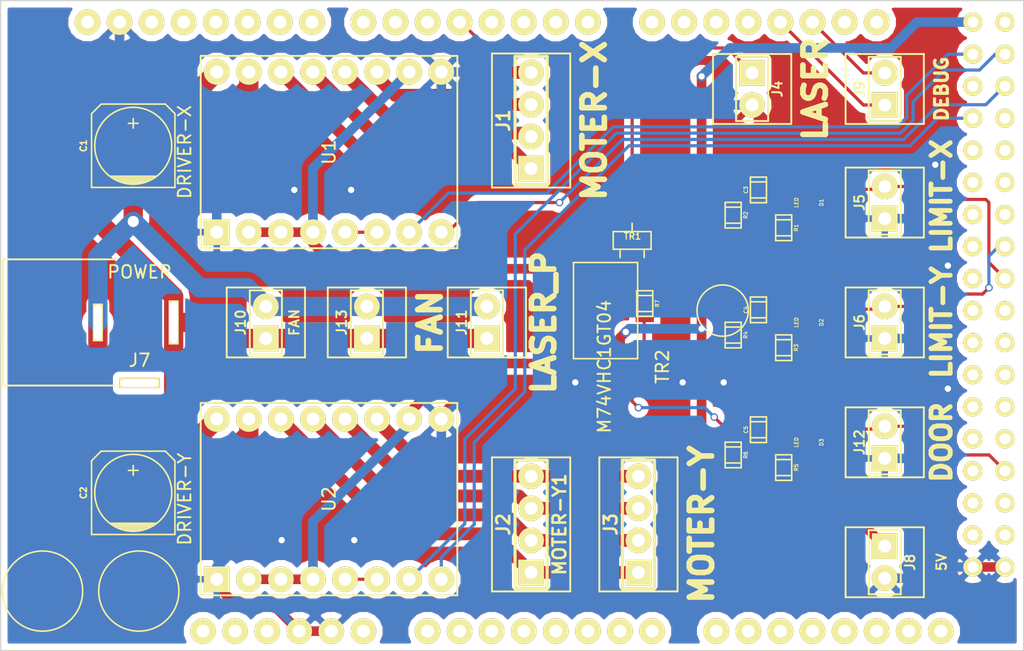
<source format=kicad_pcb>
(kicad_pcb (version 3) (host pcbnew "(2013-07-07 BZR 4022)-stable")

  (general
    (links 88)
    (no_connects 0)
    (area 26.827499 21.3316 135.0664 79.050001)
    (thickness 1.6)
    (drawings 5)
    (tracks 309)
    (zones 0)
    (modules 33)
    (nets 30)
  )

  (page A3)
  (title_block 
    (title "Smart Laser Mini Arduino Mega Shield")
    (rev 1.0.1)
    (company smartDIYs)
  )

  (layers
    (15 F.Cu signal)
    (0 B.Cu signal)
    (16 B.Adhes user)
    (17 F.Adhes user)
    (18 B.Paste user)
    (19 F.Paste user)
    (20 B.SilkS user)
    (21 F.SilkS user)
    (22 B.Mask user)
    (23 F.Mask user)
    (24 Dwgs.User user)
    (25 Cmts.User user)
    (26 Eco1.User user)
    (27 Eco2.User user)
    (28 Edge.Cuts user)
  )

  (setup
    (last_trace_width 0.254)
    (trace_clearance 0.254)
    (zone_clearance 0.508)
    (zone_45_only no)
    (trace_min 0.254)
    (segment_width 0.2)
    (edge_width 0.1)
    (via_size 0.889)
    (via_drill 0.635)
    (via_min_size 0.59944)
    (via_min_drill 0.39878)
    (uvia_size 0.508)
    (uvia_drill 0.127)
    (uvias_allowed no)
    (uvia_min_size 0.508)
    (uvia_min_drill 0.127)
    (pcb_text_width 0.3)
    (pcb_text_size 1.5 1.5)
    (mod_edge_width 0.15)
    (mod_text_size 1 1)
    (mod_text_width 0.15)
    (pad_size 2.032 2.032)
    (pad_drill 1.016)
    (pad_to_mask_clearance 0)
    (aux_axis_origin 0 0)
    (visible_elements 7FFFFFFF)
    (pcbplotparams
      (layerselection 283148289)
      (usegerberextensions true)
      (excludeedgelayer true)
      (linewidth 0.150000)
      (plotframeref false)
      (viasonmask false)
      (mode 1)
      (useauxorigin false)
      (hpglpennumber 1)
      (hpglpenspeed 20)
      (hpglpendiameter 15)
      (hpglpenoverlay 2)
      (psnegative false)
      (psa4output false)
      (plotreference true)
      (plotvalue true)
      (plotothertext true)
      (plotinvisibletext false)
      (padsonsilk false)
      (subtractmaskfromsilk true)
      (outputformat 1)
      (mirror false)
      (drillshape 0)
      (scaleselection 1)
      (outputdirectory Gaber/))
  )

  (net 0 "")
  (net 1 GND)
  (net 2 N-000001)
  (net 3 N-0000010)
  (net 4 N-000002)
  (net 5 N-000003)
  (net 6 N-0000038)
  (net 7 N-0000039)
  (net 8 N-000004)
  (net 9 N-0000041)
  (net 10 N-0000042)
  (net 11 N-0000044)
  (net 12 N-0000045)
  (net 13 N-0000046)
  (net 14 N-0000047)
  (net 15 N-0000048)
  (net 16 N-0000049)
  (net 17 N-000005)
  (net 18 N-0000050)
  (net 19 N-0000051)
  (net 20 N-0000052)
  (net 21 N-0000054)
  (net 22 N-0000055)
  (net 23 N-000006)
  (net 24 N-000007)
  (net 25 N-000008)
  (net 26 N-000009)
  (net 27 N-0000096)
  (net 28 N-0000097)
  (net 29 VDD)

  (net_class Default "これは標準のネット クラスです。"
    (clearance 0.254)
    (trace_width 0.254)
    (via_dia 0.889)
    (via_drill 0.635)
    (uvia_dia 0.508)
    (uvia_drill 0.127)
    (add_net "")
  )

  (net_class 12V ""
    (clearance 0.254)
    (trace_width 1.524)
    (via_dia 1.143)
    (via_drill 0.889)
    (uvia_dia 0.508)
    (uvia_drill 0.127)
    (add_net N-0000096)
    (add_net N-0000097)
  )

  (net_class 5V ""
    (clearance 0.254)
    (trace_width 0.762)
    (via_dia 0.8001)
    (via_drill 0.50038)
    (uvia_dia 0.508)
    (uvia_drill 0.127)
    (add_net GND)
    (add_net VDD)
  )

  (net_class motor ""
    (clearance 0.254)
    (trace_width 1.016)
    (via_dia 0.8001)
    (via_drill 0.50038)
    (uvia_dia 0.508)
    (uvia_drill 0.127)
    (add_net N-0000010)
    (add_net N-000003)
    (add_net N-000004)
    (add_net N-000005)
    (add_net N-000006)
    (add_net N-000007)
    (add_net N-000008)
    (add_net N-000009)
  )

  (net_class signal ""
    (clearance 0.1524)
    (trace_width 0.254)
    (via_dia 0.59944)
    (via_drill 0.39878)
    (uvia_dia 0.508)
    (uvia_drill 0.127)
    (add_net N-000001)
    (add_net N-000002)
    (add_net N-0000038)
    (add_net N-0000039)
    (add_net N-0000041)
    (add_net N-0000042)
    (add_net N-0000044)
    (add_net N-0000045)
    (add_net N-0000046)
    (add_net N-0000047)
    (add_net N-0000048)
    (add_net N-0000049)
    (add_net N-0000050)
    (add_net N-0000051)
    (add_net N-0000052)
    (add_net N-0000054)
    (add_net N-0000055)
  )

  (module SOT-23 (layer F.Cu) (tedit 5075E5CC) (tstamp 54D08D41)
    (at 77 46.5)
    (descr SOT23)
    (path /54D06038)
    (attr smd)
    (fp_text reference TR1 (at 0.0254 -0.3302) (layer F.SilkS)
      (effects (font (size 0.50038 0.50038) (thickness 0.09906)))
    )
    (fp_text value BSH105 (at 0 0.3302) (layer F.SilkS) hide
      (effects (font (size 0.50038 0.50038) (thickness 0.09906)))
    )
    (fp_line (start 0.9525 0.6985) (end 0.9525 1.3589) (layer F.SilkS) (width 0.127))
    (fp_line (start -0.9525 0.6985) (end -0.9525 1.3589) (layer F.SilkS) (width 0.127))
    (fp_line (start 0 -0.6985) (end 0 -1.3589) (layer F.SilkS) (width 0.127))
    (fp_line (start -1.4986 -0.6985) (end 1.4986 -0.6985) (layer F.SilkS) (width 0.127))
    (fp_line (start 1.4986 -0.6985) (end 1.4986 0.6985) (layer F.SilkS) (width 0.127))
    (fp_line (start 1.4986 0.6985) (end -1.4986 0.6985) (layer F.SilkS) (width 0.127))
    (fp_line (start -1.4986 0.6985) (end -1.4986 -0.6985) (layer F.SilkS) (width 0.127))
    (pad G smd rect (at -0.9525 1.05664) (size 0.59944 1.00076)
      (layers F.Cu F.Paste F.Mask)
      (net 12 N-0000045)
    )
    (pad D smd rect (at 0 -1.05664) (size 0.59944 1.00076)
      (layers F.Cu F.Paste F.Mask)
      (net 11 N-0000044)
    )
    (pad S smd rect (at 0.9525 1.05664) (size 0.59944 1.00076)
      (layers F.Cu F.Paste F.Mask)
      (net 1 GND)
    )
    (model smd/smd_transistors/sot23.wrl
      (at (xyz 0 0 0))
      (scale (xyz 1 1 1))
      (rotate (xyz 0 0 0))
    )
  )

  (module PIN_ARRAY_4x1 (layer F.Cu) (tedit 54E1DAE1) (tstamp 54D08D5F)
    (at 77.5 69 90)
    (descr "Double rangee de contacts 2 x 5 pins")
    (tags CONN)
    (path /54B5EA80)
    (fp_text reference J3 (at 0 -2.19964 90) (layer F.SilkS)
      (effects (font (size 1.016 1.016) (thickness 0.2032)))
    )
    (fp_text value MOTER-Y (at 0 5 90) (layer F.SilkS)
      (effects (font (size 1.778 1.778) (thickness 0.4445)))
    )
    (fp_line (start -5.31114 -3.0988) (end 5.31114 -3.0988) (layer F.SilkS) (width 0.14986))
    (fp_line (start 5.31114 -3.0988) (end 5.31114 3.0988) (layer F.SilkS) (width 0.14986))
    (fp_line (start 5.31114 3.0988) (end -5.31114 3.0988) (layer F.SilkS) (width 0.14986))
    (fp_line (start -5.31114 3.0988) (end -5.31114 -3.0988) (layer F.SilkS) (width 0.14986))
    (fp_line (start 5.08 1.27) (end -5.08 1.27) (layer F.SilkS) (width 0.254))
    (fp_line (start 5.08 -1.27) (end -5.08 -1.27) (layer F.SilkS) (width 0.254))
    (fp_line (start -5.08 -1.27) (end -5.08 1.27) (layer F.SilkS) (width 0.254))
    (fp_line (start 5.08 1.27) (end 5.08 -1.27) (layer F.SilkS) (width 0.254))
    (pad 1 thru_hole rect (at -3.81 0 90) (size 2.032 2.032) (drill 1.016)
      (layers *.Cu *.Mask F.SilkS)
      (net 23 N-000006)
    )
    (pad 2 thru_hole circle (at -1.27 0 90) (size 2.032 2.032) (drill 1.016)
      (layers *.Cu *.Mask F.SilkS)
      (net 17 N-000005)
    )
    (pad 3 thru_hole circle (at 1.27 0 90) (size 2.032 2.032) (drill 1.016)
      (layers *.Cu *.Mask F.SilkS)
      (net 8 N-000004)
    )
    (pad 4 thru_hole circle (at 3.81 0 90) (size 2.032 2.032) (drill 1.016)
      (layers *.Cu *.Mask F.SilkS)
      (net 5 N-000003)
    )
    (model pin_array\pins_array_4x1.wrl
      (at (xyz 0 0 0))
      (scale (xyz 1 1 1))
      (rotate (xyz 0 0 0))
    )
  )

  (module PIN_ARRAY_4x1 (layer F.Cu) (tedit 546EEAA0) (tstamp 54D08D6F)
    (at 69 69 90)
    (descr "Double rangee de contacts 2 x 5 pins")
    (tags CONN)
    (path /54B5EA97)
    (fp_text reference J2 (at 0 -2.19964 90) (layer F.SilkS)
      (effects (font (size 1.016 1.016) (thickness 0.2032)))
    )
    (fp_text value MOTER-Y1 (at 0 2.25044 90) (layer F.SilkS)
      (effects (font (size 1.016 1.016) (thickness 0.2032)))
    )
    (fp_line (start -5.31114 -3.0988) (end 5.31114 -3.0988) (layer F.SilkS) (width 0.14986))
    (fp_line (start 5.31114 -3.0988) (end 5.31114 3.0988) (layer F.SilkS) (width 0.14986))
    (fp_line (start 5.31114 3.0988) (end -5.31114 3.0988) (layer F.SilkS) (width 0.14986))
    (fp_line (start -5.31114 3.0988) (end -5.31114 -3.0988) (layer F.SilkS) (width 0.14986))
    (fp_line (start 5.08 1.27) (end -5.08 1.27) (layer F.SilkS) (width 0.254))
    (fp_line (start 5.08 -1.27) (end -5.08 -1.27) (layer F.SilkS) (width 0.254))
    (fp_line (start -5.08 -1.27) (end -5.08 1.27) (layer F.SilkS) (width 0.254))
    (fp_line (start 5.08 1.27) (end 5.08 -1.27) (layer F.SilkS) (width 0.254))
    (pad 1 thru_hole rect (at -3.81 0 90) (size 2.032 2.032) (drill 1.016)
      (layers *.Cu *.Mask F.SilkS)
      (net 23 N-000006)
    )
    (pad 2 thru_hole circle (at -1.27 0 90) (size 2.032 2.032) (drill 1.016)
      (layers *.Cu *.Mask F.SilkS)
      (net 17 N-000005)
    )
    (pad 3 thru_hole circle (at 1.27 0 90) (size 2.032 2.032) (drill 1.016)
      (layers *.Cu *.Mask F.SilkS)
      (net 8 N-000004)
    )
    (pad 4 thru_hole circle (at 3.81 0 90) (size 2.032 2.032) (drill 1.016)
      (layers *.Cu *.Mask F.SilkS)
      (net 5 N-000003)
    )
    (model pin_array\pins_array_4x1.wrl
      (at (xyz 0 0 0))
      (scale (xyz 1 1 1))
      (rotate (xyz 0 0 0))
    )
  )

  (module PIN_ARRAY_4x1 (layer F.Cu) (tedit 54E1DAF1) (tstamp 54D08D7F)
    (at 69 37 90)
    (descr "Double rangee de contacts 2 x 5 pins")
    (tags CONN)
    (path /54B5EA9D)
    (fp_text reference J1 (at 0 -2.19964 90) (layer F.SilkS)
      (effects (font (size 1.016 1.016) (thickness 0.2032)))
    )
    (fp_text value MOTER-X (at 0 5 90) (layer F.SilkS)
      (effects (font (size 1.778 1.778) (thickness 0.4445)))
    )
    (fp_line (start -5.31114 -3.0988) (end 5.31114 -3.0988) (layer F.SilkS) (width 0.14986))
    (fp_line (start 5.31114 -3.0988) (end 5.31114 3.0988) (layer F.SilkS) (width 0.14986))
    (fp_line (start 5.31114 3.0988) (end -5.31114 3.0988) (layer F.SilkS) (width 0.14986))
    (fp_line (start -5.31114 3.0988) (end -5.31114 -3.0988) (layer F.SilkS) (width 0.14986))
    (fp_line (start 5.08 1.27) (end -5.08 1.27) (layer F.SilkS) (width 0.254))
    (fp_line (start 5.08 -1.27) (end -5.08 -1.27) (layer F.SilkS) (width 0.254))
    (fp_line (start -5.08 -1.27) (end -5.08 1.27) (layer F.SilkS) (width 0.254))
    (fp_line (start 5.08 1.27) (end 5.08 -1.27) (layer F.SilkS) (width 0.254))
    (pad 1 thru_hole rect (at -3.81 0 90) (size 2.032 2.032) (drill 1.016)
      (layers *.Cu *.Mask F.SilkS)
      (net 3 N-0000010)
    )
    (pad 2 thru_hole circle (at -1.27 0 90) (size 2.032 2.032) (drill 1.016)
      (layers *.Cu *.Mask F.SilkS)
      (net 26 N-000009)
    )
    (pad 3 thru_hole circle (at 1.27 0 90) (size 2.032 2.032) (drill 1.016)
      (layers *.Cu *.Mask F.SilkS)
      (net 25 N-000008)
    )
    (pad 4 thru_hole circle (at 3.81 0 90) (size 2.032 2.032) (drill 1.016)
      (layers *.Cu *.Mask F.SilkS)
      (net 24 N-000007)
    )
    (model pin_array\pins_array_4x1.wrl
      (at (xyz 0 0 0))
      (scale (xyz 1 1 1))
      (rotate (xyz 0 0 0))
    )
  )

  (module PIN_ARRAY_2X1 (layer F.Cu) (tedit 54E1DB89) (tstamp 54D08D8D)
    (at 97 43.5 90)
    (descr "Connecteurs 2 pins")
    (tags "CONN DEV")
    (path /54B5EB39)
    (fp_text reference J5 (at 0 -1.99898 90) (layer F.SilkS)
      (effects (font (size 0.762 0.762) (thickness 0.1524)))
    )
    (fp_text value LIMIT-X (at 0.5 4.5 90) (layer F.SilkS)
      (effects (font (size 1.524 1.524) (thickness 0.381)))
    )
    (fp_line (start -2.77114 -3.0988) (end 2.77114 -3.0988) (layer F.SilkS) (width 0.14986))
    (fp_line (start 2.77114 -3.0988) (end 2.77114 3.0988) (layer F.SilkS) (width 0.14986))
    (fp_line (start 2.77114 3.0988) (end -2.77114 3.0988) (layer F.SilkS) (width 0.14986))
    (fp_line (start -2.77114 3.0988) (end -2.77114 -3.0988) (layer F.SilkS) (width 0.14986))
    (fp_line (start -2.54 1.27) (end -2.54 -1.27) (layer F.SilkS) (width 0.1524))
    (fp_line (start -2.54 -1.27) (end 2.54 -1.27) (layer F.SilkS) (width 0.1524))
    (fp_line (start 2.54 -1.27) (end 2.54 1.27) (layer F.SilkS) (width 0.1524))
    (fp_line (start 2.54 1.27) (end -2.54 1.27) (layer F.SilkS) (width 0.1524))
    (pad 1 thru_hole rect (at -1.27 0 90) (size 2.032 2.032) (drill 1.016)
      (layers *.Cu *.Mask F.SilkS)
      (net 1 GND)
    )
    (pad 2 thru_hole circle (at 1.27 0 90) (size 2.032 2.032) (drill 1.016)
      (layers *.Cu *.Mask F.SilkS)
      (net 20 N-0000052)
    )
    (model pin_array/pins_array_2x1.wrl
      (at (xyz 0 0 0))
      (scale (xyz 1 1 1))
      (rotate (xyz 0 0 0))
    )
  )

  (module PIN_ARRAY_2X1 (layer F.Cu) (tedit 54E1DACE) (tstamp 54D08D9B)
    (at 65.5 53 90)
    (descr "Connecteurs 2 pins")
    (tags "CONN DEV")
    (path /54BF3C61)
    (fp_text reference J11 (at 0 -1.99898 90) (layer F.SilkS)
      (effects (font (size 0.762 0.762) (thickness 0.1524)))
    )
    (fp_text value LASER_P (at 0 4.5 90) (layer F.SilkS)
      (effects (font (size 1.778 1.778) (thickness 0.4445)))
    )
    (fp_line (start -2.77114 -3.0988) (end 2.77114 -3.0988) (layer F.SilkS) (width 0.14986))
    (fp_line (start 2.77114 -3.0988) (end 2.77114 3.0988) (layer F.SilkS) (width 0.14986))
    (fp_line (start 2.77114 3.0988) (end -2.77114 3.0988) (layer F.SilkS) (width 0.14986))
    (fp_line (start -2.77114 3.0988) (end -2.77114 -3.0988) (layer F.SilkS) (width 0.14986))
    (fp_line (start -2.54 1.27) (end -2.54 -1.27) (layer F.SilkS) (width 0.1524))
    (fp_line (start -2.54 -1.27) (end 2.54 -1.27) (layer F.SilkS) (width 0.1524))
    (fp_line (start 2.54 -1.27) (end 2.54 1.27) (layer F.SilkS) (width 0.1524))
    (fp_line (start 2.54 1.27) (end -2.54 1.27) (layer F.SilkS) (width 0.1524))
    (pad 1 thru_hole rect (at -1.27 0 90) (size 2.032 2.032) (drill 1.016)
      (layers *.Cu *.Mask F.SilkS)
      (net 28 N-0000097)
    )
    (pad 2 thru_hole circle (at 1.27 0 90) (size 2.032 2.032) (drill 1.016)
      (layers *.Cu *.Mask F.SilkS)
      (net 27 N-0000096)
    )
    (model pin_array/pins_array_2x1.wrl
      (at (xyz 0 0 0))
      (scale (xyz 1 1 1))
      (rotate (xyz 0 0 0))
    )
  )

  (module PIN_ARRAY_2X1 (layer F.Cu) (tedit 54E1DB59) (tstamp 54D08DA9)
    (at 97 62.5 90)
    (descr "Connecteurs 2 pins")
    (tags "CONN DEV")
    (path /54D060C2)
    (fp_text reference J12 (at 0 -1.99898 90) (layer F.SilkS)
      (effects (font (size 0.762 0.762) (thickness 0.1524)))
    )
    (fp_text value DOOR (at 0 4.5 90) (layer F.SilkS)
      (effects (font (size 1.524 1.524) (thickness 0.381)))
    )
    (fp_line (start -2.77114 -3.0988) (end 2.77114 -3.0988) (layer F.SilkS) (width 0.14986))
    (fp_line (start 2.77114 -3.0988) (end 2.77114 3.0988) (layer F.SilkS) (width 0.14986))
    (fp_line (start 2.77114 3.0988) (end -2.77114 3.0988) (layer F.SilkS) (width 0.14986))
    (fp_line (start -2.77114 3.0988) (end -2.77114 -3.0988) (layer F.SilkS) (width 0.14986))
    (fp_line (start -2.54 1.27) (end -2.54 -1.27) (layer F.SilkS) (width 0.1524))
    (fp_line (start -2.54 -1.27) (end 2.54 -1.27) (layer F.SilkS) (width 0.1524))
    (fp_line (start 2.54 -1.27) (end 2.54 1.27) (layer F.SilkS) (width 0.1524))
    (fp_line (start 2.54 1.27) (end -2.54 1.27) (layer F.SilkS) (width 0.1524))
    (pad 1 thru_hole rect (at -1.27 0 90) (size 2.032 2.032) (drill 1.016)
      (layers *.Cu *.Mask F.SilkS)
      (net 1 GND)
    )
    (pad 2 thru_hole circle (at 1.27 0 90) (size 2.032 2.032) (drill 1.016)
      (layers *.Cu *.Mask F.SilkS)
      (net 9 N-0000041)
    )
    (model pin_array/pins_array_2x1.wrl
      (at (xyz 0 0 0))
      (scale (xyz 1 1 1))
      (rotate (xyz 0 0 0))
    )
  )

  (module PIN_ARRAY_2X1 (layer F.Cu) (tedit 54E1DB83) (tstamp 54D08DB7)
    (at 97 53 90)
    (descr "Connecteurs 2 pins")
    (tags "CONN DEV")
    (path /54B5EB46)
    (fp_text reference J6 (at 0 -1.99898 90) (layer F.SilkS)
      (effects (font (size 0.762 0.762) (thickness 0.1524)))
    )
    (fp_text value LIMIT-Y (at 0 4.5 90) (layer F.SilkS)
      (effects (font (size 1.524 1.524) (thickness 0.381)))
    )
    (fp_line (start -2.77114 -3.0988) (end 2.77114 -3.0988) (layer F.SilkS) (width 0.14986))
    (fp_line (start 2.77114 -3.0988) (end 2.77114 3.0988) (layer F.SilkS) (width 0.14986))
    (fp_line (start 2.77114 3.0988) (end -2.77114 3.0988) (layer F.SilkS) (width 0.14986))
    (fp_line (start -2.77114 3.0988) (end -2.77114 -3.0988) (layer F.SilkS) (width 0.14986))
    (fp_line (start -2.54 1.27) (end -2.54 -1.27) (layer F.SilkS) (width 0.1524))
    (fp_line (start -2.54 -1.27) (end 2.54 -1.27) (layer F.SilkS) (width 0.1524))
    (fp_line (start 2.54 -1.27) (end 2.54 1.27) (layer F.SilkS) (width 0.1524))
    (fp_line (start 2.54 1.27) (end -2.54 1.27) (layer F.SilkS) (width 0.1524))
    (pad 1 thru_hole rect (at -1.27 0 90) (size 2.032 2.032) (drill 1.016)
      (layers *.Cu *.Mask F.SilkS)
      (net 1 GND)
    )
    (pad 2 thru_hole circle (at 1.27 0 90) (size 2.032 2.032) (drill 1.016)
      (layers *.Cu *.Mask F.SilkS)
      (net 14 N-0000047)
    )
    (model pin_array/pins_array_2x1.wrl
      (at (xyz 0 0 0))
      (scale (xyz 1 1 1))
      (rotate (xyz 0 0 0))
    )
  )

  (module PIN_ARRAY_2X1 (layer F.Cu) (tedit 54E1DB30) (tstamp 54D08DC5)
    (at 97 34.5 90)
    (descr "Connecteurs 2 pins")
    (tags "CONN DEV")
    (path /54B5EB25)
    (fp_text reference J9 (at 0 -1.99898 90) (layer F.SilkS)
      (effects (font (size 0.762 0.762) (thickness 0.1524)))
    )
    (fp_text value DEBUG (at 0 4.5 90) (layer F.SilkS)
      (effects (font (size 1.016 1.016) (thickness 0.254)))
    )
    (fp_line (start -2.77114 -3.0988) (end 2.77114 -3.0988) (layer F.SilkS) (width 0.14986))
    (fp_line (start 2.77114 -3.0988) (end 2.77114 3.0988) (layer F.SilkS) (width 0.14986))
    (fp_line (start 2.77114 3.0988) (end -2.77114 3.0988) (layer F.SilkS) (width 0.14986))
    (fp_line (start -2.77114 3.0988) (end -2.77114 -3.0988) (layer F.SilkS) (width 0.14986))
    (fp_line (start -2.54 1.27) (end -2.54 -1.27) (layer F.SilkS) (width 0.1524))
    (fp_line (start -2.54 -1.27) (end 2.54 -1.27) (layer F.SilkS) (width 0.1524))
    (fp_line (start 2.54 -1.27) (end 2.54 1.27) (layer F.SilkS) (width 0.1524))
    (fp_line (start 2.54 1.27) (end -2.54 1.27) (layer F.SilkS) (width 0.1524))
    (pad 1 thru_hole rect (at -1.27 0 90) (size 2.032 2.032) (drill 1.016)
      (layers *.Cu *.Mask F.SilkS)
      (net 21 N-0000054)
    )
    (pad 2 thru_hole circle (at 1.27 0 90) (size 2.032 2.032) (drill 1.016)
      (layers *.Cu *.Mask F.SilkS)
      (net 22 N-0000055)
    )
    (model pin_array/pins_array_2x1.wrl
      (at (xyz 0 0 0))
      (scale (xyz 1 1 1))
      (rotate (xyz 0 0 0))
    )
  )

  (module PIN_ARRAY_2X1 (layer F.Cu) (tedit 54E1DB73) (tstamp 54D08DD3)
    (at 97 72 270)
    (descr "Connecteurs 2 pins")
    (tags "CONN DEV")
    (path /54B5EB0C)
    (fp_text reference J8 (at 0 -1.99898 270) (layer F.SilkS)
      (effects (font (size 0.762 0.762) (thickness 0.1524)))
    )
    (fp_text value 5V (at 0 -4.5 270) (layer F.SilkS)
      (effects (font (size 0.762 0.762) (thickness 0.1524)))
    )
    (fp_line (start -2.77114 -3.0988) (end 2.77114 -3.0988) (layer F.SilkS) (width 0.14986))
    (fp_line (start 2.77114 -3.0988) (end 2.77114 3.0988) (layer F.SilkS) (width 0.14986))
    (fp_line (start 2.77114 3.0988) (end -2.77114 3.0988) (layer F.SilkS) (width 0.14986))
    (fp_line (start -2.77114 3.0988) (end -2.77114 -3.0988) (layer F.SilkS) (width 0.14986))
    (fp_line (start -2.54 1.27) (end -2.54 -1.27) (layer F.SilkS) (width 0.1524))
    (fp_line (start -2.54 -1.27) (end 2.54 -1.27) (layer F.SilkS) (width 0.1524))
    (fp_line (start 2.54 -1.27) (end 2.54 1.27) (layer F.SilkS) (width 0.1524))
    (fp_line (start 2.54 1.27) (end -2.54 1.27) (layer F.SilkS) (width 0.1524))
    (pad 1 thru_hole rect (at -1.27 0 270) (size 2.032 2.032) (drill 1.016)
      (layers *.Cu *.Mask F.SilkS)
      (net 29 VDD)
    )
    (pad 2 thru_hole circle (at 1.27 0 270) (size 2.032 2.032) (drill 1.016)
      (layers *.Cu *.Mask F.SilkS)
      (net 1 GND)
    )
    (model pin_array/pins_array_2x1.wrl
      (at (xyz 0 0 0))
      (scale (xyz 1 1 1))
      (rotate (xyz 0 0 0))
    )
  )

  (module PIN_ARRAY_2X1 (layer F.Cu) (tedit 54E1DB05) (tstamp 54D08DE1)
    (at 86.5 34.5 270)
    (descr "Connecteurs 2 pins")
    (tags "CONN DEV")
    (path /54B5EAEE)
    (fp_text reference J4 (at 0 -1.99898 270) (layer F.SilkS)
      (effects (font (size 0.762 0.762) (thickness 0.1524)))
    )
    (fp_text value LASER (at 0 -5 270) (layer F.SilkS)
      (effects (font (size 1.778 1.778) (thickness 0.4445)))
    )
    (fp_line (start -2.77114 -3.0988) (end 2.77114 -3.0988) (layer F.SilkS) (width 0.14986))
    (fp_line (start 2.77114 -3.0988) (end 2.77114 3.0988) (layer F.SilkS) (width 0.14986))
    (fp_line (start 2.77114 3.0988) (end -2.77114 3.0988) (layer F.SilkS) (width 0.14986))
    (fp_line (start -2.77114 3.0988) (end -2.77114 -3.0988) (layer F.SilkS) (width 0.14986))
    (fp_line (start -2.54 1.27) (end -2.54 -1.27) (layer F.SilkS) (width 0.1524))
    (fp_line (start -2.54 -1.27) (end 2.54 -1.27) (layer F.SilkS) (width 0.1524))
    (fp_line (start 2.54 -1.27) (end 2.54 1.27) (layer F.SilkS) (width 0.1524))
    (fp_line (start 2.54 1.27) (end -2.54 1.27) (layer F.SilkS) (width 0.1524))
    (pad 1 thru_hole rect (at -1.27 0 270) (size 2.032 2.032) (drill 1.016)
      (layers *.Cu *.Mask F.SilkS)
      (net 11 N-0000044)
    )
    (pad 2 thru_hole circle (at 1.27 0 270) (size 2.032 2.032) (drill 1.016)
      (layers *.Cu *.Mask F.SilkS)
      (net 1 GND)
    )
    (model pin_array/pins_array_2x1.wrl
      (at (xyz 0 0 0))
      (scale (xyz 1 1 1))
      (rotate (xyz 0 0 0))
    )
  )

  (module PIN_ARRAY_2X1 (layer F.Cu) (tedit 546EEAB6) (tstamp 54D08DEF)
    (at 48 53 90)
    (descr "Connecteurs 2 pins")
    (tags "CONN DEV")
    (path /54B5EAA5)
    (fp_text reference J10 (at 0 -1.99898 90) (layer F.SilkS)
      (effects (font (size 0.762 0.762) (thickness 0.1524)))
    )
    (fp_text value FAN (at 0 2.25044 90) (layer F.SilkS)
      (effects (font (size 0.762 0.762) (thickness 0.1524)))
    )
    (fp_line (start -2.77114 -3.0988) (end 2.77114 -3.0988) (layer F.SilkS) (width 0.14986))
    (fp_line (start 2.77114 -3.0988) (end 2.77114 3.0988) (layer F.SilkS) (width 0.14986))
    (fp_line (start 2.77114 3.0988) (end -2.77114 3.0988) (layer F.SilkS) (width 0.14986))
    (fp_line (start -2.77114 3.0988) (end -2.77114 -3.0988) (layer F.SilkS) (width 0.14986))
    (fp_line (start -2.54 1.27) (end -2.54 -1.27) (layer F.SilkS) (width 0.1524))
    (fp_line (start -2.54 -1.27) (end 2.54 -1.27) (layer F.SilkS) (width 0.1524))
    (fp_line (start 2.54 -1.27) (end 2.54 1.27) (layer F.SilkS) (width 0.1524))
    (fp_line (start 2.54 1.27) (end -2.54 1.27) (layer F.SilkS) (width 0.1524))
    (pad 1 thru_hole rect (at -1.27 0 90) (size 2.032 2.032) (drill 1.016)
      (layers *.Cu *.Mask F.SilkS)
      (net 28 N-0000097)
    )
    (pad 2 thru_hole circle (at 1.27 0 90) (size 2.032 2.032) (drill 1.016)
      (layers *.Cu *.Mask F.SilkS)
      (net 27 N-0000096)
    )
    (model pin_array/pins_array_2x1.wrl
      (at (xyz 0 0 0))
      (scale (xyz 1 1 1))
      (rotate (xyz 0 0 0))
    )
  )

  (module PIN_ARRAY_2X1 (layer F.Cu) (tedit 54E1DAAA) (tstamp 54D08DFD)
    (at 56 53 90)
    (descr "Connecteurs 2 pins")
    (tags "CONN DEV")
    (path /54D07279)
    (fp_text reference J13 (at 0 -1.99898 90) (layer F.SilkS)
      (effects (font (size 0.762 0.762) (thickness 0.1524)))
    )
    (fp_text value FAN (at 0 5 90) (layer F.SilkS)
      (effects (font (size 1.778 1.778) (thickness 0.4445)))
    )
    (fp_line (start -2.77114 -3.0988) (end 2.77114 -3.0988) (layer F.SilkS) (width 0.14986))
    (fp_line (start 2.77114 -3.0988) (end 2.77114 3.0988) (layer F.SilkS) (width 0.14986))
    (fp_line (start 2.77114 3.0988) (end -2.77114 3.0988) (layer F.SilkS) (width 0.14986))
    (fp_line (start -2.77114 3.0988) (end -2.77114 -3.0988) (layer F.SilkS) (width 0.14986))
    (fp_line (start -2.54 1.27) (end -2.54 -1.27) (layer F.SilkS) (width 0.1524))
    (fp_line (start -2.54 -1.27) (end 2.54 -1.27) (layer F.SilkS) (width 0.1524))
    (fp_line (start 2.54 -1.27) (end 2.54 1.27) (layer F.SilkS) (width 0.1524))
    (fp_line (start 2.54 1.27) (end -2.54 1.27) (layer F.SilkS) (width 0.1524))
    (pad 1 thru_hole rect (at -1.27 0 90) (size 2.032 2.032) (drill 1.016)
      (layers *.Cu *.Mask F.SilkS)
      (net 28 N-0000097)
    )
    (pad 2 thru_hole circle (at 1.27 0 90) (size 2.032 2.032) (drill 1.016)
      (layers *.Cu *.Mask F.SilkS)
      (net 27 N-0000096)
    )
    (model pin_array/pins_array_2x1.wrl
      (at (xyz 0 0 0))
      (scale (xyz 1 1 1))
      (rotate (xyz 0 0 0))
    )
  )

  (module DC-005 (layer F.Cu) (tedit 54D07207) (tstamp 54D08E08)
    (at 38 53)
    (path /54BF3C4A)
    (fp_text reference J7 (at 0 3) (layer F.SilkS)
      (effects (font (size 1 1) (thickness 0.15)))
    )
    (fp_text value POWER (at 0 -4) (layer F.SilkS)
      (effects (font (size 1 1) (thickness 0.15)))
    )
    (fp_line (start -10.8 -5) (end -1.8 -5) (layer F.SilkS) (width 0.15))
    (fp_line (start -10.8 0) (end -10.8 5) (layer F.SilkS) (width 0.15))
    (fp_line (start -10.8 5) (end -1.8 5) (layer F.SilkS) (width 0.15))
    (fp_line (start -10.8 0) (end -10.8 -5) (layer F.SilkS) (width 0.15))
    (pad 1 thru_hole trapezoid (at 2.7 0) (size 0.8 3.5) (drill oval 0.6 3.3)
      (layers *.Cu *.Mask F.SilkS)
      (net 28 N-0000097)
    )
    (pad 2 thru_hole rect (at -3.3 0) (size 0.8 3) (drill oval 0.6 2.8)
      (layers *.Cu *.Mask F.SilkS)
      (net 27 N-0000096)
    )
    (pad 3 thru_hole rect (at 0 4.8) (size 3.2 0.8) (drill oval 3 0.6)
      (layers *.Cu *.Mask F.SilkS)
    )
  )

  (module C_LED (layer F.Cu) (tedit 546EF146) (tstamp 54D08E0E)
    (at 91 62.5 90)
    (path /54D060DA)
    (attr smd)
    (fp_text reference D3 (at 0 0.9906 90) (layer F.SilkS)
      (effects (font (size 0.29972 0.29972) (thickness 0.06096)))
    )
    (fp_text value LED (at 0 -0.9906 90) (layer F.SilkS)
      (effects (font (size 0.29972 0.29972) (thickness 0.06096)))
    )
    (pad 1 smd rect (at -1.05 0 90) (size 1.2 1.2)
      (layers F.Cu F.Paste F.Mask)
      (net 10 N-0000042)
    )
    (pad 2 smd rect (at 1.05 0 90) (size 1.2 1.2)
      (layers F.Cu F.Paste F.Mask)
      (net 9 N-0000041)
    )
  )

  (module C_LED (layer F.Cu) (tedit 546EF146) (tstamp 54D08E14)
    (at 91 43.5 90)
    (path /54B5EB84)
    (attr smd)
    (fp_text reference D1 (at 0 0.9906 90) (layer F.SilkS)
      (effects (font (size 0.29972 0.29972) (thickness 0.06096)))
    )
    (fp_text value LED (at 0 -0.9906 90) (layer F.SilkS)
      (effects (font (size 0.29972 0.29972) (thickness 0.06096)))
    )
    (pad 1 smd rect (at -1.05 0 90) (size 1.2 1.2)
      (layers F.Cu F.Paste F.Mask)
      (net 7 N-0000039)
    )
    (pad 2 smd rect (at 1.05 0 90) (size 1.2 1.2)
      (layers F.Cu F.Paste F.Mask)
      (net 20 N-0000052)
    )
  )

  (module C_LED (layer F.Cu) (tedit 546EF146) (tstamp 54D08E1A)
    (at 91 53 90)
    (path /54B5EB91)
    (attr smd)
    (fp_text reference D2 (at 0 0.9906 90) (layer F.SilkS)
      (effects (font (size 0.29972 0.29972) (thickness 0.06096)))
    )
    (fp_text value LED (at 0 -0.9906 90) (layer F.SilkS)
      (effects (font (size 0.29972 0.29972) (thickness 0.06096)))
    )
    (pad 1 smd rect (at -1.05 0 90) (size 1.2 1.2)
      (layers F.Cu F.Paste F.Mask)
      (net 6 N-0000038)
    )
    (pad 2 smd rect (at 1.05 0 90) (size 1.2 1.2)
      (layers F.Cu F.Paste F.Mask)
      (net 14 N-0000047)
    )
  )

  (module C_ELEC_6.3x7.7 (layer F.Cu) (tedit 49F5C0C2) (tstamp 54D08E2E)
    (at 37.5 39 90)
    (descr "SMT capacitor, aluminium electrolytic, 6.3x7.7")
    (path /54B5EAE6)
    (attr smd)
    (fp_text reference C1 (at 0 -3.937 90) (layer F.SilkS)
      (effects (font (size 0.50038 0.50038) (thickness 0.11938)))
    )
    (fp_text value 100uF (at 0 3.81 90) (layer F.SilkS) hide
      (effects (font (size 0.50038 0.50038) (thickness 0.11938)))
    )
    (fp_line (start -2.921 -0.762) (end -2.921 0.762) (layer F.SilkS) (width 0.127))
    (fp_line (start -2.794 1.143) (end -2.794 -1.143) (layer F.SilkS) (width 0.127))
    (fp_line (start -2.667 -1.397) (end -2.667 1.397) (layer F.SilkS) (width 0.127))
    (fp_line (start -2.54 1.651) (end -2.54 -1.651) (layer F.SilkS) (width 0.127))
    (fp_line (start -2.413 -1.778) (end -2.413 1.778) (layer F.SilkS) (width 0.127))
    (fp_circle (center 0 0) (end -3.048 0) (layer F.SilkS) (width 0.127))
    (fp_line (start -3.302 -3.302) (end -3.302 3.302) (layer F.SilkS) (width 0.127))
    (fp_line (start -3.302 3.302) (end 2.54 3.302) (layer F.SilkS) (width 0.127))
    (fp_line (start 2.54 3.302) (end 3.302 2.54) (layer F.SilkS) (width 0.127))
    (fp_line (start 3.302 2.54) (end 3.302 -2.54) (layer F.SilkS) (width 0.127))
    (fp_line (start 3.302 -2.54) (end 2.54 -3.302) (layer F.SilkS) (width 0.127))
    (fp_line (start 2.54 -3.302) (end -3.302 -3.302) (layer F.SilkS) (width 0.127))
    (fp_line (start 2.159 0) (end 1.397 0) (layer F.SilkS) (width 0.127))
    (fp_line (start 1.778 -0.381) (end 1.778 0.381) (layer F.SilkS) (width 0.127))
    (pad 1 smd rect (at 2.75082 0 90) (size 3.59918 1.6002)
      (layers F.Cu F.Paste F.Mask)
      (net 28 N-0000097)
    )
    (pad 2 smd rect (at -2.75082 0 90) (size 3.59918 1.6002)
      (layers F.Cu F.Paste F.Mask)
      (net 27 N-0000096)
    )
    (model smd/capacitors/c_elec_6_3x7_7.wrl
      (at (xyz 0 0 0))
      (scale (xyz 1 1 1))
      (rotate (xyz 0 0 0))
    )
  )

  (module C_ELEC_6.3x7.7 (layer F.Cu) (tedit 49F5C0C2) (tstamp 54D08E42)
    (at 37.5 66.5 90)
    (descr "SMT capacitor, aluminium electrolytic, 6.3x7.7")
    (path /54B5EAD9)
    (attr smd)
    (fp_text reference C2 (at 0 -3.937 90) (layer F.SilkS)
      (effects (font (size 0.50038 0.50038) (thickness 0.11938)))
    )
    (fp_text value 100uF (at 0 3.81 90) (layer F.SilkS) hide
      (effects (font (size 0.50038 0.50038) (thickness 0.11938)))
    )
    (fp_line (start -2.921 -0.762) (end -2.921 0.762) (layer F.SilkS) (width 0.127))
    (fp_line (start -2.794 1.143) (end -2.794 -1.143) (layer F.SilkS) (width 0.127))
    (fp_line (start -2.667 -1.397) (end -2.667 1.397) (layer F.SilkS) (width 0.127))
    (fp_line (start -2.54 1.651) (end -2.54 -1.651) (layer F.SilkS) (width 0.127))
    (fp_line (start -2.413 -1.778) (end -2.413 1.778) (layer F.SilkS) (width 0.127))
    (fp_circle (center 0 0) (end -3.048 0) (layer F.SilkS) (width 0.127))
    (fp_line (start -3.302 -3.302) (end -3.302 3.302) (layer F.SilkS) (width 0.127))
    (fp_line (start -3.302 3.302) (end 2.54 3.302) (layer F.SilkS) (width 0.127))
    (fp_line (start 2.54 3.302) (end 3.302 2.54) (layer F.SilkS) (width 0.127))
    (fp_line (start 3.302 2.54) (end 3.302 -2.54) (layer F.SilkS) (width 0.127))
    (fp_line (start 3.302 -2.54) (end 2.54 -3.302) (layer F.SilkS) (width 0.127))
    (fp_line (start 2.54 -3.302) (end -3.302 -3.302) (layer F.SilkS) (width 0.127))
    (fp_line (start 2.159 0) (end 1.397 0) (layer F.SilkS) (width 0.127))
    (fp_line (start 1.778 -0.381) (end 1.778 0.381) (layer F.SilkS) (width 0.127))
    (pad 1 smd rect (at 2.75082 0 90) (size 3.59918 1.6002)
      (layers F.Cu F.Paste F.Mask)
      (net 28 N-0000097)
    )
    (pad 2 smd rect (at -2.75082 0 90) (size 3.59918 1.6002)
      (layers F.Cu F.Paste F.Mask)
      (net 27 N-0000096)
    )
    (model smd/capacitors/c_elec_6_3x7_7.wrl
      (at (xyz 0 0 0))
      (scale (xyz 1 1 1))
      (rotate (xyz 0 0 0))
    )
  )

  (module C_0805 (layer F.Cu) (tedit 50818BFC) (tstamp 54D08E4E)
    (at 89 45.5 270)
    (descr "SMT capacitor, 0805")
    (path /54B5EB63)
    (attr smd)
    (fp_text reference R1 (at 0 -0.9906 270) (layer F.SilkS)
      (effects (font (size 0.29972 0.29972) (thickness 0.06096)))
    )
    (fp_text value 1K (at 0 0.9906 270) (layer F.SilkS) hide
      (effects (font (size 0.29972 0.29972) (thickness 0.06096)))
    )
    (fp_line (start 0.635 -0.635) (end 0.635 0.635) (layer F.SilkS) (width 0.127))
    (fp_line (start -0.635 -0.635) (end -0.635 0.6096) (layer F.SilkS) (width 0.127))
    (fp_line (start -1.016 -0.635) (end 1.016 -0.635) (layer F.SilkS) (width 0.127))
    (fp_line (start 1.016 -0.635) (end 1.016 0.635) (layer F.SilkS) (width 0.127))
    (fp_line (start 1.016 0.635) (end -1.016 0.635) (layer F.SilkS) (width 0.127))
    (fp_line (start -1.016 0.635) (end -1.016 -0.635) (layer F.SilkS) (width 0.127))
    (pad 1 smd rect (at 0.89916 0 270) (size 1.15062 1.45034)
      (layers F.Cu F.Paste F.Mask)
      (net 29 VDD)
    )
    (pad 2 smd rect (at -0.89916 0 270) (size 1.15062 1.45034)
      (layers F.Cu F.Paste F.Mask)
      (net 7 N-0000039)
    )
    (model smd/capacitors/c_0805.wrl
      (at (xyz 0 0 0))
      (scale (xyz 1 1 1))
      (rotate (xyz 0 0 0))
    )
  )

  (module C_0805 (layer F.Cu) (tedit 50818BFC) (tstamp 54D08E5A)
    (at 85 63.5 270)
    (descr "SMT capacitor, 0805")
    (path /54D060D4)
    (attr smd)
    (fp_text reference R6 (at 0 -0.9906 270) (layer F.SilkS)
      (effects (font (size 0.29972 0.29972) (thickness 0.06096)))
    )
    (fp_text value 10K (at 0 0.9906 270) (layer F.SilkS) hide
      (effects (font (size 0.29972 0.29972) (thickness 0.06096)))
    )
    (fp_line (start 0.635 -0.635) (end 0.635 0.635) (layer F.SilkS) (width 0.127))
    (fp_line (start -0.635 -0.635) (end -0.635 0.6096) (layer F.SilkS) (width 0.127))
    (fp_line (start -1.016 -0.635) (end 1.016 -0.635) (layer F.SilkS) (width 0.127))
    (fp_line (start 1.016 -0.635) (end 1.016 0.635) (layer F.SilkS) (width 0.127))
    (fp_line (start 1.016 0.635) (end -1.016 0.635) (layer F.SilkS) (width 0.127))
    (fp_line (start -1.016 0.635) (end -1.016 -0.635) (layer F.SilkS) (width 0.127))
    (pad 1 smd rect (at 0.89916 0 270) (size 1.15062 1.45034)
      (layers F.Cu F.Paste F.Mask)
      (net 29 VDD)
    )
    (pad 2 smd rect (at -0.89916 0 270) (size 1.15062 1.45034)
      (layers F.Cu F.Paste F.Mask)
      (net 9 N-0000041)
    )
    (model smd/capacitors/c_0805.wrl
      (at (xyz 0 0 0))
      (scale (xyz 1 1 1))
      (rotate (xyz 0 0 0))
    )
  )

  (module C_0805 (layer F.Cu) (tedit 50818BFC) (tstamp 54D08E66)
    (at 89 64.5 270)
    (descr "SMT capacitor, 0805")
    (path /54D060CE)
    (attr smd)
    (fp_text reference R5 (at 0 -0.9906 270) (layer F.SilkS)
      (effects (font (size 0.29972 0.29972) (thickness 0.06096)))
    )
    (fp_text value 1K (at 0 0.9906 270) (layer F.SilkS) hide
      (effects (font (size 0.29972 0.29972) (thickness 0.06096)))
    )
    (fp_line (start 0.635 -0.635) (end 0.635 0.635) (layer F.SilkS) (width 0.127))
    (fp_line (start -0.635 -0.635) (end -0.635 0.6096) (layer F.SilkS) (width 0.127))
    (fp_line (start -1.016 -0.635) (end 1.016 -0.635) (layer F.SilkS) (width 0.127))
    (fp_line (start 1.016 -0.635) (end 1.016 0.635) (layer F.SilkS) (width 0.127))
    (fp_line (start 1.016 0.635) (end -1.016 0.635) (layer F.SilkS) (width 0.127))
    (fp_line (start -1.016 0.635) (end -1.016 -0.635) (layer F.SilkS) (width 0.127))
    (pad 1 smd rect (at 0.89916 0 270) (size 1.15062 1.45034)
      (layers F.Cu F.Paste F.Mask)
      (net 29 VDD)
    )
    (pad 2 smd rect (at -0.89916 0 270) (size 1.15062 1.45034)
      (layers F.Cu F.Paste F.Mask)
      (net 10 N-0000042)
    )
    (model smd/capacitors/c_0805.wrl
      (at (xyz 0 0 0))
      (scale (xyz 1 1 1))
      (rotate (xyz 0 0 0))
    )
  )

  (module C_0805 (layer F.Cu) (tedit 50818BFC) (tstamp 54D08E72)
    (at 87 61.5 90)
    (descr "SMT capacitor, 0805")
    (path /54D060C8)
    (attr smd)
    (fp_text reference C5 (at 0 -0.9906 90) (layer F.SilkS)
      (effects (font (size 0.29972 0.29972) (thickness 0.06096)))
    )
    (fp_text value 0u1 (at 0 0.9906 90) (layer F.SilkS) hide
      (effects (font (size 0.29972 0.29972) (thickness 0.06096)))
    )
    (fp_line (start 0.635 -0.635) (end 0.635 0.635) (layer F.SilkS) (width 0.127))
    (fp_line (start -0.635 -0.635) (end -0.635 0.6096) (layer F.SilkS) (width 0.127))
    (fp_line (start -1.016 -0.635) (end 1.016 -0.635) (layer F.SilkS) (width 0.127))
    (fp_line (start 1.016 -0.635) (end 1.016 0.635) (layer F.SilkS) (width 0.127))
    (fp_line (start 1.016 0.635) (end -1.016 0.635) (layer F.SilkS) (width 0.127))
    (fp_line (start -1.016 0.635) (end -1.016 -0.635) (layer F.SilkS) (width 0.127))
    (pad 1 smd rect (at 0.89916 0 90) (size 1.15062 1.45034)
      (layers F.Cu F.Paste F.Mask)
      (net 1 GND)
    )
    (pad 2 smd rect (at -0.89916 0 90) (size 1.15062 1.45034)
      (layers F.Cu F.Paste F.Mask)
      (net 9 N-0000041)
    )
    (model smd/capacitors/c_0805.wrl
      (at (xyz 0 0 0))
      (scale (xyz 1 1 1))
      (rotate (xyz 0 0 0))
    )
  )

  (module C_0805 (layer F.Cu) (tedit 50818BFC) (tstamp 54D08E7E)
    (at 78 51.5 270)
    (descr "SMT capacitor, 0805")
    (path /54D06F6D)
    (attr smd)
    (fp_text reference R7 (at 0 -0.9906 270) (layer F.SilkS)
      (effects (font (size 0.29972 0.29972) (thickness 0.06096)))
    )
    (fp_text value 1K (at 0 0.9906 270) (layer F.SilkS) hide
      (effects (font (size 0.29972 0.29972) (thickness 0.06096)))
    )
    (fp_line (start 0.635 -0.635) (end 0.635 0.635) (layer F.SilkS) (width 0.127))
    (fp_line (start -0.635 -0.635) (end -0.635 0.6096) (layer F.SilkS) (width 0.127))
    (fp_line (start -1.016 -0.635) (end 1.016 -0.635) (layer F.SilkS) (width 0.127))
    (fp_line (start 1.016 -0.635) (end 1.016 0.635) (layer F.SilkS) (width 0.127))
    (fp_line (start 1.016 0.635) (end -1.016 0.635) (layer F.SilkS) (width 0.127))
    (fp_line (start -1.016 0.635) (end -1.016 -0.635) (layer F.SilkS) (width 0.127))
    (pad 1 smd rect (at 0.89916 0 270) (size 1.15062 1.45034)
      (layers F.Cu F.Paste F.Mask)
      (net 13 N-0000046)
    )
    (pad 2 smd rect (at -0.89916 0 270) (size 1.15062 1.45034)
      (layers F.Cu F.Paste F.Mask)
      (net 12 N-0000045)
    )
    (model smd/capacitors/c_0805.wrl
      (at (xyz 0 0 0))
      (scale (xyz 1 1 1))
      (rotate (xyz 0 0 0))
    )
  )

  (module C_0805 (layer F.Cu) (tedit 50818BFC) (tstamp 54D08E8A)
    (at 85 44.5 270)
    (descr "SMT capacitor, 0805")
    (path /54B5EB7C)
    (attr smd)
    (fp_text reference R2 (at 0 -0.9906 270) (layer F.SilkS)
      (effects (font (size 0.29972 0.29972) (thickness 0.06096)))
    )
    (fp_text value 10K (at 0 0.9906 270) (layer F.SilkS) hide
      (effects (font (size 0.29972 0.29972) (thickness 0.06096)))
    )
    (fp_line (start 0.635 -0.635) (end 0.635 0.635) (layer F.SilkS) (width 0.127))
    (fp_line (start -0.635 -0.635) (end -0.635 0.6096) (layer F.SilkS) (width 0.127))
    (fp_line (start -1.016 -0.635) (end 1.016 -0.635) (layer F.SilkS) (width 0.127))
    (fp_line (start 1.016 -0.635) (end 1.016 0.635) (layer F.SilkS) (width 0.127))
    (fp_line (start 1.016 0.635) (end -1.016 0.635) (layer F.SilkS) (width 0.127))
    (fp_line (start -1.016 0.635) (end -1.016 -0.635) (layer F.SilkS) (width 0.127))
    (pad 1 smd rect (at 0.89916 0 270) (size 1.15062 1.45034)
      (layers F.Cu F.Paste F.Mask)
      (net 29 VDD)
    )
    (pad 2 smd rect (at -0.89916 0 270) (size 1.15062 1.45034)
      (layers F.Cu F.Paste F.Mask)
      (net 20 N-0000052)
    )
    (model smd/capacitors/c_0805.wrl
      (at (xyz 0 0 0))
      (scale (xyz 1 1 1))
      (rotate (xyz 0 0 0))
    )
  )

  (module C_0805 (layer F.Cu) (tedit 50818BFC) (tstamp 54D08E96)
    (at 85 54 270)
    (descr "SMT capacitor, 0805")
    (path /54B5EB76)
    (attr smd)
    (fp_text reference R4 (at 0 -0.9906 270) (layer F.SilkS)
      (effects (font (size 0.29972 0.29972) (thickness 0.06096)))
    )
    (fp_text value 10K (at 0 0.9906 270) (layer F.SilkS) hide
      (effects (font (size 0.29972 0.29972) (thickness 0.06096)))
    )
    (fp_line (start 0.635 -0.635) (end 0.635 0.635) (layer F.SilkS) (width 0.127))
    (fp_line (start -0.635 -0.635) (end -0.635 0.6096) (layer F.SilkS) (width 0.127))
    (fp_line (start -1.016 -0.635) (end 1.016 -0.635) (layer F.SilkS) (width 0.127))
    (fp_line (start 1.016 -0.635) (end 1.016 0.635) (layer F.SilkS) (width 0.127))
    (fp_line (start 1.016 0.635) (end -1.016 0.635) (layer F.SilkS) (width 0.127))
    (fp_line (start -1.016 0.635) (end -1.016 -0.635) (layer F.SilkS) (width 0.127))
    (pad 1 smd rect (at 0.89916 0 270) (size 1.15062 1.45034)
      (layers F.Cu F.Paste F.Mask)
      (net 29 VDD)
    )
    (pad 2 smd rect (at -0.89916 0 270) (size 1.15062 1.45034)
      (layers F.Cu F.Paste F.Mask)
      (net 14 N-0000047)
    )
    (model smd/capacitors/c_0805.wrl
      (at (xyz 0 0 0))
      (scale (xyz 1 1 1))
      (rotate (xyz 0 0 0))
    )
  )

  (module C_0805 (layer F.Cu) (tedit 50818BFC) (tstamp 54D08EA2)
    (at 89 55 270)
    (descr "SMT capacitor, 0805")
    (path /54B5EB70)
    (attr smd)
    (fp_text reference R3 (at 0 -0.9906 270) (layer F.SilkS)
      (effects (font (size 0.29972 0.29972) (thickness 0.06096)))
    )
    (fp_text value 1K (at 0 0.9906 270) (layer F.SilkS) hide
      (effects (font (size 0.29972 0.29972) (thickness 0.06096)))
    )
    (fp_line (start 0.635 -0.635) (end 0.635 0.635) (layer F.SilkS) (width 0.127))
    (fp_line (start -0.635 -0.635) (end -0.635 0.6096) (layer F.SilkS) (width 0.127))
    (fp_line (start -1.016 -0.635) (end 1.016 -0.635) (layer F.SilkS) (width 0.127))
    (fp_line (start 1.016 -0.635) (end 1.016 0.635) (layer F.SilkS) (width 0.127))
    (fp_line (start 1.016 0.635) (end -1.016 0.635) (layer F.SilkS) (width 0.127))
    (fp_line (start -1.016 0.635) (end -1.016 -0.635) (layer F.SilkS) (width 0.127))
    (pad 1 smd rect (at 0.89916 0 270) (size 1.15062 1.45034)
      (layers F.Cu F.Paste F.Mask)
      (net 29 VDD)
    )
    (pad 2 smd rect (at -0.89916 0 270) (size 1.15062 1.45034)
      (layers F.Cu F.Paste F.Mask)
      (net 6 N-0000038)
    )
    (model smd/capacitors/c_0805.wrl
      (at (xyz 0 0 0))
      (scale (xyz 1 1 1))
      (rotate (xyz 0 0 0))
    )
  )

  (module C_0805 (layer F.Cu) (tedit 50818BFC) (tstamp 54D08EAE)
    (at 87 52 90)
    (descr "SMT capacitor, 0805")
    (path /54B5EB5B)
    (attr smd)
    (fp_text reference C4 (at 0 -0.9906 90) (layer F.SilkS)
      (effects (font (size 0.29972 0.29972) (thickness 0.06096)))
    )
    (fp_text value 0u1 (at 0 0.9906 90) (layer F.SilkS) hide
      (effects (font (size 0.29972 0.29972) (thickness 0.06096)))
    )
    (fp_line (start 0.635 -0.635) (end 0.635 0.635) (layer F.SilkS) (width 0.127))
    (fp_line (start -0.635 -0.635) (end -0.635 0.6096) (layer F.SilkS) (width 0.127))
    (fp_line (start -1.016 -0.635) (end 1.016 -0.635) (layer F.SilkS) (width 0.127))
    (fp_line (start 1.016 -0.635) (end 1.016 0.635) (layer F.SilkS) (width 0.127))
    (fp_line (start 1.016 0.635) (end -1.016 0.635) (layer F.SilkS) (width 0.127))
    (fp_line (start -1.016 0.635) (end -1.016 -0.635) (layer F.SilkS) (width 0.127))
    (pad 1 smd rect (at 0.89916 0 90) (size 1.15062 1.45034)
      (layers F.Cu F.Paste F.Mask)
      (net 1 GND)
    )
    (pad 2 smd rect (at -0.89916 0 90) (size 1.15062 1.45034)
      (layers F.Cu F.Paste F.Mask)
      (net 14 N-0000047)
    )
    (model smd/capacitors/c_0805.wrl
      (at (xyz 0 0 0))
      (scale (xyz 1 1 1))
      (rotate (xyz 0 0 0))
    )
  )

  (module C_0805 (layer F.Cu) (tedit 50818BFC) (tstamp 54D08EBA)
    (at 87 42.5 90)
    (descr "SMT capacitor, 0805")
    (path /54B5EB4E)
    (attr smd)
    (fp_text reference C3 (at 0 -0.9906 90) (layer F.SilkS)
      (effects (font (size 0.29972 0.29972) (thickness 0.06096)))
    )
    (fp_text value 0u1 (at 0 0.9906 90) (layer F.SilkS) hide
      (effects (font (size 0.29972 0.29972) (thickness 0.06096)))
    )
    (fp_line (start 0.635 -0.635) (end 0.635 0.635) (layer F.SilkS) (width 0.127))
    (fp_line (start -0.635 -0.635) (end -0.635 0.6096) (layer F.SilkS) (width 0.127))
    (fp_line (start -1.016 -0.635) (end 1.016 -0.635) (layer F.SilkS) (width 0.127))
    (fp_line (start 1.016 -0.635) (end 1.016 0.635) (layer F.SilkS) (width 0.127))
    (fp_line (start 1.016 0.635) (end -1.016 0.635) (layer F.SilkS) (width 0.127))
    (fp_line (start -1.016 0.635) (end -1.016 -0.635) (layer F.SilkS) (width 0.127))
    (pad 1 smd rect (at 0.89916 0 90) (size 1.15062 1.45034)
      (layers F.Cu F.Paste F.Mask)
      (net 1 GND)
    )
    (pad 2 smd rect (at -0.89916 0 90) (size 1.15062 1.45034)
      (layers F.Cu F.Paste F.Mask)
      (net 20 N-0000052)
    )
    (model smd/capacitors/c_0805.wrl
      (at (xyz 0 0 0))
      (scale (xyz 1 1 1))
      (rotate (xyz 0 0 0))
    )
  )

  (module ARDUINO_MEGA (layer F.Cu) (tedit 55123D47) (tstamp 54D08F17)
    (at 67.5 51)
    (path /54B5EA50)
    (fp_text reference U3 (at 58.5 -28.5) (layer F.SilkS) hide
      (effects (font (size 1.524 1.524) (thickness 0.3048)))
    )
    (fp_text value ARDUINO_MEGA (at 57 -23.5) (layer F.SilkS) hide
      (effects (font (size 1.524 1.524) (thickness 0.3048)))
    )
    (fp_circle (center -29.56 23.285) (end -26.385 23.285) (layer F.SilkS) (width 0.127))
    (fp_circle (center -37.18 23.285) (end -34.005 23.285) (layer F.SilkS) (width 0.127))
    (fp_line (start 4.857 -2.75) (end 4.857 4.87) (layer F.SilkS) (width 0.127))
    (fp_line (start 4.857 4.87) (end 9.937 4.87) (layer F.SilkS) (width 0.127))
    (fp_line (start 9.937 4.87) (end 9.937 -2.75) (layer F.SilkS) (width 0.127))
    (fp_line (start 9.937 -2.75) (end 4.857 -2.75) (layer F.SilkS) (width 0.127))
    (fp_circle (center 16.668 1.06) (end 18.7 1.06) (layer F.SilkS) (width 0.127))
    (pad 14 thru_hole circle (at 11.08 -21.8) (size 2.032 2.032) (drill 1.016)
      (layers *.Cu *.Mask F.SilkS)
    )
    (pad 15 thru_hole circle (at 13.62 -21.8) (size 2.032 2.032) (drill 1.016)
      (layers *.Cu *.Mask F.SilkS)
    )
    (pad 16 thru_hole circle (at 16.16 -21.8) (size 2.032 2.032) (drill 1.016)
      (layers *.Cu *.Mask F.SilkS)
    )
    (pad 17 thru_hole circle (at 18.7 -21.8) (size 2.032 2.032) (drill 1.016)
      (layers *.Cu *.Mask F.SilkS)
    )
    (pad 18 thru_hole circle (at 21.24 -21.8) (size 2.032 2.032) (drill 1.016)
      (layers *.Cu *.Mask F.SilkS)
      (net 21 N-0000054)
    )
    (pad 19 thru_hole circle (at 23.78 -21.8) (size 2.032 2.032) (drill 1.016)
      (layers *.Cu *.Mask F.SilkS)
      (net 22 N-0000055)
    )
    (pad 20 thru_hole circle (at 26.32 -21.8) (size 2.032 2.032) (drill 1.016)
      (layers *.Cu *.Mask F.SilkS)
    )
    (pad 21 thru_hole circle (at 28.86 -21.8) (size 2.032 2.032) (drill 1.016)
      (layers *.Cu *.Mask F.SilkS)
    )
    (pad AD15 thru_hole circle (at 33.94 26.46) (size 2.032 2.032) (drill 1.016)
      (layers *.Cu *.Mask F.SilkS)
    )
    (pad AD14 thru_hole circle (at 31.4 26.46) (size 2.032 2.032) (drill 1.016)
      (layers *.Cu *.Mask F.SilkS)
    )
    (pad AD13 thru_hole circle (at 28.86 26.46) (size 2.032 2.032) (drill 1.016)
      (layers *.Cu *.Mask F.SilkS)
    )
    (pad AD12 thru_hole circle (at 26.32 26.46) (size 2.032 2.032) (drill 1.016)
      (layers *.Cu *.Mask F.SilkS)
    )
    (pad AD8 thru_hole circle (at 16.16 26.46) (size 2.032 2.032) (drill 1.016)
      (layers *.Cu *.Mask F.SilkS)
    )
    (pad AD7 thru_hole circle (at 11.08 26.46) (size 2.032 2.032) (drill 1.016)
      (layers *.Cu *.Mask F.SilkS)
    )
    (pad AD6 thru_hole circle (at 8.54 26.46) (size 2.032 2.032) (drill 1.016)
      (layers *.Cu *.Mask F.SilkS)
    )
    (pad AD9 thru_hole circle (at 18.7 26.46) (size 2.032 2.032) (drill 1.016)
      (layers *.Cu *.Mask F.SilkS)
    )
    (pad AD10 thru_hole circle (at 21.24 26.46) (size 2.032 2.032) (drill 1.016)
      (layers *.Cu *.Mask F.SilkS)
    )
    (pad AD11 thru_hole circle (at 23.78 26.46) (size 2.032 2.032) (drill 1.016)
      (layers *.Cu *.Mask F.SilkS)
    )
    (pad AD5 thru_hole circle (at 6 26.46) (size 2.032 2.032) (drill 1.016)
      (layers *.Cu *.Mask F.SilkS)
    )
    (pad AD4 thru_hole circle (at 3.46 26.46) (size 2.032 2.032) (drill 1.016)
      (layers *.Cu *.Mask F.SilkS)
    )
    (pad AD3 thru_hole circle (at 0.92 26.46) (size 2.032 2.032) (drill 1.016)
      (layers *.Cu *.Mask F.SilkS)
    )
    (pad AD0 thru_hole circle (at -6.7 26.46) (size 2.032 2.032) (drill 1.016)
      (layers *.Cu *.Mask F.SilkS)
    )
    (pad AD1 thru_hole circle (at -4.16 26.46) (size 2.032 2.032) (drill 1.016)
      (layers *.Cu *.Mask F.SilkS)
    )
    (pad AD2 thru_hole circle (at -1.62 26.46) (size 2.032 2.032) (drill 1.016)
      (layers *.Cu *.Mask F.SilkS)
    )
    (pad V_IN thru_hole circle (at -11.78 26.46) (size 2.032 2.032) (drill 1.016)
      (layers *.Cu *.Mask F.SilkS)
    )
    (pad GND2 thru_hole circle (at -14.32 26.46) (size 2.032 2.032) (drill 1.016)
      (layers *.Cu *.Mask F.SilkS)
      (net 1 GND)
    )
    (pad GND1 thru_hole circle (at -16.86 26.46) (size 2.032 2.032) (drill 1.016)
      (layers *.Cu *.Mask F.SilkS)
      (net 1 GND)
    )
    (pad 3V3 thru_hole circle (at -21.94 26.46) (size 2.032 2.032) (drill 1.016)
      (layers *.Cu *.Mask F.SilkS)
    )
    (pad RST thru_hole circle (at -24.48 26.46) (size 2.032 2.032) (drill 1.016)
      (layers *.Cu *.Mask F.SilkS)
    )
    (pad 0 thru_hole circle (at 6 -21.8) (size 2.032 2.032) (drill 1.016)
      (layers *.Cu *.Mask F.SilkS)
    )
    (pad 1 thru_hole circle (at 3.46 -21.8) (size 2.032 2.032) (drill 1.016)
      (layers *.Cu *.Mask F.SilkS)
    )
    (pad 2 thru_hole circle (at 0.92 -21.8) (size 2.032 2.032) (drill 1.016)
      (layers *.Cu *.Mask F.SilkS)
    )
    (pad 3 thru_hole circle (at -1.62 -21.8) (size 2.032 2.032) (drill 1.016)
      (layers *.Cu *.Mask F.SilkS)
    )
    (pad 4 thru_hole circle (at -4.16 -21.8) (size 2.032 2.032) (drill 1.016)
      (layers *.Cu *.Mask F.SilkS)
      (net 11 N-0000044)
    )
    (pad 5 thru_hole circle (at -6.7 -21.8) (size 2.032 2.032) (drill 1.016)
      (layers *.Cu *.Mask F.SilkS)
    )
    (pad 6 thru_hole circle (at -9.24 -21.8) (size 2.032 2.032) (drill 1.016)
      (layers *.Cu *.Mask F.SilkS)
    )
    (pad 7 thru_hole circle (at -11.78 -21.8) (size 2.032 2.032) (drill 1.016)
      (layers *.Cu *.Mask F.SilkS)
    )
    (pad 8 thru_hole circle (at -15.844 -21.8) (size 2.032 2.032) (drill 1.016)
      (layers *.Cu *.Mask F.SilkS)
    )
    (pad 9 thru_hole circle (at -18.384 -21.8) (size 2.032 2.032) (drill 1.016)
      (layers *.Cu *.Mask F.SilkS)
    )
    (pad 10 thru_hole circle (at -20.924 -21.8) (size 2.032 2.032) (drill 1.016)
      (layers *.Cu *.Mask F.SilkS)
    )
    (pad 11 thru_hole circle (at -23.464 -21.8) (size 2.032 2.032) (drill 1.016)
      (layers *.Cu *.Mask F.SilkS)
    )
    (pad 12 thru_hole circle (at -26.004 -21.8) (size 2.032 2.032) (drill 1.016)
      (layers *.Cu *.Mask F.SilkS)
    )
    (pad 13 thru_hole circle (at -28.544 -21.8) (size 2.032 2.032) (drill 1.016)
      (layers *.Cu *.Mask F.SilkS)
    )
    (pad GND3 thru_hole circle (at -31.084 -21.8) (size 2.032 2.032) (drill 1.016)
      (layers *.Cu *.Mask F.SilkS)
      (net 1 GND)
    )
    (pad AREF thru_hole circle (at -33.624 -21.8) (size 2.032 2.032) (drill 1.016)
      (layers *.Cu *.Mask F.SilkS)
    )
    (pad 5V thru_hole circle (at -19.4 26.46) (size 2.032 2.032) (drill 1.016)
      (layers *.Cu *.Mask F.SilkS)
    )
    (pad 22 thru_hole circle (at 36.48 -19.26) (size 1.524 1.524) (drill 0.8636)
      (layers *.Cu *.Mask F.SilkS)
      (net 15 N-0000048)
    )
    (pad 23 thru_hole circle (at 39.02 -19.26) (size 1.524 1.524) (drill 0.8636)
      (layers *.Cu *.Mask F.SilkS)
      (net 16 N-0000049)
    )
    (pad 24 thru_hole circle (at 36.48 -16.72) (size 1.524 1.524) (drill 0.8636)
      (layers *.Cu *.Mask F.SilkS)
    )
    (pad 25 thru_hole circle (at 39.02 -16.72) (size 1.524 1.524) (drill 0.8636)
      (layers *.Cu *.Mask F.SilkS)
      (net 18 N-0000050)
    )
    (pad 26 thru_hole circle (at 36.48 -14.18) (size 1.524 1.524) (drill 0.8636)
      (layers *.Cu *.Mask F.SilkS)
      (net 19 N-0000051)
    )
    (pad 27 thru_hole circle (at 39.02 -14.18) (size 1.524 1.524) (drill 0.8636)
      (layers *.Cu *.Mask F.SilkS)
    )
    (pad 28 thru_hole circle (at 36.48 -11.64) (size 1.524 1.524) (drill 0.8636)
      (layers *.Cu *.Mask F.SilkS)
    )
    (pad 29 thru_hole circle (at 39.02 -11.64) (size 1.524 1.524) (drill 0.8636)
      (layers *.Cu *.Mask F.SilkS)
    )
    (pad 5V_4 thru_hole circle (at 36.48 -21.8) (size 1.524 1.524) (drill 0.8636)
      (layers *.Cu *.Mask F.SilkS)
      (net 29 VDD)
    )
    (pad 5V_5 thru_hole circle (at 39.02 -21.8) (size 1.524 1.524) (drill 0.8636)
      (layers *.Cu *.Mask F.SilkS)
    )
    (pad 31 thru_hole circle (at 39.02 -9.1) (size 1.524 1.524) (drill 0.8636)
      (layers *.Cu *.Mask F.SilkS)
    )
    (pad 30 thru_hole circle (at 36.48 -9.1) (size 1.524 1.524) (drill 0.8636)
      (layers *.Cu *.Mask F.SilkS)
    )
    (pad 32 thru_hole circle (at 36.48 -6.56) (size 1.524 1.524) (drill 0.8636)
      (layers *.Cu *.Mask F.SilkS)
    )
    (pad 33 thru_hole circle (at 39.02 -6.56) (size 1.524 1.524) (drill 0.8636)
      (layers *.Cu *.Mask F.SilkS)
    )
    (pad 34 thru_hole circle (at 36.48 -4.02) (size 1.524 1.524) (drill 0.8636)
      (layers *.Cu *.Mask F.SilkS)
    )
    (pad 35 thru_hole circle (at 39.02 -4.02) (size 1.524 1.524) (drill 0.8636)
      (layers *.Cu *.Mask F.SilkS)
      (net 14 N-0000047)
    )
    (pad 36 thru_hole circle (at 36.48 -1.48) (size 1.524 1.524) (drill 0.8636)
      (layers *.Cu *.Mask F.SilkS)
    )
    (pad 37 thru_hole circle (at 39.02 -1.48) (size 1.524 1.524) (drill 0.8636)
      (layers *.Cu *.Mask F.SilkS)
      (net 20 N-0000052)
    )
    (pad 38 thru_hole circle (at 36.48 1.06) (size 1.524 1.524) (drill 0.8636)
      (layers *.Cu *.Mask F.SilkS)
    )
    (pad 39 thru_hole circle (at 39.02 1.06) (size 1.524 1.524) (drill 0.8636)
      (layers *.Cu *.Mask F.SilkS)
    )
    (pad 40 thru_hole circle (at 36.48 3.6) (size 1.524 1.524) (drill 0.8636)
      (layers *.Cu *.Mask F.SilkS)
    )
    (pad 41 thru_hole circle (at 39.02 3.6) (size 1.524 1.524) (drill 0.8636)
      (layers *.Cu *.Mask F.SilkS)
    )
    (pad 42 thru_hole circle (at 36.48 6.14) (size 1.524 1.524) (drill 0.8636)
      (layers *.Cu *.Mask F.SilkS)
    )
    (pad 43 thru_hole circle (at 39.02 6.14) (size 1.524 1.524) (drill 0.8636)
      (layers *.Cu *.Mask F.SilkS)
    )
    (pad 44 thru_hole circle (at 36.48 8.68) (size 1.524 1.524) (drill 0.8636)
      (layers *.Cu *.Mask F.SilkS)
    )
    (pad 45 thru_hole circle (at 39.02 8.68) (size 1.524 1.524) (drill 0.8636)
      (layers *.Cu *.Mask F.SilkS)
    )
    (pad 46 thru_hole circle (at 36.48 11.22) (size 1.524 1.524) (drill 0.8636)
      (layers *.Cu *.Mask F.SilkS)
    )
    (pad 47 thru_hole circle (at 39.02 11.22) (size 1.524 1.524) (drill 0.8636)
      (layers *.Cu *.Mask F.SilkS)
    )
    (pad 48 thru_hole circle (at 36.48 13.76) (size 1.524 1.524) (drill 0.8636)
      (layers *.Cu *.Mask F.SilkS)
    )
    (pad 49 thru_hole circle (at 39.02 13.76) (size 1.524 1.524) (drill 0.8636)
      (layers *.Cu *.Mask F.SilkS)
      (net 9 N-0000041)
    )
    (pad 50 thru_hole circle (at 36.48 16.3) (size 1.524 1.524) (drill 0.8636)
      (layers *.Cu *.Mask F.SilkS)
    )
    (pad 51 thru_hole circle (at 39.02 16.3) (size 1.524 1.524) (drill 0.8636)
      (layers *.Cu *.Mask F.SilkS)
    )
    (pad 52 thru_hole circle (at 36.48 18.84) (size 1.524 1.524) (drill 0.8636)
      (layers *.Cu *.Mask F.SilkS)
    )
    (pad 53 thru_hole circle (at 39.02 18.84) (size 1.524 1.524) (drill 0.8636)
      (layers *.Cu *.Mask F.SilkS)
    )
    (pad GND4 thru_hole circle (at 36.48 21.38) (size 1.524 1.524) (drill 0.8636)
      (layers *.Cu *.Mask F.SilkS)
      (net 1 GND)
    )
    (pad GND5 thru_hole circle (at 39.02 21.38) (size 1.524 1.524) (drill 0.8636)
      (layers *.Cu *.Mask F.SilkS)
      (net 1 GND)
    )
    (model packages3d\nick\ArduinoMegaShield.wrl
      (at (xyz 0 0 0))
      (scale (xyz 1 1 1))
      (rotate (xyz 0 0 0))
    )
  )

  (module A4988 (layer F.Cu) (tedit 546EEB22) (tstamp 54D08F2F)
    (at 53 39.5 90)
    (path /54B5EA6C)
    (fp_text reference U1 (at 0 0 90) (layer F.SilkS)
      (effects (font (size 1 1) (thickness 0.15)))
    )
    (fp_text value DRIVER-X (at 0 -11.43 90) (layer F.SilkS)
      (effects (font (size 1 1) (thickness 0.15)))
    )
    (fp_line (start -7.62 -10.16) (end 7.62 -10.16) (layer F.SilkS) (width 0.15))
    (fp_line (start 7.62 -10.16) (end 7.62 10.16) (layer F.SilkS) (width 0.15))
    (fp_line (start 7.62 10.16) (end -7.62 10.16) (layer F.SilkS) (width 0.15))
    (fp_line (start -7.62 10.16) (end -7.62 -10.16) (layer F.SilkS) (width 0.15))
    (pad 1 thru_hole rect (at -6.35 -8.89 90) (size 2.032 2.032) (drill 1.016)
      (layers *.Cu *.Mask F.SilkS)
      (net 1 GND)
    )
    (pad 2 thru_hole circle (at -6.35 -6.35 90) (size 2.032 2.032) (drill 1.016)
      (layers *.Cu *.Mask F.SilkS)
      (net 29 VDD)
    )
    (pad 3 thru_hole circle (at -6.35 -3.81 90) (size 2.032 2.032) (drill 1.016)
      (layers *.Cu *.Mask F.SilkS)
      (net 29 VDD)
    )
    (pad 4 thru_hole circle (at -6.35 -1.27 90) (size 2.032 2.032) (drill 1.016)
      (layers *.Cu *.Mask F.SilkS)
      (net 29 VDD)
    )
    (pad 5 thru_hole circle (at -6.35 1.27 90) (size 2.032 2.032) (drill 1.016)
      (layers *.Cu *.Mask F.SilkS)
      (net 2 N-000001)
    )
    (pad 6 thru_hole circle (at -6.35 3.81 90) (size 2.032 2.032) (drill 1.016)
      (layers *.Cu *.Mask F.SilkS)
      (net 2 N-000001)
    )
    (pad 7 thru_hole circle (at -6.35 6.35 90) (size 2.032 2.032) (drill 1.016)
      (layers *.Cu *.Mask F.SilkS)
      (net 15 N-0000048)
    )
    (pad 8 thru_hole circle (at -6.35 8.89 90) (size 2.032 2.032) (drill 1.016)
      (layers *.Cu *.Mask F.SilkS)
      (net 18 N-0000050)
    )
    (pad 9 thru_hole circle (at 6.35 8.89 90) (size 2.032 2.032) (drill 1.016)
      (layers *.Cu *.Mask F.SilkS)
      (net 1 GND)
    )
    (pad 10 thru_hole circle (at 6.35 6.35 90) (size 2.032 2.032) (drill 1.016)
      (layers *.Cu *.Mask F.SilkS)
      (net 29 VDD)
    )
    (pad 11 thru_hole circle (at 6.35 3.81 90) (size 2.032 2.032) (drill 1.016)
      (layers *.Cu *.Mask F.SilkS)
      (net 24 N-000007)
    )
    (pad 12 thru_hole circle (at 6.35 1.27 90) (size 2.032 2.032) (drill 1.016)
      (layers *.Cu *.Mask F.SilkS)
      (net 25 N-000008)
    )
    (pad 13 thru_hole circle (at 6.35 -1.27 90) (size 2.032 2.032) (drill 1.016)
      (layers *.Cu *.Mask F.SilkS)
      (net 26 N-000009)
    )
    (pad 14 thru_hole circle (at 6.35 -3.81 90) (size 2.032 2.032) (drill 1.016)
      (layers *.Cu *.Mask F.SilkS)
      (net 3 N-0000010)
    )
    (pad 15 thru_hole circle (at 6.35 -6.35 90) (size 2.032 2.032) (drill 1.016)
      (layers *.Cu *.Mask F.SilkS)
      (net 27 N-0000096)
    )
    (pad 16 thru_hole circle (at 6.35 -8.89 90) (size 2.032 2.032) (drill 1.016)
      (layers *.Cu *.Mask F.SilkS)
      (net 28 N-0000097)
    )
  )

  (module A4988 (layer F.Cu) (tedit 546EEB22) (tstamp 54D08F47)
    (at 53 67 90)
    (path /54B5EA5F)
    (fp_text reference U2 (at 0 0 90) (layer F.SilkS)
      (effects (font (size 1 1) (thickness 0.15)))
    )
    (fp_text value DRIVER-Y (at 0 -11.43 90) (layer F.SilkS)
      (effects (font (size 1 1) (thickness 0.15)))
    )
    (fp_line (start -7.62 -10.16) (end 7.62 -10.16) (layer F.SilkS) (width 0.15))
    (fp_line (start 7.62 -10.16) (end 7.62 10.16) (layer F.SilkS) (width 0.15))
    (fp_line (start 7.62 10.16) (end -7.62 10.16) (layer F.SilkS) (width 0.15))
    (fp_line (start -7.62 10.16) (end -7.62 -10.16) (layer F.SilkS) (width 0.15))
    (pad 1 thru_hole rect (at -6.35 -8.89 90) (size 2.032 2.032) (drill 1.016)
      (layers *.Cu *.Mask F.SilkS)
      (net 1 GND)
    )
    (pad 2 thru_hole circle (at -6.35 -6.35 90) (size 2.032 2.032) (drill 1.016)
      (layers *.Cu *.Mask F.SilkS)
      (net 29 VDD)
    )
    (pad 3 thru_hole circle (at -6.35 -3.81 90) (size 2.032 2.032) (drill 1.016)
      (layers *.Cu *.Mask F.SilkS)
      (net 29 VDD)
    )
    (pad 4 thru_hole circle (at -6.35 -1.27 90) (size 2.032 2.032) (drill 1.016)
      (layers *.Cu *.Mask F.SilkS)
      (net 29 VDD)
    )
    (pad 5 thru_hole circle (at -6.35 1.27 90) (size 2.032 2.032) (drill 1.016)
      (layers *.Cu *.Mask F.SilkS)
      (net 4 N-000002)
    )
    (pad 6 thru_hole circle (at -6.35 3.81 90) (size 2.032 2.032) (drill 1.016)
      (layers *.Cu *.Mask F.SilkS)
      (net 4 N-000002)
    )
    (pad 7 thru_hole circle (at -6.35 6.35 90) (size 2.032 2.032) (drill 1.016)
      (layers *.Cu *.Mask F.SilkS)
      (net 16 N-0000049)
    )
    (pad 8 thru_hole circle (at -6.35 8.89 90) (size 2.032 2.032) (drill 1.016)
      (layers *.Cu *.Mask F.SilkS)
      (net 19 N-0000051)
    )
    (pad 9 thru_hole circle (at 6.35 8.89 90) (size 2.032 2.032) (drill 1.016)
      (layers *.Cu *.Mask F.SilkS)
      (net 1 GND)
    )
    (pad 10 thru_hole circle (at 6.35 6.35 90) (size 2.032 2.032) (drill 1.016)
      (layers *.Cu *.Mask F.SilkS)
      (net 29 VDD)
    )
    (pad 11 thru_hole circle (at 6.35 3.81 90) (size 2.032 2.032) (drill 1.016)
      (layers *.Cu *.Mask F.SilkS)
      (net 5 N-000003)
    )
    (pad 12 thru_hole circle (at 6.35 1.27 90) (size 2.032 2.032) (drill 1.016)
      (layers *.Cu *.Mask F.SilkS)
      (net 8 N-000004)
    )
    (pad 13 thru_hole circle (at 6.35 -1.27 90) (size 2.032 2.032) (drill 1.016)
      (layers *.Cu *.Mask F.SilkS)
      (net 17 N-000005)
    )
    (pad 14 thru_hole circle (at 6.35 -3.81 90) (size 2.032 2.032) (drill 1.016)
      (layers *.Cu *.Mask F.SilkS)
      (net 23 N-000006)
    )
    (pad 15 thru_hole circle (at 6.35 -6.35 90) (size 2.032 2.032) (drill 1.016)
      (layers *.Cu *.Mask F.SilkS)
      (net 27 N-0000096)
    )
    (pad 16 thru_hole circle (at 6.35 -8.89 90) (size 2.032 2.032) (drill 1.016)
      (layers *.Cu *.Mask F.SilkS)
      (net 28 N-0000097)
    )
  )

  (module 74HC1G00 (layer F.Cu) (tedit 54474D3B) (tstamp 54D0845A)
    (at 77 56.5 90)
    (path /54D06B40)
    (attr smd)
    (fp_text reference TR2 (at 0 2.4 90) (layer F.SilkS)
      (effects (font (size 1 1) (thickness 0.15)))
    )
    (fp_text value M74VHC1GT04 (at 0 -2.2 90) (layer F.SilkS)
      (effects (font (size 1 1) (thickness 0.15)))
    )
    (pad 1 smd rect (at -1.2 -0.95 90) (size 1 0.55)
      (layers F.Cu F.Paste F.Mask)
    )
    (pad 2 smd rect (at -1.2 0 90) (size 1 0.55)
      (layers F.Cu F.Paste F.Mask)
      (net 9 N-0000041)
    )
    (pad 3 smd rect (at -1.2 0.95 90) (size 1 0.55)
      (layers F.Cu F.Paste F.Mask)
      (net 1 GND)
    )
    (pad 4 smd rect (at 1.2 0.95 90) (size 1 0.55)
      (layers F.Cu F.Paste F.Mask)
      (net 13 N-0000046)
    )
    (pad 5 smd rect (at 1.2 -0.95 90) (size 1 0.55)
      (layers F.Cu F.Paste F.Mask)
      (net 29 VDD)
    )
  )

  (gr_line (start 27 79) (end 27 52.5) (angle 90) (layer Edge.Cuts) (width 0.1))
  (gr_line (start 108 79) (end 27 79) (angle 90) (layer Edge.Cuts) (width 0.1))
  (gr_line (start 108 27.5) (end 108 79) (angle 90) (layer Edge.Cuts) (width 0.1))
  (gr_line (start 27 27.5) (end 108 27.5) (angle 90) (layer Edge.Cuts) (width 0.1))
  (gr_line (start 27 54.5) (end 27 27.5) (angle 90) (layer Edge.Cuts) (width 0.1))

  (segment (start 61.89 33.15) (end 64.35 33.15) (width 0.762) (layer B.Cu) (net 1))
  (segment (start 82.27 35.77) (end 86.5 35.77) (width 0.762) (layer B.Cu) (net 1) (tstamp 54D08BE2))
  (segment (start 77.75 31.25) (end 82.27 35.77) (width 0.762) (layer B.Cu) (net 1) (tstamp 54D08BE0))
  (segment (start 66.25 31.25) (end 77.75 31.25) (width 0.762) (layer B.Cu) (net 1) (tstamp 54D08BDF))
  (segment (start 64.35 33.15) (end 66.25 31.25) (width 0.762) (layer B.Cu) (net 1) (tstamp 54D08BDE))
  (segment (start 44.11 42.5) (end 50.25 42.5) (width 0.762) (layer B.Cu) (net 1))
  (segment (start 61.89 35.36) (end 61.89 33.15) (width 0.762) (layer B.Cu) (net 1) (tstamp 54D08BDB))
  (segment (start 54.75 42.5) (end 61.89 35.36) (width 0.762) (layer B.Cu) (net 1) (tstamp 54D08BDA))
  (via (at 54.75 42.5) (size 0.8001) (layers F.Cu B.Cu) (net 1))
  (segment (start 50.25 42.5) (end 54.75 42.5) (width 0.762) (layer F.Cu) (net 1) (tstamp 54D08BD7))
  (via (at 50.25 42.5) (size 0.8001) (layers F.Cu B.Cu) (net 1))
  (segment (start 36.416 29.2) (end 36.416 32.666) (width 0.762) (layer B.Cu) (net 1))
  (segment (start 44.11 40.36) (end 44.11 42.5) (width 0.762) (layer B.Cu) (net 1) (tstamp 54D08BCF))
  (segment (start 44.11 42.5) (end 44.11 45.85) (width 0.762) (layer B.Cu) (net 1) (tstamp 54D08BD3))
  (segment (start 36.416 32.666) (end 44.11 40.36) (width 0.762) (layer B.Cu) (net 1) (tstamp 54D08BCD))
  (segment (start 44.11 73.35) (end 44.11 72.39) (width 0.762) (layer B.Cu) (net 1))
  (segment (start 61.89 63.36) (end 61.89 60.65) (width 0.762) (layer B.Cu) (net 1) (tstamp 54D08BCA))
  (segment (start 55 70.25) (end 61.89 63.36) (width 0.762) (layer B.Cu) (net 1) (tstamp 54D08BC9))
  (via (at 55 70.25) (size 0.8001) (layers F.Cu B.Cu) (net 1))
  (segment (start 49.25 70.25) (end 55 70.25) (width 0.762) (layer F.Cu) (net 1) (tstamp 54D08BC6))
  (via (at 49.25 70.25) (size 0.8001) (layers F.Cu B.Cu) (net 1))
  (segment (start 46.25 70.25) (end 49.25 70.25) (width 0.762) (layer B.Cu) (net 1) (tstamp 54D08BC4))
  (segment (start 44.11 72.39) (end 46.25 70.25) (width 0.762) (layer B.Cu) (net 1) (tstamp 54D08BC3))
  (segment (start 44.11 73.35) (end 44.11 73.86) (width 0.762) (layer F.Cu) (net 1))
  (segment (start 48.68 75.5) (end 50.64 77.46) (width 0.762) (layer F.Cu) (net 1) (tstamp 54D08BBF))
  (segment (start 45.75 75.5) (end 48.68 75.5) (width 0.762) (layer F.Cu) (net 1) (tstamp 54D08BBE))
  (segment (start 44.11 73.86) (end 45.75 75.5) (width 0.762) (layer F.Cu) (net 1) (tstamp 54D08BBD))
  (segment (start 50.64 77.46) (end 53.18 77.46) (width 0.762) (layer F.Cu) (net 1) (tstamp 54D08BC0))
  (segment (start 61.89 60.65) (end 61.89 60.36) (width 0.762) (layer F.Cu) (net 1))
  (segment (start 61.89 60.36) (end 64.5 57.75) (width 0.762) (layer F.Cu) (net 1) (tstamp 54D08BA7))
  (segment (start 64.5 57.75) (end 72.5 57.75) (width 0.762) (layer F.Cu) (net 1) (tstamp 54D08BA8))
  (via (at 72.5 57.75) (size 0.8001) (layers F.Cu B.Cu) (net 1))
  (segment (start 72.5 57.75) (end 81 57.75) (width 0.762) (layer B.Cu) (net 1) (tstamp 54D08BAA))
  (segment (start 77.9525 47.55664) (end 79.05664 47.55664) (width 0.762) (layer F.Cu) (net 1))
  (segment (start 81 49.5) (end 81 57.75) (width 0.762) (layer F.Cu) (net 1) (tstamp 54D08B9B))
  (segment (start 79.05664 47.55664) (end 81 49.5) (width 0.762) (layer F.Cu) (net 1) (tstamp 54D08B9A))
  (segment (start 77.95 57.7) (end 80.95 57.7) (width 0.762) (layer F.Cu) (net 1))
  (segment (start 84.75 58.25) (end 89 58.25) (width 0.762) (layer F.Cu) (net 1) (tstamp 54D08B97))
  (segment (start 84.25 57.75) (end 84.75 58.25) (width 0.762) (layer F.Cu) (net 1) (tstamp 54D08B96))
  (via (at 84.25 57.75) (size 0.8001) (layers F.Cu B.Cu) (net 1))
  (segment (start 81 57.75) (end 84.25 57.75) (width 0.762) (layer B.Cu) (net 1) (tstamp 54D08B93))
  (via (at 81 57.75) (size 0.8001) (layers F.Cu B.Cu) (net 1))
  (segment (start 80.95 57.7) (end 81 57.75) (width 0.762) (layer F.Cu) (net 1) (tstamp 54D08B91))
  (segment (start 87 51.10084) (end 87.64916 51.10084) (width 0.762) (layer F.Cu) (net 1))
  (via (at 102 48.5) (size 0.8001) (layers F.Cu B.Cu) (net 1))
  (segment (start 90.25 48.5) (end 102 48.5) (width 0.762) (layer F.Cu) (net 1) (tstamp 54D08B6E))
  (segment (start 87.64916 51.10084) (end 90.25 48.5) (width 0.762) (layer F.Cu) (net 1) (tstamp 54D08B6D))
  (segment (start 87 60.60084) (end 87 60.25) (width 0.762) (layer F.Cu) (net 1))
  (via (at 102 58.25) (size 0.8001) (layers F.Cu B.Cu) (net 1))
  (segment (start 89 58.25) (end 102 58.25) (width 0.762) (layer F.Cu) (net 1) (tstamp 54D08B66))
  (segment (start 87 60.25) (end 89 58.25) (width 0.762) (layer F.Cu) (net 1) (tstamp 54D08B65))
  (segment (start 87 41.60084) (end 87 36.27) (width 0.762) (layer F.Cu) (net 1))
  (segment (start 87 36.27) (end 86.5 35.77) (width 0.762) (layer F.Cu) (net 1) (tstamp 54D08A82))
  (segment (start 97 63.77) (end 102 63.77) (width 0.762) (layer B.Cu) (net 1))
  (segment (start 102 63.77) (end 102 63.5) (width 0.762) (layer B.Cu) (net 1) (tstamp 54D08A5A))
  (segment (start 97 54.27) (end 102 54.27) (width 0.762) (layer B.Cu) (net 1))
  (segment (start 102 54.27) (end 102 54) (width 0.762) (layer B.Cu) (net 1) (tstamp 54D08A55))
  (segment (start 97 44.77) (end 102 44.77) (width 0.762) (layer B.Cu) (net 1))
  (segment (start 102 44.77) (end 102 45) (width 0.762) (layer B.Cu) (net 1) (tstamp 54D08A50))
  (segment (start 102 72.38) (end 102 63.5) (width 0.762) (layer B.Cu) (net 1))
  (segment (start 102 63.5) (end 102 58.25) (width 0.762) (layer B.Cu) (net 1) (tstamp 54D08A5D))
  (segment (start 102 58.25) (end 102 54) (width 0.762) (layer B.Cu) (net 1) (tstamp 54D08B6A))
  (segment (start 102 54) (end 102 48.5) (width 0.762) (layer B.Cu) (net 1) (tstamp 54D08A58))
  (segment (start 102 48.5) (end 102 45) (width 0.762) (layer B.Cu) (net 1) (tstamp 54D08B72))
  (segment (start 102 45) (end 102 41.5) (width 0.762) (layer B.Cu) (net 1) (tstamp 54D08A53))
  (segment (start 87.89916 41.60084) (end 87 41.60084) (width 0.762) (layer F.Cu) (net 1) (tstamp 54D08A4D))
  (segment (start 89 40.5) (end 87.89916 41.60084) (width 0.762) (layer F.Cu) (net 1) (tstamp 54D08A4C))
  (segment (start 101 40.5) (end 89 40.5) (width 0.762) (layer F.Cu) (net 1) (tstamp 54D08A4B))
  (via (at 101 40.5) (size 0.8001) (layers F.Cu B.Cu) (net 1))
  (segment (start 102 41.5) (end 101 40.5) (width 0.762) (layer B.Cu) (net 1) (tstamp 54D08A49))
  (segment (start 97 73.27) (end 100.73 73.27) (width 0.762) (layer B.Cu) (net 1))
  (segment (start 101.62 72.38) (end 102 72.38) (width 0.762) (layer B.Cu) (net 1) (tstamp 54D08A44))
  (segment (start 102 72.38) (end 103.98 72.38) (width 0.762) (layer B.Cu) (net 1) (tstamp 54D08A47))
  (segment (start 100.73 73.27) (end 101.62 72.38) (width 0.762) (layer B.Cu) (net 1) (tstamp 54D08A43))
  (segment (start 103.98 72.38) (end 106.52 72.38) (width 0.762) (layer F.Cu) (net 1))
  (segment (start 54.27 45.85) (end 56.81 45.85) (width 0.254) (layer F.Cu) (net 2))
  (segment (start 49.19 33.15) (end 49.19 33.19) (width 1.016) (layer F.Cu) (net 3))
  (segment (start 67.69 39.5) (end 69 40.81) (width 1.016) (layer F.Cu) (net 3) (tstamp 54D08A99))
  (segment (start 55.5 39.5) (end 67.69 39.5) (width 1.016) (layer F.Cu) (net 3) (tstamp 54D08A97))
  (segment (start 49.19 33.19) (end 55.5 39.5) (width 1.016) (layer F.Cu) (net 3) (tstamp 54D08A96))
  (segment (start 54.27 73.35) (end 56.81 73.35) (width 0.254) (layer F.Cu) (net 4))
  (segment (start 56.81 60.65) (end 56.81 60.81) (width 1.016) (layer F.Cu) (net 5))
  (segment (start 61.19 65.19) (end 69 65.19) (width 1.016) (layer F.Cu) (net 5) (tstamp 54D08AA6))
  (segment (start 56.81 60.81) (end 61.19 65.19) (width 1.016) (layer F.Cu) (net 5) (tstamp 54D08AA5))
  (segment (start 69 65.19) (end 77.5 65.19) (width 1.016) (layer F.Cu) (net 5))
  (segment (start 89 54.10084) (end 90.94916 54.10084) (width 0.254) (layer F.Cu) (net 6))
  (segment (start 90.94916 54.10084) (end 91 54.05) (width 0.254) (layer F.Cu) (net 6) (tstamp 54D08A05))
  (segment (start 89 44.60084) (end 90.94916 44.60084) (width 0.254) (layer F.Cu) (net 7))
  (segment (start 90.94916 44.60084) (end 91 44.55) (width 0.254) (layer F.Cu) (net 7) (tstamp 54D08A02))
  (segment (start 54.27 60.65) (end 54.27 60.77) (width 1.016) (layer F.Cu) (net 8))
  (segment (start 68.02 66.75) (end 69 67.73) (width 1.016) (layer F.Cu) (net 8) (tstamp 54D08AAC))
  (segment (start 60.25 66.75) (end 68.02 66.75) (width 1.016) (layer F.Cu) (net 8) (tstamp 54D08AAB))
  (segment (start 54.27 60.77) (end 60.25 66.75) (width 1.016) (layer F.Cu) (net 8) (tstamp 54D08AAA))
  (segment (start 69 67.73) (end 77.5 67.73) (width 1.016) (layer F.Cu) (net 8))
  (segment (start 85 62.60084) (end 85 62) (width 0.254) (layer F.Cu) (net 9))
  (segment (start 77 59.25) (end 77 57.7) (width 0.254) (layer F.Cu) (net 9) (tstamp 54D08B7B))
  (segment (start 77.5 59.75) (end 77 59.25) (width 0.254) (layer F.Cu) (net 9) (tstamp 54D08B7A))
  (via (at 77.5 59.75) (size 0.59944) (layers F.Cu B.Cu) (net 9))
  (segment (start 82.75 59.75) (end 77.5 59.75) (width 0.254) (layer B.Cu) (net 9) (tstamp 54D08B77))
  (segment (start 83.5 60.5) (end 82.75 59.75) (width 0.254) (layer B.Cu) (net 9) (tstamp 54D08B76))
  (via (at 83.5 60.5) (size 0.59944) (layers F.Cu B.Cu) (net 9))
  (segment (start 85 62) (end 83.5 60.5) (width 0.254) (layer F.Cu) (net 9) (tstamp 54D08B74))
  (segment (start 97 61.23) (end 100.23 61.23) (width 0.254) (layer F.Cu) (net 9))
  (segment (start 105.26 63.5) (end 106.52 64.76) (width 0.254) (layer F.Cu) (net 9) (tstamp 54D08A63))
  (segment (start 102.5 63.5) (end 105.26 63.5) (width 0.254) (layer F.Cu) (net 9) (tstamp 54D08A61))
  (segment (start 100.23 61.23) (end 102.5 63.5) (width 0.254) (layer F.Cu) (net 9) (tstamp 54D08A5F))
  (segment (start 91 61.45) (end 96.78 61.45) (width 0.254) (layer F.Cu) (net 9))
  (segment (start 96.78 61.45) (end 97 61.23) (width 0.254) (layer F.Cu) (net 9) (tstamp 54D08A20))
  (segment (start 85 62.60084) (end 87.89916 62.60084) (width 0.254) (layer F.Cu) (net 9))
  (segment (start 87.89916 62.60084) (end 88.10084 62.39916) (width 0.254) (layer F.Cu) (net 9) (tstamp 54D08A1D))
  (segment (start 87 62.39916) (end 88.10084 62.39916) (width 0.254) (layer F.Cu) (net 9))
  (segment (start 89.05 61.45) (end 91 61.45) (width 0.254) (layer F.Cu) (net 9) (tstamp 54D08A17))
  (segment (start 88.10084 62.39916) (end 89.05 61.45) (width 0.254) (layer F.Cu) (net 9) (tstamp 54D08A16))
  (segment (start 89 63.60084) (end 90.94916 63.60084) (width 0.254) (layer F.Cu) (net 10))
  (segment (start 90.94916 63.60084) (end 91 63.55) (width 0.254) (layer F.Cu) (net 10) (tstamp 54D08A1A))
  (segment (start 77 45.44336) (end 77 31.25) (width 0.254) (layer F.Cu) (net 11))
  (segment (start 63.34 29.2) (end 63.45 29.2) (width 0.254) (layer F.Cu) (net 11))
  (segment (start 84.52 31.25) (end 86.5 33.23) (width 0.254) (layer F.Cu) (net 11) (tstamp 54D08B89))
  (segment (start 65.5 31.25) (end 77 31.25) (width 0.254) (layer F.Cu) (net 11) (tstamp 54D08B87))
  (segment (start 77 31.25) (end 84.52 31.25) (width 0.254) (layer F.Cu) (net 11) (tstamp 54D08B8F))
  (segment (start 63.45 29.2) (end 65.5 31.25) (width 0.254) (layer F.Cu) (net 11) (tstamp 54D08B86))
  (segment (start 78 50.60084) (end 78 49.50914) (width 0.254) (layer F.Cu) (net 12))
  (segment (start 78 49.50914) (end 76.0475 47.55664) (width 0.254) (layer F.Cu) (net 12) (tstamp 54D08B81))
  (segment (start 77.95 55.3) (end 77.95 52.44916) (width 0.254) (layer F.Cu) (net 13))
  (segment (start 77.95 52.44916) (end 78 52.39916) (width 0.254) (layer F.Cu) (net 13) (tstamp 54D08B7E))
  (segment (start 97 51.73) (end 101.77 51.73) (width 0.254) (layer F.Cu) (net 14))
  (segment (start 106.02 46.98) (end 106.52 46.98) (width 0.254) (layer B.Cu) (net 14) (tstamp 54D08A6F))
  (segment (start 105.25 47.75) (end 106.02 46.98) (width 0.254) (layer B.Cu) (net 14) (tstamp 54D08A6E))
  (segment (start 105.25 50.25) (end 105.25 47.75) (width 0.254) (layer B.Cu) (net 14) (tstamp 54D08A6D))
  (via (at 105.25 50.25) (size 0.59944) (layers F.Cu B.Cu) (net 14))
  (segment (start 104.75 50.75) (end 105.25 50.25) (width 0.254) (layer F.Cu) (net 14) (tstamp 54D08A6B))
  (segment (start 102.75 50.75) (end 104.75 50.75) (width 0.254) (layer F.Cu) (net 14) (tstamp 54D08A6A))
  (segment (start 101.77 51.73) (end 102.75 50.75) (width 0.254) (layer F.Cu) (net 14) (tstamp 54D08A69))
  (segment (start 91 51.95) (end 96.78 51.95) (width 0.254) (layer F.Cu) (net 14))
  (segment (start 96.78 51.95) (end 97 51.73) (width 0.254) (layer F.Cu) (net 14) (tstamp 54D08A23))
  (segment (start 85 53.10084) (end 86.79832 53.10084) (width 0.254) (layer F.Cu) (net 14))
  (segment (start 86.79832 53.10084) (end 87 52.89916) (width 0.254) (layer F.Cu) (net 14) (tstamp 54D08A13))
  (segment (start 87 52.89916) (end 88.10084 52.89916) (width 0.254) (layer F.Cu) (net 14))
  (segment (start 89.05 51.95) (end 91 51.95) (width 0.254) (layer F.Cu) (net 14) (tstamp 54D08A10))
  (segment (start 88.10084 52.89916) (end 89.05 51.95) (width 0.254) (layer F.Cu) (net 14) (tstamp 54D08A0F))
  (segment (start 103.98 31.74) (end 102.01 31.74) (width 0.254) (layer B.Cu) (net 15))
  (segment (start 62.45 42.75) (end 59.35 45.85) (width 0.254) (layer B.Cu) (net 15) (tstamp 54D08B11))
  (segment (start 70.25 42.75) (end 62.45 42.75) (width 0.254) (layer B.Cu) (net 15) (tstamp 54D08B0F))
  (segment (start 75.5 37.5) (end 70.25 42.75) (width 0.254) (layer B.Cu) (net 15) (tstamp 54D08B0D))
  (segment (start 98 37.5) (end 75.5 37.5) (width 0.254) (layer B.Cu) (net 15) (tstamp 54D08B0C))
  (segment (start 98.75 36.75) (end 98 37.5) (width 0.254) (layer B.Cu) (net 15) (tstamp 54D08B0B))
  (segment (start 98.75 35) (end 98.75 36.75) (width 0.254) (layer B.Cu) (net 15) (tstamp 54D08B09))
  (segment (start 102.01 31.74) (end 98.75 35) (width 0.254) (layer B.Cu) (net 15) (tstamp 54D08B07))
  (segment (start 106.52 31.74) (end 105.76 31.74) (width 0.254) (layer B.Cu) (net 16))
  (segment (start 63.75 68.95) (end 59.35 73.35) (width 0.254) (layer B.Cu) (net 16) (tstamp 54D08B26))
  (segment (start 63.75 62.25) (end 63.75 68.95) (width 0.254) (layer B.Cu) (net 16) (tstamp 54D08B24))
  (segment (start 67.75 58.25) (end 63.75 62.25) (width 0.254) (layer B.Cu) (net 16) (tstamp 54D08B22))
  (segment (start 67.75 46) (end 67.75 58.25) (width 0.254) (layer B.Cu) (net 16) (tstamp 54D08B20))
  (segment (start 75.75 38) (end 67.75 46) (width 0.254) (layer B.Cu) (net 16) (tstamp 54D08B1E))
  (segment (start 98.25 38) (end 75.75 38) (width 0.254) (layer B.Cu) (net 16) (tstamp 54D08B1D))
  (segment (start 99.25 37) (end 98.25 38) (width 0.254) (layer B.Cu) (net 16) (tstamp 54D08B1C))
  (segment (start 99.25 35.5) (end 99.25 37) (width 0.254) (layer B.Cu) (net 16) (tstamp 54D08B1A))
  (segment (start 101.75 33) (end 99.25 35.5) (width 0.254) (layer B.Cu) (net 16) (tstamp 54D08B18))
  (segment (start 104.5 33) (end 101.75 33) (width 0.254) (layer B.Cu) (net 16) (tstamp 54D08B16))
  (segment (start 105.76 31.74) (end 104.5 33) (width 0.254) (layer B.Cu) (net 16) (tstamp 54D08B15))
  (segment (start 51.73 60.65) (end 51.73 60.73) (width 1.016) (layer F.Cu) (net 17))
  (segment (start 66.98 68.25) (end 69 70.27) (width 1.016) (layer F.Cu) (net 17) (tstamp 54D08AB1))
  (segment (start 59.25 68.25) (end 66.98 68.25) (width 1.016) (layer F.Cu) (net 17) (tstamp 54D08AB0))
  (segment (start 51.73 60.73) (end 59.25 68.25) (width 1.016) (layer F.Cu) (net 17) (tstamp 54D08AAF))
  (segment (start 69 70.27) (end 77.5 70.27) (width 1.016) (layer F.Cu) (net 17))
  (segment (start 106.52 34.28) (end 106.47 34.28) (width 0.254) (layer B.Cu) (net 18))
  (segment (start 62.4 45.85) (end 61.89 45.85) (width 0.254) (layer F.Cu) (net 18) (tstamp 54D08B3C))
  (segment (start 64.75 43.5) (end 62.4 45.85) (width 0.254) (layer F.Cu) (net 18) (tstamp 54D08B3B))
  (segment (start 71.25 43.5) (end 64.75 43.5) (width 0.254) (layer F.Cu) (net 18) (tstamp 54D08B3A))
  (via (at 71.25 43.5) (size 0.59944) (layers F.Cu B.Cu) (net 18))
  (segment (start 76.25 38.5) (end 71.25 43.5) (width 0.254) (layer B.Cu) (net 18) (tstamp 54D08B37))
  (segment (start 98.5 38.5) (end 76.25 38.5) (width 0.254) (layer B.Cu) (net 18) (tstamp 54D08B35))
  (segment (start 101.25 35.75) (end 98.5 38.5) (width 0.254) (layer B.Cu) (net 18) (tstamp 54D08B33))
  (segment (start 105 35.75) (end 101.25 35.75) (width 0.254) (layer B.Cu) (net 18) (tstamp 54D08B31))
  (segment (start 106.47 34.28) (end 105 35.75) (width 0.254) (layer B.Cu) (net 18) (tstamp 54D08B30))
  (segment (start 103.98 36.82) (end 101.18 36.82) (width 0.254) (layer B.Cu) (net 19))
  (segment (start 61.89 71.61) (end 61.89 73.35) (width 0.254) (layer B.Cu) (net 19) (tstamp 54D08B49))
  (segment (start 64.5 69) (end 61.89 71.61) (width 0.254) (layer B.Cu) (net 19) (tstamp 54D08B48))
  (segment (start 64.5 62.5) (end 64.5 69) (width 0.254) (layer B.Cu) (net 19) (tstamp 54D08B47))
  (segment (start 68.5 58.5) (end 64.5 62.5) (width 0.254) (layer B.Cu) (net 19) (tstamp 54D08B45))
  (segment (start 68.5 47.25) (end 68.5 58.5) (width 0.254) (layer B.Cu) (net 19) (tstamp 54D08B44))
  (segment (start 76.75 39) (end 68.5 47.25) (width 0.254) (layer B.Cu) (net 19) (tstamp 54D08B42))
  (segment (start 99 39) (end 76.75 39) (width 0.254) (layer B.Cu) (net 19) (tstamp 54D08B40))
  (segment (start 101.18 36.82) (end 99 39) (width 0.254) (layer B.Cu) (net 19) (tstamp 54D08B3F))
  (segment (start 97 42.23) (end 102.23 42.23) (width 0.254) (layer F.Cu) (net 20))
  (segment (start 105.25 48.25) (end 106.52 49.52) (width 0.254) (layer F.Cu) (net 20) (tstamp 54D08A7C))
  (segment (start 105.25 43.5) (end 105.25 48.25) (width 0.254) (layer F.Cu) (net 20) (tstamp 54D08A7B))
  (segment (start 105 43.25) (end 105.25 43.5) (width 0.254) (layer F.Cu) (net 20) (tstamp 54D08A7A))
  (segment (start 103.25 43.25) (end 105 43.25) (width 0.254) (layer F.Cu) (net 20) (tstamp 54D08A79))
  (segment (start 102.23 42.23) (end 103.25 43.25) (width 0.254) (layer F.Cu) (net 20) (tstamp 54D08A78))
  (segment (start 91 42.45) (end 96.78 42.45) (width 0.254) (layer F.Cu) (net 20))
  (segment (start 96.78 42.45) (end 97 42.23) (width 0.254) (layer F.Cu) (net 20) (tstamp 54D08A26))
  (segment (start 85 43.60084) (end 86.79832 43.60084) (width 0.254) (layer F.Cu) (net 20))
  (segment (start 86.79832 43.60084) (end 87 43.39916) (width 0.254) (layer F.Cu) (net 20) (tstamp 54D08A0C))
  (segment (start 87 43.39916) (end 88.10084 43.39916) (width 0.254) (layer F.Cu) (net 20))
  (segment (start 89.05 42.45) (end 91 42.45) (width 0.254) (layer F.Cu) (net 20) (tstamp 54D08A09))
  (segment (start 88.10084 43.39916) (end 89.05 42.45) (width 0.254) (layer F.Cu) (net 20) (tstamp 54D08A08))
  (segment (start 97 35.77) (end 95.31 35.77) (width 0.254) (layer F.Cu) (net 21))
  (segment (start 95.31 35.77) (end 88.74 29.2) (width 0.254) (layer F.Cu) (net 21) (tstamp 54D08A2D))
  (segment (start 97 33.23) (end 95.31 33.23) (width 0.254) (layer F.Cu) (net 22))
  (segment (start 95.31 33.23) (end 91.28 29.2) (width 0.254) (layer F.Cu) (net 22) (tstamp 54D08A29))
  (segment (start 49.19 60.65) (end 49.19 60.69) (width 1.016) (layer F.Cu) (net 23))
  (segment (start 66.94 70.75) (end 69 72.81) (width 1.016) (layer F.Cu) (net 23) (tstamp 54D08ABD))
  (segment (start 66.75 70.75) (end 66.94 70.75) (width 1.016) (layer F.Cu) (net 23) (tstamp 54D08ABC))
  (segment (start 65.75 69.75) (end 66.75 70.75) (width 1.016) (layer F.Cu) (net 23) (tstamp 54D08ABB))
  (segment (start 58.25 69.75) (end 65.75 69.75) (width 1.016) (layer F.Cu) (net 23) (tstamp 54D08ABA))
  (segment (start 49.19 60.69) (end 58.25 69.75) (width 1.016) (layer F.Cu) (net 23) (tstamp 54D08AB9))
  (segment (start 69 72.81) (end 77.5 72.81) (width 1.016) (layer F.Cu) (net 23))
  (segment (start 56.81 33.15) (end 56.81 33.56) (width 1.016) (layer F.Cu) (net 24))
  (segment (start 65.56 33.19) (end 69 33.19) (width 1.016) (layer F.Cu) (net 24) (tstamp 54D08A88))
  (segment (start 63.75 35) (end 65.56 33.19) (width 1.016) (layer F.Cu) (net 24) (tstamp 54D08A87))
  (segment (start 58.25 35) (end 63.75 35) (width 1.016) (layer F.Cu) (net 24) (tstamp 54D08A86))
  (segment (start 56.81 33.56) (end 58.25 35) (width 1.016) (layer F.Cu) (net 24) (tstamp 54D08A85))
  (segment (start 54.27 33.15) (end 54.27 33.27) (width 1.016) (layer F.Cu) (net 25))
  (segment (start 66.77 35.73) (end 69 35.73) (width 1.016) (layer F.Cu) (net 25) (tstamp 54D08A8E))
  (segment (start 66 36.5) (end 66.77 35.73) (width 1.016) (layer F.Cu) (net 25) (tstamp 54D08A8D))
  (segment (start 57.5 36.5) (end 66 36.5) (width 1.016) (layer F.Cu) (net 25) (tstamp 54D08A8C))
  (segment (start 54.27 33.27) (end 57.5 36.5) (width 1.016) (layer F.Cu) (net 25) (tstamp 54D08A8B))
  (segment (start 51.73 33.15) (end 51.73 33.23) (width 1.016) (layer F.Cu) (net 26))
  (segment (start 68.73 38) (end 69 38.27) (width 1.016) (layer F.Cu) (net 26) (tstamp 54D08A93))
  (segment (start 56.5 38) (end 68.73 38) (width 1.016) (layer F.Cu) (net 26) (tstamp 54D08A92))
  (segment (start 51.73 33.23) (end 56.5 38) (width 1.016) (layer F.Cu) (net 26) (tstamp 54D08A91))
  (segment (start 37.5 41.75082) (end 39.24918 41.75082) (width 1.524) (layer F.Cu) (net 27))
  (segment (start 46.65 34.35) (end 46.65 33.15) (width 1.524) (layer F.Cu) (net 27) (tstamp 54D08B04))
  (segment (start 39.24918 41.75082) (end 46.65 34.35) (width 1.524) (layer F.Cu) (net 27) (tstamp 54D08B03))
  (segment (start 37.5 69.25082) (end 39.24918 69.25082) (width 1.524) (layer F.Cu) (net 27))
  (segment (start 46.65 61.85) (end 46.65 60.65) (width 1.524) (layer F.Cu) (net 27) (tstamp 54D08AFD))
  (segment (start 39.24918 69.25082) (end 46.65 61.85) (width 1.524) (layer F.Cu) (net 27) (tstamp 54D08AFC))
  (segment (start 48 51.73) (end 56 51.73) (width 1.524) (layer B.Cu) (net 27))
  (segment (start 56 51.73) (end 65.5 51.73) (width 1.524) (layer B.Cu) (net 27) (tstamp 54D08AF2))
  (segment (start 37.5 45) (end 42.75 50.25) (width 1.524) (layer B.Cu) (net 27))
  (segment (start 46.52 50.25) (end 48 51.73) (width 1.524) (layer B.Cu) (net 27) (tstamp 54D08AEF))
  (segment (start 42.75 50.25) (end 46.52 50.25) (width 1.524) (layer B.Cu) (net 27) (tstamp 54D08AEE))
  (segment (start 34.7 53) (end 34.7 66.45082) (width 1.524) (layer F.Cu) (net 27))
  (segment (start 34.7 66.45082) (end 37.5 69.25082) (width 1.524) (layer F.Cu) (net 27) (tstamp 54D08AE4))
  (segment (start 34.7 53) (end 34.7 47.8) (width 1.524) (layer B.Cu) (net 27))
  (segment (start 37.5 45) (end 37.5 41.75082) (width 1.524) (layer F.Cu) (net 27) (tstamp 54D08ADA))
  (via (at 37.5 45) (size 1.143) (layers F.Cu B.Cu) (net 27))
  (segment (start 34.7 47.8) (end 37.5 45) (width 1.524) (layer B.Cu) (net 27) (tstamp 54D08AD8))
  (segment (start 37.5 36.24918) (end 41.01082 36.24918) (width 1.524) (layer F.Cu) (net 28))
  (segment (start 41.01082 36.24918) (end 44.11 33.15) (width 1.524) (layer F.Cu) (net 28) (tstamp 54D08B00))
  (segment (start 37.5 63.74918) (end 41.01082 63.74918) (width 1.524) (layer F.Cu) (net 28))
  (segment (start 41.01082 63.74918) (end 44.11 60.65) (width 1.524) (layer F.Cu) (net 28) (tstamp 54D08AF9))
  (segment (start 40.7 53) (end 40.7 60.54918) (width 1.524) (layer F.Cu) (net 28))
  (segment (start 40.7 60.54918) (end 37.5 63.74918) (width 1.524) (layer F.Cu) (net 28) (tstamp 54D08AF6))
  (segment (start 48 54.27) (end 56 54.27) (width 1.524) (layer F.Cu) (net 28))
  (segment (start 56 54.27) (end 65.5 54.27) (width 1.524) (layer F.Cu) (net 28) (tstamp 54D08AEB))
  (segment (start 40.7 53) (end 43.25 53) (width 1.524) (layer F.Cu) (net 28))
  (segment (start 44.52 54.27) (end 48 54.27) (width 1.524) (layer F.Cu) (net 28) (tstamp 54D08AE8))
  (segment (start 43.25 53) (end 44.52 54.27) (width 1.524) (layer F.Cu) (net 28) (tstamp 54D08AE7))
  (segment (start 40.7 53) (end 40.7 50.95) (width 1.524) (layer F.Cu) (net 28))
  (segment (start 34.5 39.24918) (end 37.5 36.24918) (width 1.524) (layer F.Cu) (net 28) (tstamp 54D08AE1))
  (segment (start 34.5 44.75) (end 34.5 39.24918) (width 1.524) (layer F.Cu) (net 28) (tstamp 54D08ADF))
  (segment (start 40.7 50.95) (end 34.5 44.75) (width 1.524) (layer F.Cu) (net 28) (tstamp 54D08ADE))
  (segment (start 51.73 45.85) (end 51.73 46.73) (width 0.762) (layer F.Cu) (net 29))
  (segment (start 71.25 50.75) (end 71.25 55.25) (width 0.762) (layer F.Cu) (net 29) (tstamp 54D08BB8))
  (segment (start 69.25 48.75) (end 71.25 50.75) (width 0.762) (layer F.Cu) (net 29) (tstamp 54D08BB7))
  (segment (start 53.75 48.75) (end 69.25 48.75) (width 0.762) (layer F.Cu) (net 29) (tstamp 54D08BB6))
  (segment (start 51.73 46.73) (end 53.75 48.75) (width 0.762) (layer F.Cu) (net 29) (tstamp 54D08BB5))
  (segment (start 59.35 60.65) (end 59.35 60.15) (width 0.762) (layer F.Cu) (net 29))
  (segment (start 59.35 60.15) (end 63.25 56.25) (width 0.762) (layer F.Cu) (net 29) (tstamp 54D08BAE))
  (segment (start 63.25 56.25) (end 69.75 56.25) (width 0.762) (layer F.Cu) (net 29) (tstamp 54D08BAF))
  (segment (start 69.75 56.25) (end 70.75 55.25) (width 0.762) (layer F.Cu) (net 29) (tstamp 54D08BB1))
  (segment (start 70.75 55.25) (end 71.25 55.25) (width 0.762) (layer F.Cu) (net 29) (tstamp 54D08BB2))
  (segment (start 76.05 55.25) (end 76.05 55.3) (width 0.762) (layer F.Cu) (net 29) (tstamp 54D08BB4))
  (segment (start 71.25 55.25) (end 76.05 55.25) (width 0.762) (layer F.Cu) (net 29) (tstamp 54D08BBB))
  (segment (start 76.05 55.3) (end 76.05 54.2) (width 0.762) (layer F.Cu) (net 29))
  (segment (start 76.05 54.2) (end 76.5 53.75) (width 0.762) (layer F.Cu) (net 29) (tstamp 54D08B9E))
  (via (at 76.5 53.75) (size 0.8001) (layers F.Cu B.Cu) (net 29))
  (segment (start 76.5 53.75) (end 76.75 53.5) (width 0.762) (layer B.Cu) (net 29) (tstamp 54D08BA0))
  (segment (start 76.75 53.5) (end 82.5 53.5) (width 0.762) (layer B.Cu) (net 29) (tstamp 54D08BA1))
  (via (at 82.5 53.5) (size 0.8001) (layers F.Cu B.Cu) (net 29))
  (segment (start 89 65.39916) (end 91.66916 65.39916) (width 0.762) (layer F.Cu) (net 29))
  (segment (start 91.66916 65.39916) (end 97 70.73) (width 0.762) (layer F.Cu) (net 29) (tstamp 54D08B62))
  (segment (start 82.5 45.5) (end 84.89916 45.5) (width 0.762) (layer F.Cu) (net 29))
  (segment (start 84.89916 45.5) (end 85 45.39916) (width 0.762) (layer F.Cu) (net 29) (tstamp 54D08B5F))
  (segment (start 82.5 55) (end 84.89916 55) (width 0.762) (layer F.Cu) (net 29))
  (segment (start 84.89916 55) (end 85 54.89916) (width 0.762) (layer F.Cu) (net 29) (tstamp 54D08B5A))
  (segment (start 103.98 29.2) (end 99.55 29.2) (width 0.762) (layer B.Cu) (net 29))
  (segment (start 82.64916 64.39916) (end 85 64.39916) (width 0.762) (layer F.Cu) (net 29) (tstamp 54D08B55))
  (segment (start 82.5 64.25) (end 82.64916 64.39916) (width 0.762) (layer F.Cu) (net 29) (tstamp 54D08B54))
  (segment (start 82.5 62.25) (end 82.5 64.25) (width 0.762) (layer F.Cu) (net 29) (tstamp 54D08B53))
  (segment (start 82.5 59.5) (end 82.5 62.25) (width 0.762) (layer F.Cu) (net 29) (tstamp 54D08B52))
  (segment (start 82.5 33.5) (end 82.5 45.5) (width 0.762) (layer F.Cu) (net 29) (tstamp 54D08B51))
  (segment (start 82.5 45.5) (end 82.5 53.5) (width 0.762) (layer F.Cu) (net 29) (tstamp 54D08B5D))
  (segment (start 82.5 53.5) (end 82.5 55) (width 0.762) (layer F.Cu) (net 29) (tstamp 54D08BA5))
  (segment (start 82.5 55) (end 82.5 59.5) (width 0.762) (layer F.Cu) (net 29) (tstamp 54D08B58))
  (via (at 82.5 33.5) (size 0.8001) (layers F.Cu B.Cu) (net 29))
  (segment (start 84.75 31.25) (end 82.5 33.5) (width 0.762) (layer B.Cu) (net 29) (tstamp 54D08B4F))
  (segment (start 97.5 31.25) (end 84.75 31.25) (width 0.762) (layer B.Cu) (net 29) (tstamp 54D08B4E))
  (segment (start 99.55 29.2) (end 97.5 31.25) (width 0.762) (layer B.Cu) (net 29) (tstamp 54D08B4D))
  (segment (start 51.73 45.85) (end 51.73 40.77) (width 0.762) (layer B.Cu) (net 29))
  (segment (start 51.73 40.77) (end 59.35 33.15) (width 0.762) (layer B.Cu) (net 29) (tstamp 54D08ACA))
  (segment (start 46.65 45.85) (end 49.19 45.85) (width 0.762) (layer F.Cu) (net 29))
  (segment (start 49.19 45.85) (end 51.73 45.85) (width 0.762) (layer F.Cu) (net 29) (tstamp 54D08AC7))
  (segment (start 51.73 73.35) (end 51.73 68.77) (width 0.762) (layer B.Cu) (net 29))
  (segment (start 59.35 61.15) (end 59.35 60.65) (width 0.762) (layer B.Cu) (net 29) (tstamp 54D08AC4))
  (segment (start 51.73 68.77) (end 59.35 61.15) (width 0.762) (layer B.Cu) (net 29) (tstamp 54D08AC3))
  (segment (start 46.65 73.35) (end 49.19 73.35) (width 0.762) (layer F.Cu) (net 29))
  (segment (start 49.19 73.35) (end 51.73 73.35) (width 0.762) (layer F.Cu) (net 29) (tstamp 54D08AC0))
  (segment (start 85 64.39916) (end 86.39916 64.39916) (width 0.762) (layer F.Cu) (net 29))
  (segment (start 87.39916 65.39916) (end 89 65.39916) (width 0.762) (layer F.Cu) (net 29) (tstamp 54D08A3E))
  (segment (start 86.39916 64.39916) (end 87.39916 65.39916) (width 0.762) (layer F.Cu) (net 29) (tstamp 54D08A3D))
  (segment (start 85 54.89916) (end 86.39916 54.89916) (width 0.762) (layer F.Cu) (net 29))
  (segment (start 86.39916 54.89916) (end 87.39916 55.89916) (width 0.762) (layer F.Cu) (net 29) (tstamp 54D08A35))
  (segment (start 87.39916 55.89916) (end 89 55.89916) (width 0.762) (layer F.Cu) (net 29) (tstamp 54D08A36))
  (segment (start 85 45.39916) (end 86.39916 45.39916) (width 0.762) (layer F.Cu) (net 29))
  (segment (start 86.39916 45.39916) (end 87.39916 46.39916) (width 0.762) (layer F.Cu) (net 29) (tstamp 54D08A31))
  (segment (start 87.39916 46.39916) (end 89 46.39916) (width 0.762) (layer F.Cu) (net 29) (tstamp 54D08A32))

  (zone (net 1) (net_name GND) (layer F.Cu) (tstamp 54D08BE6) (hatch edge 0.508)
    (connect_pads (clearance 0.508))
    (min_thickness 0.254)
    (fill (arc_segments 16) (thermal_gap 0.508) (thermal_bridge_width 0.508))
    (polygon
      (pts
        (xy 107.5 78.5) (xy 27.5 78.5) (xy 27.5 28) (xy 107.5 28)
      )
    )
    (filled_polygon
      (pts
        (xy 76.907852 49.494623) (xy 76.736817 49.665362) (xy 76.639941 49.898666) (xy 76.63972 50.151285) (xy 76.63972 51.301905)
        (xy 76.721653 51.5002) (xy 76.639941 51.696986) (xy 76.63972 51.949605) (xy 76.63972 52.715071) (xy 76.295019 52.714771)
        (xy 75.914457 52.872016) (xy 75.623039 53.162926) (xy 75.603728 53.20943) (xy 75.33158 53.48158) (xy 75.111338 53.811193)
        (xy 75.098507 53.8757) (xy 75.034 54.2) (xy 75.034 54.234) (xy 72.266 54.234) (xy 72.266 50.75)
        (xy 72.201492 50.4257) (xy 72.188662 50.361194) (xy 72.188662 50.361193) (xy 71.96842 50.03158) (xy 71.96842 50.031579)
        (xy 69.96842 48.03158) (xy 69.638807 47.811338) (xy 69.574299 47.798507) (xy 69.25 47.734) (xy 54.17084 47.734)
        (xy 53.935706 47.498865) (xy 53.940155 47.500713) (xy 54.596963 47.501286) (xy 55.203995 47.250466) (xy 55.540178 46.914867)
        (xy 55.873563 47.248834) (xy 56.480155 47.500713) (xy 57.136963 47.501286) (xy 57.743995 47.250466) (xy 58.080178 46.914867)
        (xy 58.413563 47.248834) (xy 59.020155 47.500713) (xy 59.676963 47.501286) (xy 60.283995 47.250466) (xy 60.620178 46.914867)
        (xy 60.953563 47.248834) (xy 61.560155 47.500713) (xy 62.216963 47.501286) (xy 62.823995 47.250466) (xy 63.288834 46.786437)
        (xy 63.540713 46.179845) (xy 63.541056 45.786574) (xy 65.06563 44.262) (xy 70.689929 44.262) (xy 70.719832 44.291955)
        (xy 71.063257 44.434557) (xy 71.435112 44.434882) (xy 71.778784 44.292879) (xy 72.041955 44.030168) (xy 72.184557 43.686743)
        (xy 72.184882 43.314888) (xy 72.042879 42.971216) (xy 71.780168 42.708045) (xy 71.436743 42.565443) (xy 71.064888 42.565118)
        (xy 70.721216 42.707121) (xy 70.690282 42.738) (xy 64.75 42.738) (xy 64.458395 42.796004) (xy 64.211184 42.961185)
        (xy 62.752079 44.42029) (xy 62.219845 44.199287) (xy 61.563037 44.198714) (xy 60.956005 44.449534) (xy 60.619821 44.785132)
        (xy 60.286437 44.451166) (xy 59.679845 44.199287) (xy 59.023037 44.198714) (xy 58.416005 44.449534) (xy 58.079821 44.785132)
        (xy 57.746437 44.451166) (xy 57.139845 44.199287) (xy 56.483037 44.198714) (xy 55.876005 44.449534) (xy 55.539821 44.785132)
        (xy 55.206437 44.451166) (xy 54.599845 44.199287) (xy 53.943037 44.198714) (xy 53.336005 44.449534) (xy 52.999821 44.785132)
        (xy 52.666437 44.451166) (xy 52.059845 44.199287) (xy 51.403037 44.198714) (xy 50.796005 44.449534) (xy 50.459821 44.785132)
        (xy 50.126437 44.451166) (xy 49.519845 44.199287) (xy 48.863037 44.198714) (xy 48.256005 44.449534) (xy 47.919821 44.785132)
        (xy 47.586437 44.451166) (xy 46.979845 44.199287) (xy 46.323037 44.198714) (xy 45.716005 44.449534) (xy 45.672257 44.493205)
        (xy 45.664641 44.474771) (xy 45.486168 44.295987) (xy 45.252864 44.199111) (xy 45.000245 44.19889) (xy 44.39575 44.199)
        (xy 44.237 44.35775) (xy 44.237 45.723) (xy 44.257 45.723) (xy 44.257 45.977) (xy 44.237 45.977)
        (xy 44.237 47.34225) (xy 44.39575 47.501) (xy 45.000245 47.50111) (xy 45.252864 47.500889) (xy 45.486168 47.404013)
        (xy 45.664641 47.225229) (xy 45.672064 47.207262) (xy 45.713563 47.248834) (xy 46.320155 47.500713) (xy 46.976963 47.501286)
        (xy 47.583995 47.250466) (xy 47.920178 46.914867) (xy 48.253563 47.248834) (xy 48.860155 47.500713) (xy 49.516963 47.501286)
        (xy 50.123995 47.250466) (xy 50.460178 46.914867) (xy 50.793563 47.248834) (xy 50.910727 47.297485) (xy 50.910728 47.297485)
        (xy 51.01158 47.44842) (xy 53.031579 49.46842) (xy 53.03158 49.46842) (xy 53.251821 49.61558) (xy 53.361193 49.688661)
        (xy 53.361194 49.688662) (xy 53.75 49.766) (xy 68.829159 49.766) (xy 70.234 51.17084) (xy 70.234 54.396326)
        (xy 70.031579 54.53158) (xy 69.329159 55.234) (xy 67.151045 55.234) (xy 67.15111 55.160245) (xy 67.15111 53.128245)
        (xy 67.054641 52.894771) (xy 66.876168 52.715987) (xy 66.85712 52.708077) (xy 66.898834 52.666437) (xy 67.150713 52.059845)
        (xy 67.151286 51.403037) (xy 66.900466 50.796005) (xy 66.436437 50.331166) (xy 65.829845 50.079287) (xy 65.173037 50.078714)
        (xy 64.566005 50.329534) (xy 64.101166 50.793563) (xy 63.849287 51.400155) (xy 63.848714 52.056963) (xy 64.099534 52.663995)
        (xy 64.143205 52.707742) (xy 64.124771 52.715359) (xy 63.966855 52.873) (xy 57.532907 52.873) (xy 57.376168 52.715987)
        (xy 57.35712 52.708077) (xy 57.398834 52.666437) (xy 57.650713 52.059845) (xy 57.651286 51.403037) (xy 57.400466 50.796005)
        (xy 56.936437 50.331166) (xy 56.329845 50.079287) (xy 55.673037 50.078714) (xy 55.066005 50.329534) (xy 54.601166 50.793563)
        (xy 54.349287 51.400155) (xy 54.348714 52.056963) (xy 54.599534 52.663995) (xy 54.643205 52.707742) (xy 54.624771 52.715359)
        (xy 54.466855 52.873) (xy 49.532907 52.873) (xy 49.376168 52.715987) (xy 49.35712 52.708077) (xy 49.398834 52.666437)
        (xy 49.650713 52.059845) (xy 49.651286 51.403037) (xy 49.400466 50.796005) (xy 48.936437 50.331166) (xy 48.329845 50.079287)
        (xy 47.673037 50.078714) (xy 47.066005 50.329534) (xy 46.601166 50.793563) (xy 46.349287 51.400155) (xy 46.348714 52.056963)
        (xy 46.599534 52.663995) (xy 46.643205 52.707742) (xy 46.624771 52.715359) (xy 46.466855 52.873) (xy 45.098656 52.873)
        (xy 44.237828 52.012172) (xy 43.983 51.8419) (xy 43.983 47.34225) (xy 43.983 45.977) (xy 43.983 45.723)
        (xy 43.983 44.35775) (xy 43.82425 44.199) (xy 43.219755 44.19889) (xy 42.967136 44.199111) (xy 42.733832 44.295987)
        (xy 42.555359 44.474771) (xy 42.45889 44.708245) (xy 42.459 45.56425) (xy 42.61775 45.723) (xy 43.983 45.723)
        (xy 43.983 45.977) (xy 42.61775 45.977) (xy 42.459 46.13575) (xy 42.45889 46.991755) (xy 42.555359 47.225229)
        (xy 42.733832 47.404013) (xy 42.967136 47.500889) (xy 43.219755 47.50111) (xy 43.82425 47.501) (xy 43.983 47.34225)
        (xy 43.983 51.8419) (xy 43.784609 51.70934) (xy 43.25 51.603) (xy 42.097 51.603) (xy 42.097 50.95)
        (xy 41.99066 50.415391) (xy 41.687828 49.962172) (xy 38.01935 46.293694) (xy 38.034609 46.29066) (xy 38.487828 45.987828)
        (xy 38.79066 45.534609) (xy 38.897 45) (xy 38.897 43.768761) (xy 38.934989 43.677274) (xy 38.93521 43.424655)
        (xy 38.93521 43.14782) (xy 39.24918 43.14782) (xy 39.783789 43.04148) (xy 40.237008 42.738648) (xy 47.637828 35.337828)
        (xy 47.94066 34.884609) (xy 48.047 34.35) (xy 48.047 34.34191) (xy 48.253563 34.548834) (xy 48.860155 34.800713)
        (xy 49.18455 34.800996) (xy 54.691777 40.308223) (xy 55.062593 40.555994) (xy 55.5 40.643) (xy 67.216553 40.643)
        (xy 67.34889 40.775336) (xy 67.34889 41.951755) (xy 67.445359 42.185229) (xy 67.623832 42.364013) (xy 67.857136 42.460889)
        (xy 68.109755 42.46111) (xy 70.141755 42.46111) (xy 70.375229 42.364641) (xy 70.554013 42.186168) (xy 70.650889 41.952864)
        (xy 70.65111 41.700245) (xy 70.65111 39.668245) (xy 70.554641 39.434771) (xy 70.376168 39.255987) (xy 70.35712 39.248077)
        (xy 70.398834 39.206437) (xy 70.650713 38.599845) (xy 70.651286 37.943037) (xy 70.400466 37.336005) (xy 70.064867 36.999821)
        (xy 70.398834 36.666437) (xy 70.650713 36.059845) (xy 70.651286 35.403037) (xy 70.400466 34.796005) (xy 70.064867 34.459821)
        (xy 70.398834 34.126437) (xy 70.650713 33.519845) (xy 70.651286 32.863037) (xy 70.400466 32.256005) (xy 70.156886 32.012)
        (xy 76.238 32.012) (xy 76.238 44.50721) (xy 76.162267 44.582812) (xy 76.065391 44.816116) (xy 76.06517 45.068735)
        (xy 76.06517 46.069495) (xy 76.161639 46.302969) (xy 76.279665 46.4212) (xy 76.221465 46.42115) (xy 75.622025 46.42115)
        (xy 75.388551 46.517619) (xy 75.209767 46.696092) (xy 75.112891 46.929396) (xy 75.11267 47.182015) (xy 75.11267 48.182775)
        (xy 75.209139 48.416249) (xy 75.387612 48.595033) (xy 75.620916 48.691909) (xy 75.873535 48.69213) (xy 76.105359 48.69213)
        (xy 76.907852 49.494623)
      )
    )
    (filled_polygon
      (pts
        (xy 103.395514 48.249949) (xy 103.189697 48.334991) (xy 102.796372 48.72763) (xy 102.583244 49.240901) (xy 102.582759 49.796661)
        (xy 102.668515 50.004208) (xy 102.458395 50.046004) (xy 102.211184 50.211185) (xy 101.454369 50.968) (xy 98.65111 50.968)
        (xy 98.65111 45.911755) (xy 98.651 45.05575) (xy 98.49225 44.897) (xy 97.127 44.897) (xy 97.127 46.26225)
        (xy 97.28575 46.421) (xy 97.890245 46.42111) (xy 98.142864 46.420889) (xy 98.376168 46.324013) (xy 98.554641 46.145229)
        (xy 98.65111 45.911755) (xy 98.65111 50.968) (xy 98.471532 50.968) (xy 98.400466 50.796005) (xy 97.936437 50.331166)
        (xy 97.329845 50.079287) (xy 96.873 50.078888) (xy 96.873 46.26225) (xy 96.873 44.897) (xy 95.50775 44.897)
        (xy 95.349 45.05575) (xy 95.34889 45.911755) (xy 95.445359 46.145229) (xy 95.623832 46.324013) (xy 95.857136 46.420889)
        (xy 96.109755 46.42111) (xy 96.71425 46.421) (xy 96.873 46.26225) (xy 96.873 50.078888) (xy 96.673037 50.078714)
        (xy 96.066005 50.329534) (xy 95.601166 50.793563) (xy 95.437381 51.188) (xy 92.220133 51.188) (xy 92.138641 50.990771)
        (xy 91.960168 50.811987) (xy 91.726864 50.715111) (xy 91.474245 50.71489) (xy 90.274245 50.71489) (xy 90.040771 50.811359)
        (xy 89.861987 50.989832) (xy 89.7797 51.188) (xy 89.05 51.188) (xy 88.758395 51.246004) (xy 88.511184 51.411185)
        (xy 88.36028 51.562088) (xy 88.36028 50.399775) (xy 88.263811 50.166301) (xy 88.085338 49.987517) (xy 87.852034 49.890641)
        (xy 87.599415 49.89042) (xy 87.28575 49.89053) (xy 87.127 50.04928) (xy 87.127 50.97384) (xy 88.20142 50.97384)
        (xy 88.36017 50.81509) (xy 88.36028 50.399775) (xy 88.36028 51.562088) (xy 88.360216 51.562152) (xy 88.36017 51.38659)
        (xy 88.20142 51.22784) (xy 87.127 51.22784) (xy 87.127 51.24784) (xy 86.873 51.24784) (xy 86.873 51.22784)
        (xy 86.873 50.97384) (xy 86.873 50.04928) (xy 86.71425 49.89053) (xy 86.400585 49.89042) (xy 86.147966 49.890641)
        (xy 85.914662 49.987517) (xy 85.736189 50.166301) (xy 85.63972 50.399775) (xy 85.63983 50.81509) (xy 85.79858 50.97384)
        (xy 86.873 50.97384) (xy 86.873 51.22784) (xy 85.79858 51.22784) (xy 85.63983 51.38659) (xy 85.63972 51.801905)
        (xy 85.676321 51.890487) (xy 85.599415 51.89042) (xy 84.149075 51.89042) (xy 83.915601 51.986889) (xy 83.736817 52.165362)
        (xy 83.639941 52.398666) (xy 83.63972 52.651285) (xy 83.63972 53.801905) (xy 83.714959 53.984) (xy 83.516 53.984)
        (xy 83.516 53.75223) (xy 83.53487 53.706787) (xy 83.535229 53.295019) (xy 83.516 53.248481) (xy 83.516 46.516)
        (xy 83.923131 46.516) (xy 84.147966 46.609359) (xy 84.400585 46.60958) (xy 85.850925 46.60958) (xy 86.078647 46.515487)
        (xy 86.680739 47.11758) (xy 86.68074 47.11758) (xy 86.900981 47.26474) (xy 87.010353 47.337821) (xy 87.010354 47.337822)
        (xy 87.39916 47.41516) (xy 87.817508 47.41516) (xy 87.914662 47.512483) (xy 88.147966 47.609359) (xy 88.400585 47.60958)
        (xy 89.850925 47.60958) (xy 90.084399 47.513111) (xy 90.263183 47.334638) (xy 90.360059 47.101334) (xy 90.36028 46.848715)
        (xy 90.36028 45.784965) (xy 90.525755 45.78511) (xy 91.725755 45.78511) (xy 91.959229 45.688641) (xy 92.138013 45.510168)
        (xy 92.234889 45.276864) (xy 92.23511 45.024245) (xy 92.23511 43.824245) (xy 92.138641 43.590771) (xy 92.048026 43.499998)
        (xy 92.138013 43.410168) (xy 92.220299 43.212) (xy 95.633433 43.212) (xy 95.623832 43.215987) (xy 95.445359 43.394771)
        (xy 95.34889 43.628245) (xy 95.349 44.48425) (xy 95.50775 44.643) (xy 96.873 44.643) (xy 96.873 44.623)
        (xy 97.127 44.623) (xy 97.127 44.643) (xy 98.49225 44.643) (xy 98.651 44.48425) (xy 98.65111 43.628245)
        (xy 98.554641 43.394771) (xy 98.376168 43.215987) (xy 98.35712 43.208077) (xy 98.398834 43.166437) (xy 98.471266 42.992)
        (xy 101.914369 42.992) (xy 102.711184 43.788815) (xy 102.711185 43.788815) (xy 102.731977 43.802708) (xy 102.583244 44.160901)
        (xy 102.582759 44.716661) (xy 102.794991 45.230303) (xy 103.18763 45.623628) (xy 103.395514 45.709949) (xy 103.189697 45.794991)
        (xy 102.796372 46.18763) (xy 102.583244 46.700901) (xy 102.582759 47.256661) (xy 102.794991 47.770303) (xy 103.18763 48.163628)
        (xy 103.395514 48.249949)
      )
    )
    (filled_polygon
      (pts
        (xy 103.395514 60.949949) (xy 103.189697 61.034991) (xy 102.796372 61.42763) (xy 102.583244 61.940901) (xy 102.582759 62.496661)
        (xy 102.588721 62.51109) (xy 100.768815 60.691185) (xy 100.521605 60.526004) (xy 100.23 60.468) (xy 98.65111 60.468)
        (xy 98.65111 55.411755) (xy 98.651 54.55575) (xy 98.49225 54.397) (xy 97.127 54.397) (xy 97.127 55.76225)
        (xy 97.28575 55.921) (xy 97.890245 55.92111) (xy 98.142864 55.920889) (xy 98.376168 55.824013) (xy 98.554641 55.645229)
        (xy 98.65111 55.411755) (xy 98.65111 60.468) (xy 98.471532 60.468) (xy 98.400466 60.296005) (xy 97.936437 59.831166)
        (xy 97.329845 59.579287) (xy 96.873 59.578888) (xy 96.873 55.76225) (xy 96.873 54.397) (xy 95.50775 54.397)
        (xy 95.349 54.55575) (xy 95.34889 55.411755) (xy 95.445359 55.645229) (xy 95.623832 55.824013) (xy 95.857136 55.920889)
        (xy 96.109755 55.92111) (xy 96.71425 55.921) (xy 96.873 55.76225) (xy 96.873 59.578888) (xy 96.673037 59.578714)
        (xy 96.066005 59.829534) (xy 95.601166 60.293563) (xy 95.437381 60.688) (xy 92.220133 60.688) (xy 92.138641 60.490771)
        (xy 91.960168 60.311987) (xy 91.726864 60.215111) (xy 91.474245 60.21489) (xy 90.274245 60.21489) (xy 90.040771 60.311359)
        (xy 89.861987 60.489832) (xy 89.7797 60.688) (xy 89.05 60.688) (xy 88.758395 60.746004) (xy 88.511184 60.911185)
        (xy 88.36028 61.062088) (xy 88.36028 59.899775) (xy 88.263811 59.666301) (xy 88.085338 59.487517) (xy 87.852034 59.390641)
        (xy 87.599415 59.39042) (xy 87.28575 59.39053) (xy 87.127 59.54928) (xy 87.127 60.47384) (xy 88.20142 60.47384)
        (xy 88.36017 60.31509) (xy 88.36028 59.899775) (xy 88.36028 61.062088) (xy 88.360216 61.062152) (xy 88.36017 60.88659)
        (xy 88.20142 60.72784) (xy 87.127 60.72784) (xy 87.127 60.74784) (xy 86.873 60.74784) (xy 86.873 60.72784)
        (xy 86.873 60.47384) (xy 86.873 59.54928) (xy 86.71425 59.39053) (xy 86.400585 59.39042) (xy 86.147966 59.390641)
        (xy 85.914662 59.487517) (xy 85.736189 59.666301) (xy 85.63972 59.899775) (xy 85.63983 60.31509) (xy 85.79858 60.47384)
        (xy 86.873 60.47384) (xy 86.873 60.72784) (xy 85.79858 60.72784) (xy 85.63983 60.88659) (xy 85.63972 61.301905)
        (xy 85.676321 61.390487) (xy 85.599415 61.39042) (xy 85.46805 61.39042) (xy 84.434845 60.357214) (xy 84.434882 60.314888)
        (xy 84.292879 59.971216) (xy 84.030168 59.708045) (xy 83.686743 59.565443) (xy 83.516 59.565293) (xy 83.516 59.5)
        (xy 83.516 56.016) (xy 83.923131 56.016) (xy 84.147966 56.109359) (xy 84.400585 56.10958) (xy 85.850925 56.10958)
        (xy 86.078647 56.015487) (xy 86.680739 56.61758) (xy 86.68074 56.61758) (xy 86.900981 56.76474) (xy 87.010353 56.837821)
        (xy 87.010354 56.837822) (xy 87.39916 56.91516) (xy 87.817508 56.91516) (xy 87.914662 57.012483) (xy 88.147966 57.109359)
        (xy 88.400585 57.10958) (xy 89.850925 57.10958) (xy 90.084399 57.013111) (xy 90.263183 56.834638) (xy 90.360059 56.601334)
        (xy 90.36028 56.348715) (xy 90.36028 55.284965) (xy 90.525755 55.28511) (xy 91.725755 55.28511) (xy 91.959229 55.188641)
        (xy 92.138013 55.010168) (xy 92.234889 54.776864) (xy 92.23511 54.524245) (xy 92.23511 53.324245) (xy 92.138641 53.090771)
        (xy 92.048026 52.999998) (xy 92.138013 52.910168) (xy 92.220299 52.712) (xy 95.633433 52.712) (xy 95.623832 52.715987)
        (xy 95.445359 52.894771) (xy 95.34889 53.128245) (xy 95.349 53.98425) (xy 95.50775 54.143) (xy 96.873 54.143)
        (xy 96.873 54.123) (xy 97.127 54.123) (xy 97.127 54.143) (xy 98.49225 54.143) (xy 98.651 53.98425)
        (xy 98.65111 53.128245) (xy 98.554641 52.894771) (xy 98.376168 52.715987) (xy 98.35712 52.708077) (xy 98.398834 52.666437)
        (xy 98.471266 52.492) (xy 101.77 52.492) (xy 101.77 52.491999) (xy 102.061604 52.433996) (xy 102.061605 52.433996)
        (xy 102.308815 52.268815) (xy 102.583057 51.994572) (xy 102.582759 52.336661) (xy 102.794991 52.850303) (xy 103.18763 53.243628)
        (xy 103.395514 53.329949) (xy 103.189697 53.414991) (xy 102.796372 53.80763) (xy 102.583244 54.320901) (xy 102.582759 54.876661)
        (xy 102.794991 55.390303) (xy 103.18763 55.783628) (xy 103.395514 55.869949) (xy 103.189697 55.954991) (xy 102.796372 56.34763)
        (xy 102.583244 56.860901) (xy 102.582759 57.416661) (xy 102.794991 57.930303) (xy 103.18763 58.323628) (xy 103.395514 58.409949)
        (xy 103.189697 58.494991) (xy 102.796372 58.88763) (xy 102.583244 59.400901) (xy 102.582759 59.956661) (xy 102.794991 60.470303)
        (xy 103.18763 60.863628) (xy 103.395514 60.949949)
      )
    )
    (filled_polygon
      (pts
        (xy 107.315 78.315) (xy 104.780607 78.315) (xy 104.780607 73.360212) (xy 103.98 72.559605) (xy 103.800395 72.73921)
        (xy 103.800395 72.38) (xy 102.999788 71.579393) (xy 102.757604 71.648858) (xy 102.570857 72.172304) (xy 102.59864 72.727369)
        (xy 102.757604 73.111142) (xy 102.999788 73.180607) (xy 103.800395 72.38) (xy 103.800395 72.73921) (xy 103.179393 73.360212)
        (xy 103.248858 73.602396) (xy 103.772304 73.789143) (xy 104.327369 73.76136) (xy 104.711142 73.602396) (xy 104.780607 73.360212)
        (xy 104.780607 78.315) (xy 102.872649 78.315) (xy 103.090713 77.789845) (xy 103.091286 77.133037) (xy 102.840466 76.526005)
        (xy 102.376437 76.061166) (xy 101.769845 75.809287) (xy 101.113037 75.808714) (xy 100.506005 76.059534) (xy 100.169821 76.395132)
        (xy 99.836437 76.061166) (xy 99.229845 75.809287) (xy 98.573037 75.808714) (xy 97.984502 76.051891) (xy 97.984502 74.434107)
        (xy 97 73.449605) (xy 96.015498 74.434107) (xy 96.11612 74.702622) (xy 96.731642 74.931816) (xy 97.388019 74.908014)
        (xy 97.88388 74.702622) (xy 97.984502 74.434107) (xy 97.984502 76.051891) (xy 97.966005 76.059534) (xy 97.629821 76.395132)
        (xy 97.296437 76.061166) (xy 96.689845 75.809287) (xy 96.033037 75.808714) (xy 95.426005 76.059534) (xy 95.089821 76.395132)
        (xy 94.756437 76.061166) (xy 94.149845 75.809287) (xy 93.493037 75.808714) (xy 92.886005 76.059534) (xy 92.549821 76.395132)
        (xy 92.216437 76.061166) (xy 91.609845 75.809287) (xy 90.953037 75.808714) (xy 90.346005 76.059534) (xy 90.009821 76.395132)
        (xy 89.676437 76.061166) (xy 89.069845 75.809287) (xy 88.413037 75.808714) (xy 87.806005 76.059534) (xy 87.469821 76.395132)
        (xy 87.136437 76.061166) (xy 86.529845 75.809287) (xy 85.873037 75.808714) (xy 85.266005 76.059534) (xy 84.929821 76.395132)
        (xy 84.596437 76.061166) (xy 83.989845 75.809287) (xy 83.333037 75.808714) (xy 82.726005 76.059534) (xy 82.261166 76.523563)
        (xy 82.009287 77.130155) (xy 82.008714 77.786963) (xy 82.226893 78.315) (xy 80.012649 78.315) (xy 80.230713 77.789845)
        (xy 80.231286 77.133037) (xy 79.980466 76.526005) (xy 79.516437 76.061166) (xy 78.909845 75.809287) (xy 78.253037 75.808714)
        (xy 77.646005 76.059534) (xy 77.309821 76.395132) (xy 76.976437 76.061166) (xy 76.369845 75.809287) (xy 75.713037 75.808714)
        (xy 75.106005 76.059534) (xy 74.769821 76.395132) (xy 74.436437 76.061166) (xy 73.829845 75.809287) (xy 73.173037 75.808714)
        (xy 72.566005 76.059534) (xy 72.229821 76.395132) (xy 71.896437 76.061166) (xy 71.289845 75.809287) (xy 70.633037 75.808714)
        (xy 70.026005 76.059534) (xy 69.689821 76.395132) (xy 69.356437 76.061166) (xy 68.749845 75.809287) (xy 68.093037 75.808714)
        (xy 67.486005 76.059534) (xy 67.149821 76.395132) (xy 66.816437 76.061166) (xy 66.209845 75.809287) (xy 65.553037 75.808714)
        (xy 64.946005 76.059534) (xy 64.609821 76.395132) (xy 64.276437 76.061166) (xy 63.669845 75.809287) (xy 63.541286 75.809174)
        (xy 63.541286 73.023037) (xy 63.290466 72.416005) (xy 62.826437 71.951166) (xy 62.219845 71.699287) (xy 61.563037 71.698714)
        (xy 60.956005 71.949534) (xy 60.619821 72.285132) (xy 60.286437 71.951166) (xy 59.679845 71.699287) (xy 59.023037 71.698714)
        (xy 58.416005 71.949534) (xy 58.079821 72.285132) (xy 57.746437 71.951166) (xy 57.139845 71.699287) (xy 56.483037 71.698714)
        (xy 55.876005 71.949534) (xy 55.539821 72.285132) (xy 55.206437 71.951166) (xy 54.599845 71.699287) (xy 53.943037 71.698714)
        (xy 53.336005 71.949534) (xy 52.999821 72.285132) (xy 52.666437 71.951166) (xy 52.059845 71.699287) (xy 51.403037 71.698714)
        (xy 50.796005 71.949534) (xy 50.459821 72.285132) (xy 50.126437 71.951166) (xy 49.519845 71.699287) (xy 48.863037 71.698714)
        (xy 48.256005 71.949534) (xy 47.919821 72.285132) (xy 47.586437 71.951166) (xy 46.979845 71.699287) (xy 46.323037 71.698714)
        (xy 45.716005 71.949534) (xy 45.672257 71.993205) (xy 45.664641 71.974771) (xy 45.486168 71.795987) (xy 45.252864 71.699111)
        (xy 45.000245 71.69889) (xy 44.39575 71.699) (xy 44.237 71.85775) (xy 44.237 73.223) (xy 44.257 73.223)
        (xy 44.257 73.477) (xy 44.237 73.477) (xy 44.237 74.84225) (xy 44.39575 75.001) (xy 45.000245 75.00111)
        (xy 45.252864 75.000889) (xy 45.486168 74.904013) (xy 45.664641 74.725229) (xy 45.672064 74.707262) (xy 45.713563 74.748834)
        (xy 46.320155 75.000713) (xy 46.976963 75.001286) (xy 47.583995 74.750466) (xy 47.920178 74.414867) (xy 48.253563 74.748834)
        (xy 48.860155 75.000713) (xy 49.516963 75.001286) (xy 50.123995 74.750466) (xy 50.460178 74.414867) (xy 50.793563 74.748834)
        (xy 51.400155 75.000713) (xy 52.056963 75.001286) (xy 52.663995 74.750466) (xy 53.000178 74.414867) (xy 53.333563 74.748834)
        (xy 53.940155 75.000713) (xy 54.596963 75.001286) (xy 55.203995 74.750466) (xy 55.540178 74.414867) (xy 55.873563 74.748834)
        (xy 56.480155 75.000713) (xy 57.136963 75.001286) (xy 57.743995 74.750466) (xy 58.080178 74.414867) (xy 58.413563 74.748834)
        (xy 59.020155 75.000713) (xy 59.676963 75.001286) (xy 60.283995 74.750466) (xy 60.620178 74.414867) (xy 60.953563 74.748834)
        (xy 61.560155 75.000713) (xy 62.216963 75.001286) (xy 62.823995 74.750466) (xy 63.288834 74.286437) (xy 63.540713 73.679845)
        (xy 63.541286 73.023037) (xy 63.541286 75.809174) (xy 63.013037 75.808714) (xy 62.406005 76.059534) (xy 62.069821 76.395132)
        (xy 61.736437 76.061166) (xy 61.129845 75.809287) (xy 60.473037 75.808714) (xy 59.866005 76.059534) (xy 59.401166 76.523563)
        (xy 59.149287 77.130155) (xy 59.148714 77.786963) (xy 59.366893 78.315) (xy 57.152649 78.315) (xy 57.370713 77.789845)
        (xy 57.371286 77.133037) (xy 57.120466 76.526005) (xy 56.656437 76.061166) (xy 56.049845 75.809287) (xy 55.393037 75.808714)
        (xy 54.786005 76.059534) (xy 54.362434 76.482366) (xy 54.344107 76.475498) (xy 54.164502 76.655103) (xy 54.164502 76.295893)
        (xy 54.06388 76.027378) (xy 53.448358 75.798184) (xy 52.791981 75.821986) (xy 52.29612 76.027378) (xy 52.195498 76.295893)
        (xy 53.18 77.280395) (xy 54.164502 76.295893) (xy 54.164502 76.655103) (xy 53.359605 77.46) (xy 53.373747 77.474142)
        (xy 53.194142 77.653747) (xy 53.18 77.639605) (xy 53.165857 77.653747) (xy 52.986252 77.474142) (xy 53.000395 77.46)
        (xy 52.015893 76.475498) (xy 51.91 76.515179) (xy 51.804107 76.475498) (xy 51.624502 76.655103) (xy 51.624502 76.295893)
        (xy 51.52388 76.027378) (xy 50.908358 75.798184) (xy 50.251981 75.821986) (xy 49.75612 76.027378) (xy 49.655498 76.295893)
        (xy 50.64 77.280395) (xy 51.624502 76.295893) (xy 51.624502 76.655103) (xy 50.819605 77.46) (xy 50.833747 77.474142)
        (xy 50.654142 77.653747) (xy 50.64 77.639605) (xy 50.625857 77.653747) (xy 50.446252 77.474142) (xy 50.460395 77.46)
        (xy 49.475893 76.475498) (xy 49.457083 76.482546) (xy 49.036437 76.061166) (xy 48.429845 75.809287) (xy 47.773037 75.808714)
        (xy 47.166005 76.059534) (xy 46.829821 76.395132) (xy 46.496437 76.061166) (xy 45.889845 75.809287) (xy 45.233037 75.808714)
        (xy 44.626005 76.059534) (xy 44.289821 76.395132) (xy 43.983 76.087775) (xy 43.983 74.84225) (xy 43.983 73.477)
        (xy 43.983 73.223) (xy 43.983 71.85775) (xy 43.82425 71.699) (xy 43.219755 71.69889) (xy 42.967136 71.699111)
        (xy 42.733832 71.795987) (xy 42.555359 71.974771) (xy 42.45889 72.208245) (xy 42.459 73.06425) (xy 42.61775 73.223)
        (xy 43.983 73.223) (xy 43.983 73.477) (xy 42.61775 73.477) (xy 42.459 73.63575) (xy 42.45889 74.491755)
        (xy 42.555359 74.725229) (xy 42.733832 74.904013) (xy 42.967136 75.000889) (xy 43.219755 75.00111) (xy 43.82425 75.001)
        (xy 43.983 74.84225) (xy 43.983 76.087775) (xy 43.956437 76.061166) (xy 43.349845 75.809287) (xy 42.693037 75.808714)
        (xy 42.086005 76.059534) (xy 41.621166 76.523563) (xy 41.369287 77.130155) (xy 41.368714 77.786963) (xy 41.586893 78.315)
        (xy 27.685 78.315) (xy 27.685 54.5) (xy 27.685 52.5) (xy 27.685 28.185) (xy 32.555866 28.185)
        (xy 32.477166 28.263563) (xy 32.225287 28.870155) (xy 32.224714 29.526963) (xy 32.475534 30.133995) (xy 32.939563 30.598834)
        (xy 33.546155 30.850713) (xy 34.202963 30.851286) (xy 34.809995 30.600466) (xy 35.233565 30.177633) (xy 35.251893 30.184502)
        (xy 36.236395 29.2) (xy 36.222252 29.185857) (xy 36.401857 29.006252) (xy 36.416 29.020395) (xy 36.430142 29.006252)
        (xy 36.609747 29.185857) (xy 36.595605 29.2) (xy 37.580107 30.184502) (xy 37.598916 30.177453) (xy 38.019563 30.598834)
        (xy 38.626155 30.850713) (xy 39.282963 30.851286) (xy 39.889995 30.600466) (xy 40.226178 30.264867) (xy 40.559563 30.598834)
        (xy 41.166155 30.850713) (xy 41.822963 30.851286) (xy 42.429995 30.600466) (xy 42.766178 30.264867) (xy 43.099563 30.598834)
        (xy 43.706155 30.850713) (xy 44.362963 30.851286) (xy 44.969995 30.600466) (xy 45.306178 30.264867) (xy 45.639563 30.598834)
        (xy 46.246155 30.850713) (xy 46.902963 30.851286) (xy 47.509995 30.600466) (xy 47.846178 30.264867) (xy 48.179563 30.598834)
        (xy 48.786155 30.850713) (xy 49.442963 30.851286) (xy 50.049995 30.600466) (xy 50.386178 30.264867) (xy 50.719563 30.598834)
        (xy 51.326155 30.850713) (xy 51.982963 30.851286) (xy 52.589995 30.600466) (xy 53.054834 30.136437) (xy 53.306713 29.529845)
        (xy 53.307286 28.873037) (xy 53.056466 28.266005) (xy 52.975602 28.185) (xy 54.399866 28.185) (xy 54.321166 28.263563)
        (xy 54.069287 28.870155) (xy 54.068714 29.526963) (xy 54.319534 30.133995) (xy 54.783563 30.598834) (xy 55.390155 30.850713)
        (xy 56.046963 30.851286) (xy 56.653995 30.600466) (xy 56.990178 30.264867) (xy 57.323563 30.598834) (xy 57.930155 30.850713)
        (xy 58.586963 30.851286) (xy 59.193995 30.600466) (xy 59.530178 30.264867) (xy 59.863563 30.598834) (xy 60.470155 30.850713)
        (xy 61.126963 30.851286) (xy 61.733995 30.600466) (xy 62.070178 30.264867) (xy 62.403563 30.598834) (xy 63.010155 30.850713)
        (xy 63.666963 30.851286) (xy 63.919365 30.746995) (xy 64.961184 31.788815) (xy 64.961185 31.788815) (xy 65.208395 31.953996)
        (xy 65.499999 32.011999) (xy 65.5 32.012) (xy 67.84315 32.012) (xy 67.808089 32.047) (xy 65.56 32.047)
        (xy 65.122593 32.134006) (xy 64.751777 32.381777) (xy 63.454888 33.678665) (xy 63.551816 33.418358) (xy 63.528014 32.761981)
        (xy 63.322622 32.26612) (xy 63.054107 32.165498) (xy 62.874502 32.345103) (xy 62.874502 31.985893) (xy 62.77388 31.717378)
        (xy 62.158358 31.488184) (xy 61.501981 31.511986) (xy 61.00612 31.717378) (xy 60.905498 31.985893) (xy 61.89 32.970395)
        (xy 62.874502 31.985893) (xy 62.874502 32.345103) (xy 62.069605 33.15) (xy 62.083747 33.164142) (xy 61.904142 33.343747)
        (xy 61.89 33.329605) (xy 61.875857 33.343747) (xy 61.696252 33.164142) (xy 61.710395 33.15) (xy 60.725893 32.165498)
        (xy 60.707083 32.172546) (xy 60.286437 31.751166) (xy 59.679845 31.499287) (xy 59.023037 31.498714) (xy 58.416005 31.749534)
        (xy 58.079821 32.085132) (xy 57.746437 31.751166) (xy 57.139845 31.499287) (xy 56.483037 31.498714) (xy 55.876005 31.749534)
        (xy 55.539821 32.085132) (xy 55.206437 31.751166) (xy 54.599845 31.499287) (xy 53.943037 31.498714) (xy 53.336005 31.749534)
        (xy 52.999821 32.085132) (xy 52.666437 31.751166) (xy 52.059845 31.499287) (xy 51.403037 31.498714) (xy 50.796005 31.749534)
        (xy 50.459821 32.085132) (xy 50.126437 31.751166) (xy 49.519845 31.499287) (xy 48.863037 31.498714) (xy 48.256005 31.749534)
        (xy 47.919821 32.085132) (xy 47.586437 31.751166) (xy 46.979845 31.499287) (xy 46.323037 31.498714) (xy 45.716005 31.749534)
        (xy 45.379821 32.085132) (xy 45.046437 31.751166) (xy 44.439845 31.499287) (xy 43.783037 31.498714) (xy 43.176005 31.749534)
        (xy 42.711166 32.213563) (xy 42.459287 32.820155) (xy 42.459282 32.825061) (xy 40.432164 34.85218) (xy 38.93521 34.85218)
        (xy 38.93521 34.323835) (xy 38.838741 34.090361) (xy 38.660268 33.911577) (xy 38.426964 33.814701) (xy 38.174345 33.81448)
        (xy 37.400502 33.81448) (xy 37.400502 30.364107) (xy 36.416 29.379605) (xy 35.431498 30.364107) (xy 35.53212 30.632622)
        (xy 36.147642 30.861816) (xy 36.804019 30.838014) (xy 37.29988 30.632622) (xy 37.400502 30.364107) (xy 37.400502 33.81448)
        (xy 36.574145 33.81448) (xy 36.340671 33.910949) (xy 36.161887 34.089422) (xy 36.065011 34.322726) (xy 36.06479 34.575345)
        (xy 36.06479 35.708733) (xy 33.512172 38.261352) (xy 33.20934 38.714571) (xy 33.103 39.24918) (xy 33.103 44.75)
        (xy 33.20934 45.284609) (xy 33.512172 45.737828) (xy 39.303 51.528656) (xy 39.303 53) (xy 39.303 56.76489)
        (xy 36.274245 56.76489) (xy 36.097 56.838125) (xy 36.097 53) (xy 35.99066 52.465391) (xy 35.73511 52.082934)
        (xy 35.73511 51.374245) (xy 35.638641 51.140771) (xy 35.460168 50.961987) (xy 35.226864 50.865111) (xy 34.974245 50.86489)
        (xy 34.174245 50.86489) (xy 33.940771 50.961359) (xy 33.761987 51.139832) (xy 33.665111 51.373136) (xy 33.66489 51.625755)
        (xy 33.66489 52.082934) (xy 33.40934 52.465391) (xy 33.303 53) (xy 33.303 66.45082) (xy 33.40934 66.985429)
        (xy 33.712172 67.438648) (xy 36.06479 69.791266) (xy 36.06479 71.176165) (xy 36.161259 71.409639) (xy 36.339732 71.588423)
        (xy 36.573036 71.685299) (xy 36.825655 71.68552) (xy 38.425855 71.68552) (xy 38.659329 71.589051) (xy 38.838113 71.410578)
        (xy 38.934989 71.177274) (xy 38.93521 70.924655) (xy 38.93521 70.64782) (xy 39.24918 70.64782) (xy 39.783789 70.54148)
        (xy 40.237008 70.238648) (xy 47.637828 62.837828) (xy 47.94066 62.384609) (xy 48.047 61.85) (xy 48.047 61.84191)
        (xy 48.253563 62.048834) (xy 48.860155 62.300713) (xy 49.18455 62.300996) (xy 57.441776 70.558222) (xy 57.441777 70.558223)
        (xy 57.812592 70.805993) (xy 57.812593 70.805994) (xy 58.249999 70.892999) (xy 58.25 70.893) (xy 65.276554 70.893)
        (xy 65.941777 71.558223) (xy 66.312593 71.805994) (xy 66.396173 71.822619) (xy 67.34889 72.775336) (xy 67.34889 73.951755)
        (xy 67.445359 74.185229) (xy 67.623832 74.364013) (xy 67.857136 74.460889) (xy 68.109755 74.46111) (xy 70.141755 74.46111)
        (xy 70.375229 74.364641) (xy 70.554013 74.186168) (xy 70.650832 73.953) (xy 75.849404 73.953) (xy 75.945359 74.185229)
        (xy 76.123832 74.364013) (xy 76.357136 74.460889) (xy 76.609755 74.46111) (xy 78.641755 74.46111) (xy 78.875229 74.364641)
        (xy 79.054013 74.186168) (xy 79.150889 73.952864) (xy 79.15111 73.700245) (xy 79.15111 71.668245) (xy 79.054641 71.434771)
        (xy 78.876168 71.255987) (xy 78.85712 71.248077) (xy 78.898834 71.206437) (xy 79.150713 70.599845) (xy 79.151286 69.943037)
        (xy 78.900466 69.336005) (xy 78.564867 68.999821) (xy 78.898834 68.666437) (xy 79.150713 68.059845) (xy 79.151286 67.403037)
        (xy 78.900466 66.796005) (xy 78.564867 66.459821) (xy 78.898834 66.126437) (xy 79.150713 65.519845) (xy 79.151286 64.863037)
        (xy 78.900466 64.256005) (xy 78.86011 64.215578) (xy 78.86011 58.325755) (xy 78.86011 57.074245) (xy 78.763641 56.840771)
        (xy 78.585168 56.661987) (xy 78.351864 56.565111) (xy 78.23574 56.565009) (xy 78.077 56.72375) (xy 78.077 57.573)
        (xy 78.70125 57.573) (xy 78.86 57.41425) (xy 78.86011 57.074245) (xy 78.86011 58.325755) (xy 78.86 57.98575)
        (xy 78.70125 57.827) (xy 78.077 57.827) (xy 78.077 58.67625) (xy 78.23574 58.83499) (xy 78.351864 58.834889)
        (xy 78.585168 58.738013) (xy 78.763641 58.559229) (xy 78.86011 58.325755) (xy 78.86011 64.215578) (xy 78.436437 63.791166)
        (xy 78.434882 63.79052) (xy 78.434882 59.564888) (xy 78.292879 59.221216) (xy 78.030168 58.958045) (xy 77.762 58.846692)
        (xy 77.762 58.835078) (xy 77.733976 58.835056) (xy 77.733965 58.835051) (xy 77.762 58.835076) (xy 77.762 58.73725)
        (xy 77.823 58.67625) (xy 77.823 58.536116) (xy 77.909889 58.326864) (xy 77.91011 58.074245) (xy 77.91011 57.074245)
        (xy 77.823 56.863421) (xy 77.823 56.72375) (xy 77.664259 56.565009) (xy 77.548136 56.565111) (xy 77.475 56.595479)
        (xy 77.401864 56.565111) (xy 77.149245 56.56489) (xy 76.599245 56.56489) (xy 76.525105 56.595523) (xy 76.451864 56.565111)
        (xy 76.199245 56.56489) (xy 75.649245 56.56489) (xy 75.415771 56.661359) (xy 75.236987 56.839832) (xy 75.140111 57.073136)
        (xy 75.13989 57.325755) (xy 75.13989 58.325755) (xy 75.236359 58.559229) (xy 75.414832 58.738013) (xy 75.648136 58.834889)
        (xy 75.900755 58.83511) (xy 76.238 58.83511) (xy 76.238 59.25) (xy 76.296004 59.541605) (xy 76.461185 59.788815)
        (xy 76.565154 59.892785) (xy 76.565118 59.935112) (xy 76.707121 60.278784) (xy 76.969832 60.541955) (xy 77.313257 60.684557)
        (xy 77.685112 60.684882) (xy 78.028784 60.542879) (xy 78.291955 60.280168) (xy 78.434557 59.936743) (xy 78.434882 59.564888)
        (xy 78.434882 63.79052) (xy 77.829845 63.539287) (xy 77.173037 63.538714) (xy 76.566005 63.789534) (xy 76.308089 64.047)
        (xy 70.191825 64.047) (xy 69.936437 63.791166) (xy 69.329845 63.539287) (xy 68.673037 63.538714) (xy 68.066005 63.789534)
        (xy 67.808089 64.047) (xy 63.551816 64.047) (xy 63.551816 60.918358) (xy 63.528014 60.261981) (xy 63.322622 59.76612)
        (xy 63.054107 59.665498) (xy 62.069605 60.65) (xy 63.054107 61.634502) (xy 63.322622 61.53388) (xy 63.551816 60.918358)
        (xy 63.551816 64.047) (xy 62.874502 64.047) (xy 62.874502 61.814107) (xy 61.89 60.829605) (xy 60.905498 61.814107)
        (xy 61.00612 62.082622) (xy 61.621642 62.311816) (xy 62.278019 62.288014) (xy 62.77388 62.082622) (xy 62.874502 61.814107)
        (xy 62.874502 64.047) (xy 61.663446 64.047) (xy 59.847335 62.230889) (xy 60.283995 62.050466) (xy 60.707565 61.627633)
        (xy 60.725893 61.634502) (xy 61.710395 60.65) (xy 61.696252 60.635857) (xy 61.875857 60.456252) (xy 61.89 60.470395)
        (xy 62.874502 59.485893) (xy 62.77388 59.217378) (xy 62.158358 58.988184) (xy 61.940766 58.996074) (xy 63.67084 57.266)
        (xy 69.75 57.266) (xy 69.75 57.265999) (xy 70.074299 57.201492) (xy 70.138806 57.188662) (xy 70.138807 57.188662)
        (xy 70.46842 56.96842) (xy 71.17084 56.266) (xy 71.25 56.266) (xy 75.342944 56.266) (xy 75.414832 56.338013)
        (xy 75.648136 56.434889) (xy 75.900755 56.43511) (xy 76.450755 56.43511) (xy 76.684229 56.338641) (xy 76.863013 56.160168)
        (xy 76.959889 55.926864) (xy 76.960059 55.731612) (xy 76.988662 55.688806) (xy 77.03989 55.431264) (xy 77.03989 55.925755)
        (xy 77.136359 56.159229) (xy 77.314832 56.338013) (xy 77.548136 56.434889) (xy 77.800755 56.43511) (xy 78.350755 56.43511)
        (xy 78.584229 56.338641) (xy 78.763013 56.160168) (xy 78.859889 55.926864) (xy 78.86011 55.674245) (xy 78.86011 54.674245)
        (xy 78.763641 54.440771) (xy 78.712 54.38904) (xy 78.712 53.60958) (xy 78.850925 53.60958) (xy 79.084399 53.513111)
        (xy 79.263183 53.334638) (xy 79.360059 53.101334) (xy 79.36028 52.848715) (xy 79.36028 51.698095) (xy 79.278346 51.499799)
        (xy 79.360059 51.303014) (xy 79.36028 51.050395) (xy 79.36028 49.899775) (xy 79.263811 49.666301) (xy 79.085338 49.487517)
        (xy 78.852034 49.390641) (xy 78.738409 49.390541) (xy 78.703996 49.217535) (xy 78.538815 48.970325) (xy 78.538815 48.970324)
        (xy 78.260528 48.692037) (xy 78.377975 48.69213) (xy 78.611449 48.595661) (xy 78.790233 48.417188) (xy 78.887109 48.183884)
        (xy 78.88733 47.931265) (xy 78.88733 47.182015) (xy 78.887109 46.929396) (xy 78.790233 46.696092) (xy 78.611449 46.517619)
        (xy 78.377975 46.42115) (xy 78.23825 46.42126) (xy 78.0795 46.58001) (xy 78.0795 47.42964) (xy 78.72847 47.42964)
        (xy 78.88722 47.27089) (xy 78.88733 47.182015) (xy 78.88733 47.931265) (xy 78.88722 47.84239) (xy 78.72847 47.68364)
        (xy 78.0795 47.68364) (xy 78.0795 47.70364) (xy 77.8255 47.70364) (xy 77.8255 47.68364) (xy 77.8055 47.68364)
        (xy 77.8055 47.42964) (xy 77.8255 47.42964) (xy 77.8255 46.58001) (xy 77.693439 46.447949) (xy 77.837733 46.303908)
        (xy 77.934609 46.070604) (xy 77.93483 45.817985) (xy 77.93483 44.817225) (xy 77.838361 44.583751) (xy 77.762 44.507256)
        (xy 77.762 32.012) (xy 84.204369 32.012) (xy 84.84889 32.65652) (xy 84.84889 34.371755) (xy 84.945359 34.605229)
        (xy 85.123832 34.784013) (xy 85.226306 34.826563) (xy 85.067378 34.88612) (xy 84.838184 35.501642) (xy 84.861986 36.158019)
        (xy 85.067378 36.65388) (xy 85.335893 36.754502) (xy 86.320395 35.77) (xy 86.306252 35.755857) (xy 86.485857 35.576252)
        (xy 86.5 35.590395) (xy 86.514142 35.576252) (xy 86.693747 35.755857) (xy 86.679605 35.77) (xy 87.664107 36.754502)
        (xy 87.932622 36.65388) (xy 88.161816 36.038358) (xy 88.138014 35.381981) (xy 87.932622 34.88612) (xy 87.773732 34.826578)
        (xy 87.875229 34.784641) (xy 88.054013 34.606168) (xy 88.150889 34.372864) (xy 88.15111 34.120245) (xy 88.15111 32.088245)
        (xy 88.054641 31.854771) (xy 87.876168 31.675987) (xy 87.642864 31.579111) (xy 87.390245 31.57889) (xy 85.92652 31.57889)
        (xy 85.058815 30.711185) (xy 84.811605 30.546004) (xy 84.675643 30.518959) (xy 84.930178 30.264867) (xy 85.263563 30.598834)
        (xy 85.870155 30.850713) (xy 86.526963 30.851286) (xy 87.133995 30.600466) (xy 87.470178 30.264867) (xy 87.803563 30.598834)
        (xy 88.410155 30.850713) (xy 89.066963 30.851286) (xy 89.241527 30.779157) (xy 94.771185 36.308815) (xy 95.018395 36.473996)
        (xy 95.31 36.532) (xy 95.34889 36.532) (xy 95.34889 36.911755) (xy 95.445359 37.145229) (xy 95.623832 37.324013)
        (xy 95.857136 37.420889) (xy 96.109755 37.42111) (xy 98.141755 37.42111) (xy 98.375229 37.324641) (xy 98.554013 37.146168)
        (xy 98.650889 36.912864) (xy 98.65111 36.660245) (xy 98.65111 34.628245) (xy 98.554641 34.394771) (xy 98.376168 34.215987)
        (xy 98.35712 34.208077) (xy 98.398834 34.166437) (xy 98.650713 33.559845) (xy 98.651286 32.903037) (xy 98.400466 32.296005)
        (xy 97.936437 31.831166) (xy 97.329845 31.579287) (xy 96.673037 31.578714) (xy 96.066005 31.829534) (xy 95.601166 32.293563)
        (xy 95.557163 32.399532) (xy 94.008796 30.851165) (xy 94.146963 30.851286) (xy 94.753995 30.600466) (xy 95.090178 30.264867)
        (xy 95.423563 30.598834) (xy 96.030155 30.850713) (xy 96.686963 30.851286) (xy 97.293995 30.600466) (xy 97.758834 30.136437)
        (xy 98.010713 29.529845) (xy 98.011286 28.873037) (xy 97.760466 28.266005) (xy 97.679602 28.185) (xy 103.01939 28.185)
        (xy 102.796372 28.40763) (xy 102.583244 28.920901) (xy 102.582759 29.476661) (xy 102.794991 29.990303) (xy 103.18763 30.383628)
        (xy 103.395514 30.469949) (xy 103.189697 30.554991) (xy 102.796372 30.94763) (xy 102.583244 31.460901) (xy 102.582759 32.016661)
        (xy 102.794991 32.530303) (xy 103.18763 32.923628) (xy 103.395514 33.009949) (xy 103.189697 33.094991) (xy 102.796372 33.48763)
        (xy 102.583244 34.000901) (xy 102.582759 34.556661) (xy 102.794991 35.070303) (xy 103.18763 35.463628) (xy 103.395514 35.549949)
        (xy 103.189697 35.634991) (xy 102.796372 36.02763) (xy 102.583244 36.540901) (xy 102.582759 37.096661) (xy 102.794991 37.610303)
        (xy 103.18763 38.003628) (xy 103.395514 38.089949) (xy 103.189697 38.174991) (xy 102.796372 38.56763) (xy 102.583244 39.080901)
        (xy 102.582759 39.636661) (xy 102.794991 40.150303) (xy 103.18763 40.543628) (xy 103.395514 40.629949) (xy 103.189697 40.714991)
        (xy 102.796372 41.10763) (xy 102.600702 41.578855) (xy 102.521605 41.526004) (xy 102.23 41.468) (xy 98.471532 41.468)
        (xy 98.400466 41.296005) (xy 97.936437 40.831166) (xy 97.329845 40.579287) (xy 96.673037 40.578714) (xy 96.066005 40.829534)
        (xy 95.601166 41.293563) (xy 95.437381 41.688) (xy 92.220133 41.688) (xy 92.138641 41.490771) (xy 91.960168 41.311987)
        (xy 91.726864 41.215111) (xy 91.474245 41.21489) (xy 90.274245 41.21489) (xy 90.040771 41.311359) (xy 89.861987 41.489832)
        (xy 89.7797 41.688) (xy 89.05 41.688) (xy 88.758395 41.746004) (xy 88.511184 41.911185) (xy 88.36028 42.062088)
        (xy 88.36028 40.899775) (xy 88.263811 40.666301) (xy 88.085338 40.487517) (xy 87.852034 40.390641) (xy 87.599415 40.39042)
        (xy 87.484502 40.39046) (xy 87.484502 36.934107) (xy 86.5 35.949605) (xy 85.515498 36.934107) (xy 85.61612 37.202622)
        (xy 86.231642 37.431816) (xy 86.888019 37.408014) (xy 87.38388 37.202622) (xy 87.484502 36.934107) (xy 87.484502 40.39046)
        (xy 87.28575 40.39053) (xy 87.127 40.54928) (xy 87.127 41.47384) (xy 88.20142 41.47384) (xy 88.36017 41.31509)
        (xy 88.36028 40.899775) (xy 88.36028 42.062088) (xy 88.360216 42.062152) (xy 88.36017 41.88659) (xy 88.20142 41.72784)
        (xy 87.127 41.72784) (xy 87.127 41.74784) (xy 86.873 41.74784) (xy 86.873 41.72784) (xy 86.873 41.47384)
        (xy 86.873 40.54928) (xy 86.71425 40.39053) (xy 86.400585 40.39042) (xy 86.147966 40.390641) (xy 85.914662 40.487517)
        (xy 85.736189 40.666301) (xy 85.63972 40.899775) (xy 85.63983 41.31509) (xy 85.79858 41.47384) (xy 86.873 41.47384)
        (xy 86.873 41.72784) (xy 85.79858 41.72784) (xy 85.63983 41.88659) (xy 85.63972 42.301905) (xy 85.676321 42.390487)
        (xy 85.599415 42.39042) (xy 84.149075 42.39042) (xy 83.915601 42.486889) (xy 83.736817 42.665362) (xy 83.639941 42.898666)
        (xy 83.63972 43.151285) (xy 83.63972 44.301905) (xy 83.714959 44.484) (xy 83.516 44.484) (xy 83.516 33.75223)
        (xy 83.53487 33.706787) (xy 83.535229 33.295019) (xy 83.377984 32.914457) (xy 83.087074 32.623039) (xy 82.706787 32.46513)
        (xy 82.295019 32.464771) (xy 81.914457 32.622016) (xy 81.623039 32.912926) (xy 81.46513 33.293213) (xy 81.464771 33.704981)
        (xy 81.484 33.751518) (xy 81.484 45.5) (xy 81.484 53.247769) (xy 81.46513 53.293213) (xy 81.464771 53.704981)
        (xy 81.484 53.751518) (xy 81.484 55) (xy 81.484 59.5) (xy 81.484 62.25) (xy 81.484 64.25)
        (xy 81.548507 64.574299) (xy 81.561338 64.638807) (xy 81.78158 64.96842) (xy 81.930739 65.11758) (xy 81.93074 65.11758)
        (xy 82.260353 65.337822) (xy 82.260354 65.337822) (xy 82.32486 65.350652) (xy 82.64916 65.41516) (xy 83.817508 65.41516)
        (xy 83.914662 65.512483) (xy 84.147966 65.609359) (xy 84.400585 65.60958) (xy 85.850925 65.60958) (xy 86.078647 65.515487)
        (xy 86.680739 66.11758) (xy 86.68074 66.11758) (xy 86.900981 66.26474) (xy 87.010353 66.337821) (xy 87.010354 66.337822)
        (xy 87.39916 66.41516) (xy 87.817508 66.41516) (xy 87.914662 66.512483) (xy 88.147966 66.609359) (xy 88.400585 66.60958)
        (xy 89.850925 66.60958) (xy 90.084399 66.513111) (xy 90.18252 66.41516) (xy 91.248319 66.41516) (xy 95.34889 70.51573)
        (xy 95.34889 71.871755) (xy 95.445359 72.105229) (xy 95.623832 72.284013) (xy 95.726306 72.326563) (xy 95.567378 72.38612)
        (xy 95.338184 73.001642) (xy 95.361986 73.658019) (xy 95.567378 74.15388) (xy 95.835893 74.254502) (xy 96.820395 73.27)
        (xy 96.806252 73.255857) (xy 96.985857 73.076252) (xy 97 73.090395) (xy 97.014142 73.076252) (xy 97.193747 73.255857)
        (xy 97.179605 73.27) (xy 98.164107 74.254502) (xy 98.432622 74.15388) (xy 98.661816 73.538358) (xy 98.638014 72.881981)
        (xy 98.432622 72.38612) (xy 98.273732 72.326578) (xy 98.375229 72.284641) (xy 98.554013 72.106168) (xy 98.650889 71.872864)
        (xy 98.65111 71.620245) (xy 98.65111 69.588245) (xy 98.65111 64.911755) (xy 98.651 64.05575) (xy 98.49225 63.897)
        (xy 97.127 63.897) (xy 97.127 65.26225) (xy 97.28575 65.421) (xy 97.890245 65.42111) (xy 98.142864 65.420889)
        (xy 98.376168 65.324013) (xy 98.554641 65.145229) (xy 98.65111 64.911755) (xy 98.65111 69.588245) (xy 98.554641 69.354771)
        (xy 98.376168 69.175987) (xy 98.142864 69.079111) (xy 97.890245 69.07889) (xy 96.873 69.07889) (xy 96.873 65.26225)
        (xy 96.873 63.897) (xy 95.50775 63.897) (xy 95.349 64.05575) (xy 95.34889 64.911755) (xy 95.445359 65.145229)
        (xy 95.623832 65.324013) (xy 95.857136 65.420889) (xy 96.109755 65.42111) (xy 96.71425 65.421) (xy 96.873 65.26225)
        (xy 96.873 69.07889) (xy 96.78573 69.07889) (xy 92.38758 64.68074) (xy 92.135723 64.512453) (xy 92.138013 64.510168)
        (xy 92.234889 64.276864) (xy 92.23511 64.024245) (xy 92.23511 62.824245) (xy 92.138641 62.590771) (xy 92.048026 62.499998)
        (xy 92.138013 62.410168) (xy 92.220299 62.212) (xy 95.633433 62.212) (xy 95.623832 62.215987) (xy 95.445359 62.394771)
        (xy 95.34889 62.628245) (xy 95.349 63.48425) (xy 95.50775 63.643) (xy 96.873 63.643) (xy 96.873 63.623)
        (xy 97.127 63.623) (xy 97.127 63.643) (xy 98.49225 63.643) (xy 98.651 63.48425) (xy 98.65111 62.628245)
        (xy 98.554641 62.394771) (xy 98.376168 62.215987) (xy 98.35712 62.208077) (xy 98.398834 62.166437) (xy 98.471266 61.992)
        (xy 99.914369 61.992) (xy 101.961184 64.038815) (xy 101.961185 64.038815) (xy 102.208395 64.203996) (xy 102.499999 64.261999)
        (xy 102.5 64.262) (xy 102.674139 64.262) (xy 102.583244 64.480901) (xy 102.582759 65.036661) (xy 102.794991 65.550303)
        (xy 103.18763 65.943628) (xy 103.395514 66.029949) (xy 103.189697 66.114991) (xy 102.796372 66.50763) (xy 102.583244 67.020901)
        (xy 102.582759 67.576661) (xy 102.794991 68.090303) (xy 103.18763 68.483628) (xy 103.395514 68.569949) (xy 103.189697 68.654991)
        (xy 102.796372 69.04763) (xy 102.583244 69.560901) (xy 102.582759 70.116661) (xy 102.794991 70.630303) (xy 103.18763 71.023628)
        (xy 103.37973 71.103394) (xy 103.248858 71.157604) (xy 103.179393 71.399788) (xy 103.98 72.200395) (xy 104.780607 71.399788)
        (xy 104.711142 71.157604) (xy 104.570678 71.107491) (xy 104.770303 71.025009) (xy 105.163628 70.63237) (xy 105.249949 70.424485)
        (xy 105.334991 70.630303) (xy 105.72763 71.023628) (xy 105.91973 71.103394) (xy 105.788858 71.157604) (xy 105.719393 71.399788)
        (xy 106.52 72.200395) (xy 106.534142 72.186252) (xy 106.713747 72.365857) (xy 106.699605 72.38) (xy 106.713747 72.394142)
        (xy 106.534142 72.573747) (xy 106.52 72.559605) (xy 106.340395 72.73921) (xy 106.340395 72.38) (xy 105.539788 71.579393)
        (xy 105.297604 71.648858) (xy 105.253547 71.772347) (xy 105.202396 71.648858) (xy 104.960212 71.579393) (xy 104.159605 72.38)
        (xy 104.960212 73.180607) (xy 105.202396 73.111142) (xy 105.246452 72.987652) (xy 105.297604 73.111142) (xy 105.539788 73.180607)
        (xy 106.340395 72.38) (xy 106.340395 72.73921) (xy 105.719393 73.360212) (xy 105.788858 73.602396) (xy 106.312304 73.789143)
        (xy 106.867369 73.76136) (xy 107.251142 73.602396) (xy 107.315 73.37976) (xy 107.315 78.315)
      )
    )
  )
  (zone (net 1) (net_name GND) (layer B.Cu) (tstamp 54D08BE7) (hatch edge 0.508)
    (connect_pads (clearance 0.508))
    (min_thickness 0.254)
    (fill (arc_segments 16) (thermal_gap 0.508) (thermal_bridge_width 0.508))
    (polygon
      (pts
        (xy 107.5 78.5) (xy 27.5 78.5) (xy 27.5 28) (xy 107.5 28)
      )
    )
    (filled_polygon
      (pts
        (xy 86.693747 35.784142) (xy 86.514142 35.963747) (xy 86.5 35.949605) (xy 86.485857 35.963747) (xy 86.306252 35.784142)
        (xy 86.320395 35.77) (xy 86.306252 35.755857) (xy 86.485857 35.576252) (xy 86.5 35.590395) (xy 86.514142 35.576252)
        (xy 86.693747 35.755857) (xy 86.679605 35.77) (xy 86.693747 35.784142)
      )
    )
    (filled_polygon
      (pts
        (xy 107.315 78.315) (xy 104.780607 78.315) (xy 104.780607 73.360212) (xy 103.98 72.559605) (xy 103.800395 72.73921)
        (xy 103.800395 72.38) (xy 102.999788 71.579393) (xy 102.757604 71.648858) (xy 102.570857 72.172304) (xy 102.59864 72.727369)
        (xy 102.757604 73.111142) (xy 102.999788 73.180607) (xy 103.800395 72.38) (xy 103.800395 72.73921) (xy 103.179393 73.360212)
        (xy 103.248858 73.602396) (xy 103.772304 73.789143) (xy 104.327369 73.76136) (xy 104.711142 73.602396) (xy 104.780607 73.360212)
        (xy 104.780607 78.315) (xy 102.872649 78.315) (xy 103.090713 77.789845) (xy 103.091286 77.133037) (xy 102.840466 76.526005)
        (xy 102.376437 76.061166) (xy 101.769845 75.809287) (xy 101.113037 75.808714) (xy 100.506005 76.059534) (xy 100.169821 76.395132)
        (xy 99.836437 76.061166) (xy 99.229845 75.809287) (xy 98.661816 75.808791) (xy 98.661816 73.538358) (xy 98.651286 73.247976)
        (xy 98.651286 60.903037) (xy 98.651286 51.403037) (xy 98.651286 41.903037) (xy 98.400466 41.296005) (xy 97.936437 40.831166)
        (xy 97.329845 40.579287) (xy 96.673037 40.578714) (xy 96.066005 40.829534) (xy 95.601166 41.293563) (xy 95.349287 41.900155)
        (xy 95.348714 42.556963) (xy 95.599534 43.163995) (xy 95.643346 43.207883) (xy 95.623832 43.215987) (xy 95.445359 43.394771)
        (xy 95.34889 43.628245) (xy 95.349 44.48425) (xy 95.50775 44.643) (xy 96.873 44.643) (xy 96.873 44.623)
        (xy 97.127 44.623) (xy 97.127 44.643) (xy 98.49225 44.643) (xy 98.651 44.48425) (xy 98.65111 43.628245)
        (xy 98.554641 43.394771) (xy 98.376168 43.215987) (xy 98.35712 43.208077) (xy 98.398834 43.166437) (xy 98.650713 42.559845)
        (xy 98.651286 41.903037) (xy 98.651286 51.403037) (xy 98.65111 51.402611) (xy 98.65111 45.911755) (xy 98.651 45.05575)
        (xy 98.49225 44.897) (xy 97.127 44.897) (xy 97.127 46.26225) (xy 97.28575 46.421) (xy 97.890245 46.42111)
        (xy 98.142864 46.420889) (xy 98.376168 46.324013) (xy 98.554641 46.145229) (xy 98.65111 45.911755) (xy 98.65111 51.402611)
        (xy 98.400466 50.796005) (xy 97.936437 50.331166) (xy 97.329845 50.079287) (xy 96.873 50.078888) (xy 96.873 46.26225)
        (xy 96.873 44.897) (xy 95.50775 44.897) (xy 95.349 45.05575) (xy 95.34889 45.911755) (xy 95.445359 46.145229)
        (xy 95.623832 46.324013) (xy 95.857136 46.420889) (xy 96.109755 46.42111) (xy 96.71425 46.421) (xy 96.873 46.26225)
        (xy 96.873 50.078888) (xy 96.673037 50.078714) (xy 96.066005 50.329534) (xy 95.601166 50.793563) (xy 95.349287 51.400155)
        (xy 95.348714 52.056963) (xy 95.599534 52.663995) (xy 95.643346 52.707883) (xy 95.623832 52.715987) (xy 95.445359 52.894771)
        (xy 95.34889 53.128245) (xy 95.349 53.98425) (xy 95.50775 54.143) (xy 96.873 54.143) (xy 96.873 54.123)
        (xy 97.127 54.123) (xy 97.127 54.143) (xy 98.49225 54.143) (xy 98.651 53.98425) (xy 98.65111 53.128245)
        (xy 98.554641 52.894771) (xy 98.376168 52.715987) (xy 98.35712 52.708077) (xy 98.398834 52.666437) (xy 98.650713 52.059845)
        (xy 98.651286 51.403037) (xy 98.651286 60.903037) (xy 98.65111 60.902611) (xy 98.65111 55.411755) (xy 98.651 54.55575)
        (xy 98.49225 54.397) (xy 97.127 54.397) (xy 97.127 55.76225) (xy 97.28575 55.921) (xy 97.890245 55.92111)
        (xy 98.142864 55.920889) (xy 98.376168 55.824013) (xy 98.554641 55.645229) (xy 98.65111 55.411755) (xy 98.65111 60.902611)
        (xy 98.400466 60.296005) (xy 97.936437 59.831166) (xy 97.329845 59.579287) (xy 96.873 59.578888) (xy 96.873 55.76225)
        (xy 96.873 54.397) (xy 95.50775 54.397) (xy 95.349 54.55575) (xy 95.34889 55.411755) (xy 95.445359 55.645229)
        (xy 95.623832 55.824013) (xy 95.857136 55.920889) (xy 96.109755 55.92111) (xy 96.71425 55.921) (xy 96.873 55.76225)
        (xy 96.873 59.578888) (xy 96.673037 59.578714) (xy 96.066005 59.829534) (xy 95.601166 60.293563) (xy 95.349287 60.900155)
        (xy 95.348714 61.556963) (xy 95.599534 62.163995) (xy 95.643346 62.207883) (xy 95.623832 62.215987) (xy 95.445359 62.394771)
        (xy 95.34889 62.628245) (xy 95.349 63.48425) (xy 95.50775 63.643) (xy 96.873 63.643) (xy 96.873 63.623)
        (xy 97.127 63.623) (xy 97.127 63.643) (xy 98.49225 63.643) (xy 98.651 63.48425) (xy 98.65111 62.628245)
        (xy 98.554641 62.394771) (xy 98.376168 62.215987) (xy 98.35712 62.208077) (xy 98.398834 62.166437) (xy 98.650713 61.559845)
        (xy 98.651286 60.903037) (xy 98.651286 73.247976) (xy 98.638014 72.881981) (xy 98.432622 72.38612) (xy 98.273732 72.326578)
        (xy 98.375229 72.284641) (xy 98.554013 72.106168) (xy 98.650889 71.872864) (xy 98.65111 71.620245) (xy 98.65111 69.588245)
        (xy 98.65111 64.911755) (xy 98.651 64.05575) (xy 98.49225 63.897) (xy 97.127 63.897) (xy 97.127 65.26225)
        (xy 97.28575 65.421) (xy 97.890245 65.42111) (xy 98.142864 65.420889) (xy 98.376168 65.324013) (xy 98.554641 65.145229)
        (xy 98.65111 64.911755) (xy 98.65111 69.588245) (xy 98.554641 69.354771) (xy 98.376168 69.175987) (xy 98.142864 69.079111)
        (xy 97.890245 69.07889) (xy 96.873 69.07889) (xy 96.873 65.26225) (xy 96.873 63.897) (xy 95.50775 63.897)
        (xy 95.349 64.05575) (xy 95.34889 64.911755) (xy 95.445359 65.145229) (xy 95.623832 65.324013) (xy 95.857136 65.420889)
        (xy 96.109755 65.42111) (xy 96.71425 65.421) (xy 96.873 65.26225) (xy 96.873 69.07889) (xy 95.858245 69.07889)
        (xy 95.624771 69.175359) (xy 95.445987 69.353832) (xy 95.349111 69.587136) (xy 95.34889 69.839755) (xy 95.34889 71.871755)
        (xy 95.445359 72.105229) (xy 95.623832 72.284013) (xy 95.726306 72.326563) (xy 95.567378 72.38612) (xy 95.338184 73.001642)
        (xy 95.361986 73.658019) (xy 95.567378 74.15388) (xy 95.835893 74.254502) (xy 96.820395 73.27) (xy 96.806252 73.255857)
        (xy 96.985857 73.076252) (xy 97 73.090395) (xy 97.014142 73.076252) (xy 97.193747 73.255857) (xy 97.179605 73.27)
        (xy 98.164107 74.254502) (xy 98.432622 74.15388) (xy 98.661816 73.538358) (xy 98.661816 75.808791) (xy 98.573037 75.808714)
        (xy 97.984502 76.051891) (xy 97.984502 74.434107) (xy 97 73.449605) (xy 96.015498 74.434107) (xy 96.11612 74.702622)
        (xy 96.731642 74.931816) (xy 97.388019 74.908014) (xy 97.88388 74.702622) (xy 97.984502 74.434107) (xy 97.984502 76.051891)
        (xy 97.966005 76.059534) (xy 97.629821 76.395132) (xy 97.296437 76.061166) (xy 96.689845 75.809287) (xy 96.033037 75.808714)
        (xy 95.426005 76.059534) (xy 95.089821 76.395132) (xy 94.756437 76.061166) (xy 94.149845 75.809287) (xy 93.493037 75.808714)
        (xy 92.886005 76.059534) (xy 92.549821 76.395132) (xy 92.216437 76.061166) (xy 91.609845 75.809287) (xy 90.953037 75.808714)
        (xy 90.346005 76.059534) (xy 90.009821 76.395132) (xy 89.676437 76.061166) (xy 89.069845 75.809287) (xy 88.413037 75.808714)
        (xy 87.806005 76.059534) (xy 87.469821 76.395132) (xy 87.136437 76.061166) (xy 86.529845 75.809287) (xy 85.873037 75.808714)
        (xy 85.266005 76.059534) (xy 84.929821 76.395132) (xy 84.596437 76.061166) (xy 84.434882 75.994082) (xy 84.434882 60.314888)
        (xy 84.292879 59.971216) (xy 84.030168 59.708045) (xy 83.686743 59.565443) (xy 83.643034 59.565404) (xy 83.535229 59.457599)
        (xy 83.535229 53.295019) (xy 83.377984 52.914457) (xy 83.087074 52.623039) (xy 82.706787 52.46513) (xy 82.295019 52.464771)
        (xy 82.248481 52.484) (xy 76.75 52.484) (xy 76.361194 52.561338) (xy 76.251821 52.634419) (xy 76.031579 52.78158)
        (xy 75.959933 52.853225) (xy 75.914457 52.872016) (xy 75.623039 53.162926) (xy 75.46513 53.543213) (xy 75.464771 53.954981)
        (xy 75.622016 54.335543) (xy 75.912926 54.626961) (xy 76.293213 54.78487) (xy 76.704981 54.785229) (xy 77.085543 54.627984)
        (xy 77.197722 54.516) (xy 82.247769 54.516) (xy 82.293213 54.53487) (xy 82.704981 54.535229) (xy 83.085543 54.377984)
        (xy 83.376961 54.087074) (xy 83.53487 53.706787) (xy 83.535229 53.295019) (xy 83.535229 59.457599) (xy 83.288815 59.211185)
        (xy 83.041605 59.046004) (xy 82.75 58.988) (xy 78.06007 58.988) (xy 78.030168 58.958045) (xy 77.686743 58.815443)
        (xy 77.314888 58.815118) (xy 76.971216 58.957121) (xy 76.708045 59.219832) (xy 76.565443 59.563257) (xy 76.565118 59.935112)
        (xy 76.707121 60.278784) (xy 76.969832 60.541955) (xy 77.313257 60.684557) (xy 77.685112 60.684882) (xy 78.028784 60.542879)
        (xy 78.059717 60.512) (xy 82.43437 60.512) (xy 82.565154 60.642784) (xy 82.565118 60.685112) (xy 82.707121 61.028784)
        (xy 82.969832 61.291955) (xy 83.313257 61.434557) (xy 83.685112 61.434882) (xy 84.028784 61.292879) (xy 84.291955 61.030168)
        (xy 84.434557 60.686743) (xy 84.434882 60.314888) (xy 84.434882 75.994082) (xy 83.989845 75.809287) (xy 83.333037 75.808714)
        (xy 82.726005 76.059534) (xy 82.261166 76.523563) (xy 82.009287 77.130155) (xy 82.008714 77.786963) (xy 82.226893 78.315)
        (xy 80.012649 78.315) (xy 80.230713 77.789845) (xy 80.231286 77.133037) (xy 79.980466 76.526005) (xy 79.516437 76.061166)
        (xy 79.151286 75.909542) (xy 79.151286 69.943037) (xy 78.900466 69.336005) (xy 78.564867 68.999821) (xy 78.898834 68.666437)
        (xy 79.150713 68.059845) (xy 79.151286 67.403037) (xy 78.900466 66.796005) (xy 78.564867 66.459821) (xy 78.898834 66.126437)
        (xy 79.150713 65.519845) (xy 79.151286 64.863037) (xy 78.900466 64.256005) (xy 78.436437 63.791166) (xy 77.829845 63.539287)
        (xy 77.173037 63.538714) (xy 76.566005 63.789534) (xy 76.101166 64.253563) (xy 75.849287 64.860155) (xy 75.848714 65.516963)
        (xy 76.099534 66.123995) (xy 76.435132 66.460178) (xy 76.101166 66.793563) (xy 75.849287 67.400155) (xy 75.848714 68.056963)
        (xy 76.099534 68.663995) (xy 76.435132 69.000178) (xy 76.101166 69.333563) (xy 75.849287 69.940155) (xy 75.848714 70.596963)
        (xy 76.099534 71.203995) (xy 76.143205 71.247742) (xy 76.124771 71.255359) (xy 75.945987 71.433832) (xy 75.849111 71.667136)
        (xy 75.84889 71.919755) (xy 75.84889 73.951755) (xy 75.945359 74.185229) (xy 76.123832 74.364013) (xy 76.357136 74.460889)
        (xy 76.609755 74.46111) (xy 78.641755 74.46111) (xy 78.875229 74.364641) (xy 79.054013 74.186168) (xy 79.150889 73.952864)
        (xy 79.15111 73.700245) (xy 79.15111 71.668245) (xy 79.054641 71.434771) (xy 78.876168 71.255987) (xy 78.85712 71.248077)
        (xy 78.898834 71.206437) (xy 79.150713 70.599845) (xy 79.151286 69.943037) (xy 79.151286 75.909542) (xy 78.909845 75.809287)
        (xy 78.253037 75.808714) (xy 77.646005 76.059534) (xy 77.309821 76.395132) (xy 76.976437 76.061166) (xy 76.369845 75.809287)
        (xy 75.713037 75.808714) (xy 75.106005 76.059534) (xy 74.769821 76.395132) (xy 74.436437 76.061166) (xy 73.829845 75.809287)
        (xy 73.173037 75.808714) (xy 72.566005 76.059534) (xy 72.229821 76.395132) (xy 71.896437 76.061166) (xy 71.289845 75.809287)
        (xy 70.651286 75.808729) (xy 70.651286 69.943037) (xy 70.400466 69.336005) (xy 70.064867 68.999821) (xy 70.398834 68.666437)
        (xy 70.650713 68.059845) (xy 70.651286 67.403037) (xy 70.400466 66.796005) (xy 70.064867 66.459821) (xy 70.398834 66.126437)
        (xy 70.650713 65.519845) (xy 70.651286 64.863037) (xy 70.400466 64.256005) (xy 69.936437 63.791166) (xy 69.329845 63.539287)
        (xy 68.673037 63.538714) (xy 68.066005 63.789534) (xy 67.601166 64.253563) (xy 67.349287 64.860155) (xy 67.348714 65.516963)
        (xy 67.599534 66.123995) (xy 67.935132 66.460178) (xy 67.601166 66.793563) (xy 67.349287 67.400155) (xy 67.348714 68.056963)
        (xy 67.599534 68.663995) (xy 67.935132 69.000178) (xy 67.601166 69.333563) (xy 67.349287 69.940155) (xy 67.348714 70.596963)
        (xy 67.599534 71.203995) (xy 67.643205 71.247742) (xy 67.624771 71.255359) (xy 67.445987 71.433832) (xy 67.349111 71.667136)
        (xy 67.34889 71.919755) (xy 67.34889 73.951755) (xy 67.445359 74.185229) (xy 67.623832 74.364013) (xy 67.857136 74.460889)
        (xy 68.109755 74.46111) (xy 70.141755 74.46111) (xy 70.375229 74.364641) (xy 70.554013 74.186168) (xy 70.650889 73.952864)
        (xy 70.65111 73.700245) (xy 70.65111 71.668245) (xy 70.554641 71.434771) (xy 70.376168 71.255987) (xy 70.35712 71.248077)
        (xy 70.398834 71.206437) (xy 70.650713 70.599845) (xy 70.651286 69.943037) (xy 70.651286 75.808729) (xy 70.633037 75.808714)
        (xy 70.026005 76.059534) (xy 69.689821 76.395132) (xy 69.356437 76.061166) (xy 68.749845 75.809287) (xy 68.093037 75.808714)
        (xy 67.486005 76.059534) (xy 67.149821 76.395132) (xy 66.816437 76.061166) (xy 66.209845 75.809287) (xy 65.553037 75.808714)
        (xy 64.946005 76.059534) (xy 64.609821 76.395132) (xy 64.276437 76.061166) (xy 63.669845 75.809287) (xy 63.013037 75.808714)
        (xy 62.406005 76.059534) (xy 62.069821 76.395132) (xy 61.736437 76.061166) (xy 61.129845 75.809287) (xy 60.473037 75.808714)
        (xy 59.866005 76.059534) (xy 59.401166 76.523563) (xy 59.149287 77.130155) (xy 59.148714 77.786963) (xy 59.366893 78.315)
        (xy 57.152649 78.315) (xy 57.370713 77.789845) (xy 57.371286 77.133037) (xy 57.120466 76.526005) (xy 56.656437 76.061166)
        (xy 56.049845 75.809287) (xy 55.393037 75.808714) (xy 54.786005 76.059534) (xy 54.362434 76.482366) (xy 54.344107 76.475498)
        (xy 54.164502 76.655103) (xy 54.164502 76.295893) (xy 54.06388 76.027378) (xy 53.448358 75.798184) (xy 52.791981 75.821986)
        (xy 52.29612 76.027378) (xy 52.195498 76.295893) (xy 53.18 77.280395) (xy 54.164502 76.295893) (xy 54.164502 76.655103)
        (xy 53.359605 77.46) (xy 53.373747 77.474142) (xy 53.194142 77.653747) (xy 53.18 77.639605) (xy 53.165857 77.653747)
        (xy 52.986252 77.474142) (xy 53.000395 77.46) (xy 52.015893 76.475498) (xy 51.91 76.515179) (xy 51.804107 76.475498)
        (xy 51.624502 76.655103) (xy 51.624502 76.295893) (xy 51.52388 76.027378) (xy 50.908358 75.798184) (xy 50.251981 75.821986)
        (xy 49.75612 76.027378) (xy 49.655498 76.295893) (xy 50.64 77.280395) (xy 51.624502 76.295893) (xy 51.624502 76.655103)
        (xy 50.819605 77.46) (xy 50.833747 77.474142) (xy 50.654142 77.653747) (xy 50.64 77.639605) (xy 50.625857 77.653747)
        (xy 50.446252 77.474142) (xy 50.460395 77.46) (xy 49.475893 76.475498) (xy 49.457083 76.482546) (xy 49.036437 76.061166)
        (xy 48.429845 75.809287) (xy 47.773037 75.808714) (xy 47.166005 76.059534) (xy 46.829821 76.395132) (xy 46.496437 76.061166)
        (xy 45.889845 75.809287) (xy 45.233037 75.808714) (xy 44.626005 76.059534) (xy 44.289821 76.395132) (xy 43.983 76.087775)
        (xy 43.983 74.84225) (xy 43.983 73.477) (xy 43.983 73.223) (xy 43.983 71.85775) (xy 43.82425 71.699)
        (xy 43.219755 71.69889) (xy 42.967136 71.699111) (xy 42.733832 71.795987) (xy 42.555359 71.974771) (xy 42.45889 72.208245)
        (xy 42.459 73.06425) (xy 42.61775 73.223) (xy 43.983 73.223) (xy 43.983 73.477) (xy 42.61775 73.477)
        (xy 42.459 73.63575) (xy 42.45889 74.491755) (xy 42.555359 74.725229) (xy 42.733832 74.904013) (xy 42.967136 75.000889)
        (xy 43.219755 75.00111) (xy 43.82425 75.001) (xy 43.983 74.84225) (xy 43.983 76.087775) (xy 43.956437 76.061166)
        (xy 43.349845 75.809287) (xy 42.693037 75.808714) (xy 42.086005 76.059534) (xy 41.621166 76.523563) (xy 41.369287 77.130155)
        (xy 41.368714 77.786963) (xy 41.586893 78.315) (xy 40.23511 78.315) (xy 40.23511 58.074245) (xy 40.23511 57.274245)
        (xy 40.138641 57.040771) (xy 39.960168 56.861987) (xy 39.726864 56.765111) (xy 39.474245 56.76489) (xy 36.274245 56.76489)
        (xy 36.040771 56.861359) (xy 35.861987 57.039832) (xy 35.765111 57.273136) (xy 35.76489 57.525755) (xy 35.76489 58.325755)
        (xy 35.861359 58.559229) (xy 36.039832 58.738013) (xy 36.273136 58.834889) (xy 36.525755 58.83511) (xy 39.725755 58.83511)
        (xy 39.959229 58.738641) (xy 40.138013 58.560168) (xy 40.234889 58.326864) (xy 40.23511 58.074245) (xy 40.23511 78.315)
        (xy 27.685 78.315) (xy 27.685 54.5) (xy 27.685 52.5) (xy 27.685 28.185) (xy 32.555866 28.185)
        (xy 32.477166 28.263563) (xy 32.225287 28.870155) (xy 32.224714 29.526963) (xy 32.475534 30.133995) (xy 32.939563 30.598834)
        (xy 33.546155 30.850713) (xy 34.202963 30.851286) (xy 34.809995 30.600466) (xy 35.233565 30.177633) (xy 35.251893 30.184502)
        (xy 36.236395 29.2) (xy 36.222252 29.185857) (xy 36.401857 29.006252) (xy 36.416 29.020395) (xy 36.430142 29.006252)
        (xy 36.609747 29.185857) (xy 36.595605 29.2) (xy 37.580107 30.184502) (xy 37.598916 30.177453) (xy 38.019563 30.598834)
        (xy 38.626155 30.850713) (xy 39.282963 30.851286) (xy 39.889995 30.600466) (xy 40.226178 30.264867) (xy 40.559563 30.598834)
        (xy 41.166155 30.850713) (xy 41.822963 30.851286) (xy 42.429995 30.600466) (xy 42.766178 30.264867) (xy 43.099563 30.598834)
        (xy 43.706155 30.850713) (xy 44.362963 30.851286) (xy 44.969995 30.600466) (xy 45.306178 30.264867) (xy 45.639563 30.598834)
        (xy 46.246155 30.850713) (xy 46.902963 30.851286) (xy 47.509995 30.600466) (xy 47.846178 30.264867) (xy 48.179563 30.598834)
        (xy 48.786155 30.850713) (xy 49.442963 30.851286) (xy 50.049995 30.600466) (xy 50.386178 30.264867) (xy 50.719563 30.598834)
        (xy 51.326155 30.850713) (xy 51.982963 30.851286) (xy 52.589995 30.600466) (xy 53.054834 30.136437) (xy 53.306713 29.529845)
        (xy 53.307286 28.873037) (xy 53.056466 28.266005) (xy 52.975602 28.185) (xy 54.399866 28.185) (xy 54.321166 28.263563)
        (xy 54.069287 28.870155) (xy 54.068714 29.526963) (xy 54.319534 30.133995) (xy 54.783563 30.598834) (xy 55.390155 30.850713)
        (xy 56.046963 30.851286) (xy 56.653995 30.600466) (xy 56.990178 30.264867) (xy 57.323563 30.598834) (xy 57.930155 30.850713)
        (xy 58.586963 30.851286) (xy 59.193995 30.600466) (xy 59.530178 30.264867) (xy 59.863563 30.598834) (xy 60.470155 30.850713)
        (xy 61.126963 30.851286) (xy 61.733995 30.600466) (xy 62.070178 30.264867) (xy 62.403563 30.598834) (xy 63.010155 30.850713)
        (xy 63.666963 30.851286) (xy 64.273995 30.600466) (xy 64.610178 30.264867) (xy 64.943563 30.598834) (xy 65.550155 30.850713)
        (xy 66.206963 30.851286) (xy 66.813995 30.600466) (xy 67.150178 30.264867) (xy 67.483563 30.598834) (xy 68.090155 30.850713)
        (xy 68.746963 30.851286) (xy 69.353995 30.600466) (xy 69.690178 30.264867) (xy 70.023563 30.598834) (xy 70.630155 30.850713)
        (xy 71.286963 30.851286) (xy 71.893995 30.600466) (xy 72.230178 30.264867) (xy 72.563563 30.598834) (xy 73.170155 30.850713)
        (xy 73.826963 30.851286) (xy 74.433995 30.600466) (xy 74.898834 30.136437) (xy 75.150713 29.529845) (xy 75.151286 28.873037)
        (xy 74.900466 28.266005) (xy 74.819602 28.185) (xy 77.259866 28.185) (xy 77.181166 28.263563) (xy 76.929287 28.870155)
        (xy 76.928714 29.526963) (xy 77.179534 30.133995) (xy 77.643563 30.598834) (xy 78.250155 30.850713) (xy 78.906963 30.851286)
        (xy 79.513995 30.600466) (xy 79.850178 30.264867) (xy 80.183563 30.598834) (xy 80.790155 30.850713) (xy 81.446963 30.851286)
        (xy 82.053995 30.600466) (xy 82.390178 30.264867) (xy 82.723563 30.598834) (xy 83.330155 30.850713) (xy 83.712112 30.851046)
        (xy 81.959935 32.603224) (xy 81.914457 32.622016) (xy 81.623039 32.912926) (xy 81.46513 33.293213) (xy 81.464771 33.704981)
        (xy 81.622016 34.085543) (xy 81.912926 34.376961) (xy 82.293213 34.53487) (xy 82.704981 34.535229) (xy 83.085543 34.377984)
        (xy 83.376961 34.087074) (xy 83.396271 34.040568) (xy 84.84889 32.58795) (xy 84.84889 34.371755) (xy 84.945359 34.605229)
        (xy 85.123832 34.784013) (xy 85.226306 34.826563) (xy 85.067378 34.88612) (xy 84.838184 35.501642) (xy 84.861986 36.158019)
        (xy 85.067378 36.65388) (xy 85.291856 36.738) (xy 75.5 36.738) (xy 75.208395 36.796004) (xy 74.961184 36.961185)
        (xy 70.65111 41.271259) (xy 70.65111 39.668245) (xy 70.554641 39.434771) (xy 70.376168 39.255987) (xy 70.35712 39.248077)
        (xy 70.398834 39.206437) (xy 70.650713 38.599845) (xy 70.651286 37.943037) (xy 70.400466 37.336005) (xy 70.064867 36.999821)
        (xy 70.398834 36.666437) (xy 70.650713 36.059845) (xy 70.651286 35.403037) (xy 70.400466 34.796005) (xy 70.064867 34.459821)
        (xy 70.398834 34.126437) (xy 70.650713 33.519845) (xy 70.651286 32.863037) (xy 70.400466 32.256005) (xy 69.936437 31.791166)
        (xy 69.329845 31.539287) (xy 68.673037 31.538714) (xy 68.066005 31.789534) (xy 67.601166 32.253563) (xy 67.349287 32.860155)
        (xy 67.348714 33.516963) (xy 67.599534 34.123995) (xy 67.935132 34.460178) (xy 67.601166 34.793563) (xy 67.349287 35.400155)
        (xy 67.348714 36.056963) (xy 67.599534 36.663995) (xy 67.935132 37.000178) (xy 67.601166 37.333563) (xy 67.349287 37.940155)
        (xy 67.348714 38.596963) (xy 67.599534 39.203995) (xy 67.643205 39.247742) (xy 67.624771 39.255359) (xy 67.445987 39.433832)
        (xy 67.349111 39.667136) (xy 67.34889 39.919755) (xy 67.34889 41.951755) (xy 67.363866 41.988) (xy 63.551816 41.988)
        (xy 63.551816 33.418358) (xy 63.528014 32.761981) (xy 63.322622 32.26612) (xy 63.054107 32.165498) (xy 62.874502 32.345103)
        (xy 62.874502 31.985893) (xy 62.77388 31.717378) (xy 62.158358 31.488184) (xy 61.501981 31.511986) (xy 61.00612 31.717378)
        (xy 60.905498 31.985893) (xy 61.89 32.970395) (xy 62.874502 31.985893) (xy 62.874502 32.345103) (xy 62.069605 33.15)
        (xy 63.054107 34.134502) (xy 63.322622 34.03388) (xy 63.551816 33.418358) (xy 63.551816 41.988) (xy 62.874502 41.988)
        (xy 62.874502 34.314107) (xy 61.89 33.329605) (xy 60.905498 34.314107) (xy 61.00612 34.582622) (xy 61.621642 34.811816)
        (xy 62.278019 34.788014) (xy 62.77388 34.582622) (xy 62.874502 34.314107) (xy 62.874502 41.988) (xy 62.45 41.988)
        (xy 62.158395 42.046004) (xy 61.911185 42.211185) (xy 59.851715 44.270654) (xy 59.679845 44.199287) (xy 59.023037 44.198714)
        (xy 58.416005 44.449534) (xy 58.079821 44.785132) (xy 57.746437 44.451166) (xy 57.139845 44.199287) (xy 56.483037 44.198714)
        (xy 55.876005 44.449534) (xy 55.539821 44.785132) (xy 55.206437 44.451166) (xy 54.599845 44.199287) (xy 53.943037 44.198714)
        (xy 53.336005 44.449534) (xy 52.999821 44.785132) (xy 52.746 44.530867) (xy 52.746 41.19084) (xy 59.136026 34.800814)
        (xy 59.676963 34.801286) (xy 60.283995 34.550466) (xy 60.707565 34.127633) (xy 60.725893 34.134502) (xy 61.710395 33.15)
        (xy 60.725893 32.165498) (xy 60.707083 32.172546) (xy 60.286437 31.751166) (xy 59.679845 31.499287) (xy 59.023037 31.498714)
        (xy 58.416005 31.749534) (xy 58.079821 32.085132) (xy 57.746437 31.751166) (xy 57.139845 31.499287) (xy 56.483037 31.498714)
        (xy 55.876005 31.749534) (xy 55.539821 32.085132) (xy 55.206437 31.751166) (xy 54.599845 31.499287) (xy 53.943037 31.498714)
        (xy 53.336005 31.749534) (xy 52.999821 32.085132) (xy 52.666437 31.751166) (xy 52.059845 31.499287) (xy 51.403037 31.498714)
        (xy 50.796005 31.749534) (xy 50.459821 32.085132) (xy 50.126437 31.751166) (xy 49.519845 31.499287) (xy 48.863037 31.498714)
        (xy 48.256005 31.749534) (xy 47.919821 32.085132) (xy 47.586437 31.751166) (xy 46.979845 31.499287) (xy 46.323037 31.498714)
        (xy 45.716005 31.749534) (xy 45.379821 32.085132) (xy 45.046437 31.751166) (xy 44.439845 31.499287) (xy 43.783037 31.498714)
        (xy 43.176005 31.749534) (xy 42.711166 32.213563) (xy 42.459287 32.820155) (xy 42.458714 33.476963) (xy 42.709534 34.083995)
        (xy 43.173563 34.548834) (xy 43.780155 34.800713) (xy 44.436963 34.801286) (xy 45.043995 34.550466) (xy 45.380178 34.214867)
        (xy 45.713563 34.548834) (xy 46.320155 34.800713) (xy 46.976963 34.801286) (xy 47.583995 34.550466) (xy 47.920178 34.214867)
        (xy 48.253563 34.548834) (xy 48.860155 34.800713) (xy 49.516963 34.801286) (xy 50.123995 34.550466) (xy 50.460178 34.214867)
        (xy 50.793563 34.548834) (xy 51.400155 34.800713) (xy 52.056963 34.801286) (xy 52.663995 34.550466) (xy 53.000178 34.214867)
        (xy 53.333563 34.548834) (xy 53.940155 34.800713) (xy 54.596963 34.801286) (xy 55.203995 34.550466) (xy 55.540178 34.214867)
        (xy 55.873563 34.548834) (xy 56.326322 34.736836) (xy 51.01158 40.05158) (xy 50.791338 40.381193) (xy 50.778507 40.4457)
        (xy 50.714 40.77) (xy 50.714 44.531396) (xy 50.459821 44.785132) (xy 50.126437 44.451166) (xy 49.519845 44.199287)
        (xy 48.863037 44.198714) (xy 48.256005 44.449534) (xy 47.919821 44.785132) (xy 47.586437 44.451166) (xy 46.979845 44.199287)
        (xy 46.323037 44.198714) (xy 45.716005 44.449534) (xy 45.672257 44.493205) (xy 45.664641 44.474771) (xy 45.486168 44.295987)
        (xy 45.252864 44.199111) (xy 45.000245 44.19889) (xy 44.39575 44.199) (xy 44.237 44.35775) (xy 44.237 45.723)
        (xy 44.257 45.723) (xy 44.257 45.977) (xy 44.237 45.977) (xy 44.237 47.34225) (xy 44.39575 47.501)
        (xy 45.000245 47.50111) (xy 45.252864 47.500889) (xy 45.486168 47.404013) (xy 45.664641 47.225229) (xy 45.672064 47.207262)
        (xy 45.713563 47.248834) (xy 46.320155 47.500713) (xy 46.976963 47.501286) (xy 47.583995 47.250466) (xy 47.920178 46.914867)
        (xy 48.253563 47.248834) (xy 48.860155 47.500713) (xy 49.516963 47.501286) (xy 50.123995 47.250466) (xy 50.460178 46.914867)
        (xy 50.793563 47.248834) (xy 51.400155 47.500713) (xy 52.056963 47.501286) (xy 52.663995 47.250466) (xy 53.000178 46.914867)
        (xy 53.333563 47.248834) (xy 53.940155 47.500713) (xy 54.596963 47.501286) (xy 55.203995 47.250466) (xy 55.540178 46.914867)
        (xy 55.873563 47.248834) (xy 56.480155 47.500713) (xy 57.136963 47.501286) (xy 57.743995 47.250466) (xy 58.080178 46.914867)
        (xy 58.413563 47.248834) (xy 59.020155 47.500713) (xy 59.676963 47.501286) (xy 60.283995 47.250466) (xy 60.620178 46.914867)
        (xy 60.953563 47.248834) (xy 61.560155 47.500713) (xy 62.216963 47.501286) (xy 62.823995 47.250466) (xy 63.288834 46.786437)
        (xy 63.540713 46.179845) (xy 63.541286 45.523037) (xy 63.290466 44.916005) (xy 62.826437 44.451166) (xy 62.219845 44.199287)
        (xy 62.078466 44.199163) (xy 62.76563 43.512) (xy 69.160369 43.512) (xy 67.211185 45.461185) (xy 67.046004 45.708395)
        (xy 66.988 46) (xy 66.988 51.007853) (xy 66.900466 50.796005) (xy 66.436437 50.331166) (xy 65.829845 50.079287)
        (xy 65.173037 50.078714) (xy 64.566005 50.329534) (xy 64.562532 50.333) (xy 56.938267 50.333) (xy 56.936437 50.331166)
        (xy 56.329845 50.079287) (xy 55.673037 50.078714) (xy 55.066005 50.329534) (xy 55.062532 50.333) (xy 48.938267 50.333)
        (xy 48.936437 50.331166) (xy 48.329845 50.079287) (xy 48.324938 50.079282) (xy 47.507828 49.262172) (xy 47.054609 48.95934)
        (xy 46.52 48.853) (xy 43.983 48.853) (xy 43.983 47.34225) (xy 43.983 45.977) (xy 43.983 45.723)
        (xy 43.983 44.35775) (xy 43.82425 44.199) (xy 43.219755 44.19889) (xy 42.967136 44.199111) (xy 42.733832 44.295987)
        (xy 42.555359 44.474771) (xy 42.45889 44.708245) (xy 42.459 45.56425) (xy 42.61775 45.723) (xy 43.983 45.723)
        (xy 43.983 45.977) (xy 42.61775 45.977) (xy 42.459 46.13575) (xy 42.45889 46.991755) (xy 42.555359 47.225229)
        (xy 42.733832 47.404013) (xy 42.967136 47.500889) (xy 43.219755 47.50111) (xy 43.82425 47.501) (xy 43.983 47.34225)
        (xy 43.983 48.853) (xy 43.328656 48.853) (xy 38.487828 44.012172) (xy 38.034609 43.70934) (xy 37.5 43.603)
        (xy 37.400502 43.622791) (xy 37.400502 30.364107) (xy 36.416 29.379605) (xy 35.431498 30.364107) (xy 35.53212 30.632622)
        (xy 36.147642 30.861816) (xy 36.804019 30.838014) (xy 37.29988 30.632622) (xy 37.400502 30.364107) (xy 37.400502 43.622791)
        (xy 36.965391 43.70934) (xy 36.512172 44.012172) (xy 36.512171 44.012172) (xy 36.512171 44.012173) (xy 33.712172 46.812172)
        (xy 33.40934 47.265391) (xy 33.303 47.8) (xy 33.303 53) (xy 33.40934 53.534609) (xy 33.66489 53.917065)
        (xy 33.66489 54.625755) (xy 33.761359 54.859229) (xy 33.939832 55.038013) (xy 34.173136 55.134889) (xy 34.425755 55.13511)
        (xy 35.225755 55.13511) (xy 35.459229 55.038641) (xy 35.638013 54.860168) (xy 35.734889 54.626864) (xy 35.73511 54.374245)
        (xy 35.73511 53.917065) (xy 35.99066 53.534609) (xy 36.097 53) (xy 36.097 48.378656) (xy 37.5 46.975656)
        (xy 41.139378 50.615034) (xy 40.974245 50.61489) (xy 40.174245 50.61489) (xy 39.940771 50.711359) (xy 39.761987 50.889832)
        (xy 39.665111 51.123136) (xy 39.66489 51.375755) (xy 39.66489 54.875755) (xy 39.761359 55.109229) (xy 39.939832 55.288013)
        (xy 40.173136 55.384889) (xy 40.425755 55.38511) (xy 41.225755 55.38511) (xy 41.459229 55.288641) (xy 41.638013 55.110168)
        (xy 41.734889 54.876864) (xy 41.73511 54.624245) (xy 41.73511 51.210766) (xy 41.762172 51.237828) (xy 42.215391 51.54066)
        (xy 42.75 51.647) (xy 45.941344 51.647) (xy 46.348716 52.054372) (xy 46.348714 52.056963) (xy 46.599534 52.663995)
        (xy 46.643205 52.707742) (xy 46.624771 52.715359) (xy 46.445987 52.893832) (xy 46.349111 53.127136) (xy 46.34889 53.379755)
        (xy 46.34889 55.411755) (xy 46.445359 55.645229) (xy 46.623832 55.824013) (xy 46.857136 55.920889) (xy 47.109755 55.92111)
        (xy 49.141755 55.92111) (xy 49.375229 55.824641) (xy 49.554013 55.646168) (xy 49.650889 55.412864) (xy 49.65111 55.160245)
        (xy 49.65111 53.128245) (xy 49.650595 53.127) (xy 54.349167 53.127) (xy 54.349111 53.127136) (xy 54.34889 53.379755)
        (xy 54.34889 55.411755) (xy 54.445359 55.645229) (xy 54.623832 55.824013) (xy 54.857136 55.920889) (xy 55.109755 55.92111)
        (xy 57.141755 55.92111) (xy 57.375229 55.824641) (xy 57.554013 55.646168) (xy 57.650889 55.412864) (xy 57.65111 55.160245)
        (xy 57.65111 53.128245) (xy 57.650595 53.127) (xy 63.849167 53.127) (xy 63.849111 53.127136) (xy 63.84889 53.379755)
        (xy 63.84889 55.411755) (xy 63.945359 55.645229) (xy 64.123832 55.824013) (xy 64.357136 55.920889) (xy 64.609755 55.92111)
        (xy 66.641755 55.92111) (xy 66.875229 55.824641) (xy 66.988 55.712066) (xy 66.988 57.934369) (xy 63.551816 61.370553)
        (xy 63.551816 60.918358) (xy 63.528014 60.261981) (xy 63.322622 59.76612) (xy 63.054107 59.665498) (xy 62.874502 59.845103)
        (xy 62.874502 59.485893) (xy 62.77388 59.217378) (xy 62.158358 58.988184) (xy 61.501981 59.011986) (xy 61.00612 59.217378)
        (xy 60.905498 59.485893) (xy 61.89 60.470395) (xy 62.874502 59.485893) (xy 62.874502 59.845103) (xy 62.069605 60.65)
        (xy 63.054107 61.634502) (xy 63.322622 61.53388) (xy 63.551816 60.918358) (xy 63.551816 61.370553) (xy 63.211185 61.711185)
        (xy 63.046004 61.958395) (xy 62.988 62.25) (xy 62.988 68.634369) (xy 62.874502 68.747866) (xy 62.874502 61.814107)
        (xy 61.89 60.829605) (xy 60.905498 61.814107) (xy 61.00612 62.082622) (xy 61.621642 62.311816) (xy 62.278019 62.288014)
        (xy 62.77388 62.082622) (xy 62.874502 61.814107) (xy 62.874502 68.747866) (xy 59.851715 71.770653) (xy 59.679845 71.699287)
        (xy 59.023037 71.698714) (xy 58.416005 71.949534) (xy 58.079821 72.285132) (xy 57.746437 71.951166) (xy 57.139845 71.699287)
        (xy 56.483037 71.698714) (xy 55.876005 71.949534) (xy 55.539821 72.285132) (xy 55.206437 71.951166) (xy 54.599845 71.699287)
        (xy 53.943037 71.698714) (xy 53.336005 71.949534) (xy 52.999821 72.285132) (xy 52.746 72.030867) (xy 52.746 69.19084)
        (xy 59.635591 62.301249) (xy 59.676963 62.301286) (xy 60.283995 62.050466) (xy 60.707565 61.627633) (xy 60.725893 61.634502)
        (xy 61.710395 60.65) (xy 60.725893 59.665498) (xy 60.707083 59.672546) (xy 60.286437 59.251166) (xy 59.679845 58.999287)
        (xy 59.023037 58.998714) (xy 58.416005 59.249534) (xy 58.079821 59.585132) (xy 57.746437 59.251166) (xy 57.139845 58.999287)
        (xy 56.483037 58.998714) (xy 55.876005 59.249534) (xy 55.539821 59.585132) (xy 55.206437 59.251166) (xy 54.599845 58.999287)
        (xy 53.943037 58.998714) (xy 53.336005 59.249534) (xy 52.999821 59.585132) (xy 52.666437 59.251166) (xy 52.059845 58.999287)
        (xy 51.403037 58.998714) (xy 50.796005 59.249534) (xy 50.459821 59.585132) (xy 50.126437 59.251166) (xy 49.519845 58.999287)
        (xy 48.863037 58.998714) (xy 48.256005 59.249534) (xy 47.919821 59.585132) (xy 47.586437 59.251166) (xy 46.979845 58.999287)
        (xy 46.323037 58.998714) (xy 45.716005 59.249534) (xy 45.379821 59.585132) (xy 45.046437 59.251166) (xy 44.439845 58.999287)
        (xy 43.783037 58.998714) (xy 43.176005 59.249534) (xy 42.711166 59.713563) (xy 42.459287 60.320155) (xy 42.458714 60.976963)
        (xy 42.709534 61.583995) (xy 43.173563 62.048834) (xy 43.780155 62.300713) (xy 44.436963 62.301286) (xy 45.043995 62.050466)
        (xy 45.380178 61.714867) (xy 45.713563 62.048834) (xy 46.320155 62.300713) (xy 46.976963 62.301286) (xy 47.583995 62.050466)
        (xy 47.920178 61.714867) (xy 48.253563 62.048834) (xy 48.860155 62.300713) (xy 49.516963 62.301286) (xy 50.123995 62.050466)
        (xy 50.460178 61.714867) (xy 50.793563 62.048834) (xy 51.400155 62.300713) (xy 52.056963 62.301286) (xy 52.663995 62.050466)
        (xy 53.000178 61.714867) (xy 53.333563 62.048834) (xy 53.940155 62.300713) (xy 54.596963 62.301286) (xy 55.203995 62.050466)
        (xy 55.540178 61.714867) (xy 55.873563 62.048834) (xy 56.480155 62.300713) (xy 56.7622 62.300959) (xy 51.01158 68.05158)
        (xy 50.791338 68.381193) (xy 50.778507 68.4457) (xy 50.714 68.77) (xy 50.714 72.031396) (xy 50.459821 72.285132)
        (xy 50.126437 71.951166) (xy 49.519845 71.699287) (xy 48.863037 71.698714) (xy 48.256005 71.949534) (xy 47.919821 72.285132)
        (xy 47.586437 71.951166) (xy 46.979845 71.699287) (xy 46.323037 71.698714) (xy 45.716005 71.949534) (xy 45.672257 71.993205)
        (xy 45.664641 71.974771) (xy 45.486168 71.795987) (xy 45.252864 71.699111) (xy 45.000245 71.69889) (xy 44.39575 71.699)
        (xy 44.237 71.85775) (xy 44.237 73.223) (xy 44.257 73.223) (xy 44.257 73.477) (xy 44.237 73.477)
        (xy 44.237 74.84225) (xy 44.39575 75.001) (xy 45.000245 75.00111) (xy 45.252864 75.000889) (xy 45.486168 74.904013)
        (xy 45.664641 74.725229) (xy 45.672064 74.707262) (xy 45.713563 74.748834) (xy 46.320155 75.000713) (xy 46.976963 75.001286)
        (xy 47.583995 74.750466) (xy 47.920178 74.414867) (xy 48.253563 74.748834) (xy 48.860155 75.000713) (xy 49.516963 75.001286)
        (xy 50.123995 74.750466) (xy 50.460178 74.414867) (xy 50.793563 74.748834) (xy 51.400155 75.000713) (xy 52.056963 75.001286)
        (xy 52.663995 74.750466) (xy 53.000178 74.414867) (xy 53.333563 74.748834) (xy 53.940155 75.000713) (xy 54.596963 75.001286)
        (xy 55.203995 74.750466) (xy 55.540178 74.414867) (xy 55.873563 74.748834) (xy 56.480155 75.000713) (xy 57.136963 75.001286)
        (xy 57.743995 74.750466) (xy 58.080178 74.414867) (xy 58.413563 74.748834) (xy 59.020155 75.000713) (xy 59.676963 75.001286)
        (xy 60.283995 74.750466) (xy 60.620178 74.414867) (xy 60.953563 74.748834) (xy 61.560155 75.000713) (xy 62.216963 75.001286)
        (xy 62.823995 74.750466) (xy 63.288834 74.286437) (xy 63.540713 73.679845) (xy 63.541286 73.023037) (xy 63.290466 72.416005)
        (xy 62.826437 71.951166) (xy 62.685136 71.892493) (xy 65.038815 69.538816) (xy 65.038815 69.538815) (xy 65.203996 69.291605)
        (xy 65.261999 69) (xy 65.262 69) (xy 65.262 62.81563) (xy 69.038815 59.038816) (xy 69.038815 59.038815)
        (xy 69.203996 58.791605) (xy 69.261999 58.5) (xy 69.262 58.5) (xy 69.262 47.56563) (xy 77.06563 39.762)
        (xy 99 39.762) (xy 99 39.761999) (xy 99.291604 39.703996) (xy 99.291605 39.703996) (xy 99.538815 39.538815)
        (xy 101.49563 37.582) (xy 102.783296 37.582) (xy 102.794991 37.610303) (xy 103.18763 38.003628) (xy 103.395514 38.089949)
        (xy 103.189697 38.174991) (xy 102.796372 38.56763) (xy 102.583244 39.080901) (xy 102.582759 39.636661) (xy 102.794991 40.150303)
        (xy 103.18763 40.543628) (xy 103.395514 40.629949) (xy 103.189697 40.714991) (xy 102.796372 41.10763) (xy 102.583244 41.620901)
        (xy 102.582759 42.176661) (xy 102.794991 42.690303) (xy 103.18763 43.083628) (xy 103.395514 43.169949) (xy 103.189697 43.254991)
        (xy 102.796372 43.64763) (xy 102.583244 44.160901) (xy 102.582759 44.716661) (xy 102.794991 45.230303) (xy 103.18763 45.623628)
        (xy 103.395514 45.709949) (xy 103.189697 45.794991) (xy 102.796372 46.18763) (xy 102.583244 46.700901) (xy 102.582759 47.256661)
        (xy 102.794991 47.770303) (xy 103.18763 48.163628) (xy 103.395514 48.249949) (xy 103.189697 48.334991) (xy 102.796372 48.72763)
        (xy 102.583244 49.240901) (xy 102.582759 49.796661) (xy 102.794991 50.310303) (xy 103.18763 50.703628) (xy 103.395514 50.789949)
        (xy 103.189697 50.874991) (xy 102.796372 51.26763) (xy 102.583244 51.780901) (xy 102.582759 52.336661) (xy 102.794991 52.850303)
        (xy 103.18763 53.243628) (xy 103.395514 53.329949) (xy 103.189697 53.414991) (xy 102.796372 53.80763) (xy 102.583244 54.320901)
        (xy 102.582759 54.876661) (xy 102.794991 55.390303) (xy 103.18763 55.783628) (xy 103.395514 55.869949) (xy 103.189697 55.954991)
        (xy 102.796372 56.34763) (xy 102.583244 56.860901) (xy 102.582759 57.416661) (xy 102.794991 57.930303) (xy 103.18763 58.323628)
        (xy 103.395514 58.409949) (xy 103.189697 58.494991) (xy 102.796372 58.88763) (xy 102.583244 59.400901) (xy 102.582759 59.956661)
        (xy 102.794991 60.470303) (xy 103.18763 60.863628) (xy 103.395514 60.949949) (xy 103.189697 61.034991) (xy 102.796372 61.42763)
        (xy 102.583244 61.940901) (xy 102.582759 62.496661) (xy 102.794991 63.010303) (xy 103.18763 63.403628) (xy 103.395514 63.489949)
        (xy 103.189697 63.574991) (xy 102.796372 63.96763) (xy 102.583244 64.480901) (xy 102.582759 65.036661) (xy 102.794991 65.550303)
        (xy 103.18763 65.943628) (xy 103.395514 66.029949) (xy 103.189697 66.114991) (xy 102.796372 66.50763) (xy 102.583244 67.020901)
        (xy 102.582759 67.576661) (xy 102.794991 68.090303) (xy 103.18763 68.483628) (xy 103.395514 68.569949) (xy 103.189697 68.654991)
        (xy 102.796372 69.04763) (xy 102.583244 69.560901) (xy 102.582759 70.116661) (xy 102.794991 70.630303) (xy 103.18763 71.023628)
        (xy 103.37973 71.103394) (xy 103.248858 71.157604) (xy 103.179393 71.399788) (xy 103.98 72.200395) (xy 104.780607 71.399788)
        (xy 104.711142 71.157604) (xy 104.570678 71.107491) (xy 104.770303 71.025009) (xy 105.163628 70.63237) (xy 105.249949 70.424485)
        (xy 105.334991 70.630303) (xy 105.72763 71.023628) (xy 105.91973 71.103394) (xy 105.788858 71.157604) (xy 105.719393 71.399788)
        (xy 106.52 72.200395) (xy 106.534142 72.186252) (xy 106.713747 72.365857) (xy 106.699605 72.38) (xy 106.713747 72.394142)
        (xy 106.534142 72.573747) (xy 106.52 72.559605) (xy 106.340395 72.73921) (xy 106.340395 72.38) (xy 105.539788 71.579393)
        (xy 105.297604 71.648858) (xy 105.253547 71.772347) (xy 105.202396 71.648858) (xy 104.960212 71.579393) (xy 104.159605 72.38)
        (xy 104.960212 73.180607) (xy 105.202396 73.111142) (xy 105.246452 72.987652) (xy 105.297604 73.111142) (xy 105.539788 73.180607)
        (xy 106.340395 72.38) (xy 106.340395 72.73921) (xy 105.719393 73.360212) (xy 105.788858 73.602396) (xy 106.312304 73.789143)
        (xy 106.867369 73.76136) (xy 107.251142 73.602396) (xy 107.315 73.37976) (xy 107.315 78.315)
      )
    )
  )
)

</source>
